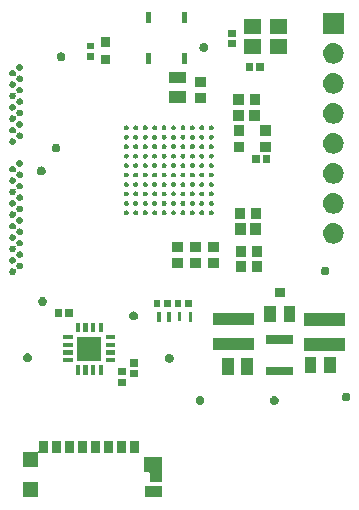
<source format=gbr>
G04 #@! TF.GenerationSoftware,KiCad,Pcbnew,(5.1.0)-1*
G04 #@! TF.CreationDate,2019-04-11T15:43:47-07:00*
G04 #@! TF.ProjectId,MiniScope_V4,4d696e69-5363-46f7-9065-5f56342e6b69,rev?*
G04 #@! TF.SameCoordinates,Original*
G04 #@! TF.FileFunction,Soldermask,Top*
G04 #@! TF.FilePolarity,Negative*
%FSLAX46Y46*%
G04 Gerber Fmt 4.6, Leading zero omitted, Abs format (unit mm)*
G04 Created by KiCad (PCBNEW (5.1.0)-1) date 2019-04-11 15:43:47*
%MOMM*%
%LPD*%
G04 APERTURE LIST*
%ADD10C,0.100000*%
G04 APERTURE END LIST*
D10*
G36*
X140566000Y-132103600D02*
G01*
X139115200Y-132103600D01*
X139115200Y-131152800D01*
X140566000Y-131152800D01*
X140566000Y-132103600D01*
X140566000Y-132103600D01*
G37*
G36*
X130016000Y-132103600D02*
G01*
X128815200Y-132103600D01*
X128815200Y-130852800D01*
X130016000Y-130852800D01*
X130016000Y-132103600D01*
X130016000Y-132103600D01*
G37*
G36*
X140566000Y-130853600D02*
G01*
X139515200Y-130853600D01*
X139515200Y-130078599D01*
X139512798Y-130054213D01*
X139505685Y-130030764D01*
X139494134Y-130009153D01*
X139478589Y-129990211D01*
X139459647Y-129974666D01*
X139438036Y-129963115D01*
X139414587Y-129956002D01*
X139390201Y-129953600D01*
X139065200Y-129953600D01*
X139065200Y-128702800D01*
X140566000Y-128702800D01*
X140566000Y-130853600D01*
X140566000Y-130853600D01*
G37*
G36*
X130866000Y-128363600D02*
G01*
X130140999Y-128363600D01*
X130116613Y-128366002D01*
X130093164Y-128373115D01*
X130071553Y-128384666D01*
X130052611Y-128400211D01*
X130037066Y-128419153D01*
X130025515Y-128440764D01*
X130018402Y-128464213D01*
X130016000Y-128488599D01*
X130016000Y-129513600D01*
X128815200Y-129513600D01*
X128815200Y-128262800D01*
X129990201Y-128262800D01*
X130014587Y-128260398D01*
X130038036Y-128253285D01*
X130059647Y-128241734D01*
X130078589Y-128226189D01*
X130094134Y-128207247D01*
X130105685Y-128185636D01*
X130112798Y-128162187D01*
X130115200Y-128137801D01*
X130115200Y-127312800D01*
X130866000Y-127312800D01*
X130866000Y-128363600D01*
X130866000Y-128363600D01*
G37*
G36*
X137466000Y-128363600D02*
G01*
X136715200Y-128363600D01*
X136715200Y-127312800D01*
X137466000Y-127312800D01*
X137466000Y-128363600D01*
X137466000Y-128363600D01*
G37*
G36*
X138566000Y-128363600D02*
G01*
X137815200Y-128363600D01*
X137815200Y-127312800D01*
X138566000Y-127312800D01*
X138566000Y-128363600D01*
X138566000Y-128363600D01*
G37*
G36*
X131966000Y-128363600D02*
G01*
X131215200Y-128363600D01*
X131215200Y-127312800D01*
X131966000Y-127312800D01*
X131966000Y-128363600D01*
X131966000Y-128363600D01*
G37*
G36*
X133066000Y-128363600D02*
G01*
X132315200Y-128363600D01*
X132315200Y-127312800D01*
X133066000Y-127312800D01*
X133066000Y-128363600D01*
X133066000Y-128363600D01*
G37*
G36*
X136366000Y-128363600D02*
G01*
X135615200Y-128363600D01*
X135615200Y-127312800D01*
X136366000Y-127312800D01*
X136366000Y-128363600D01*
X136366000Y-128363600D01*
G37*
G36*
X135266000Y-128363600D02*
G01*
X134515200Y-128363600D01*
X134515200Y-127312800D01*
X135266000Y-127312800D01*
X135266000Y-128363600D01*
X135266000Y-128363600D01*
G37*
G36*
X134166000Y-128363600D02*
G01*
X133415200Y-128363600D01*
X133415200Y-127312800D01*
X134166000Y-127312800D01*
X134166000Y-128363600D01*
X134166000Y-128363600D01*
G37*
G36*
X143873500Y-123540226D02*
G01*
X143941817Y-123568524D01*
X144003302Y-123609607D01*
X144055593Y-123661898D01*
X144096676Y-123723383D01*
X144124974Y-123791700D01*
X144139400Y-123864225D01*
X144139400Y-123938175D01*
X144124974Y-124010700D01*
X144096676Y-124079017D01*
X144055593Y-124140502D01*
X144003302Y-124192793D01*
X143941817Y-124233876D01*
X143873500Y-124262174D01*
X143800975Y-124276600D01*
X143727025Y-124276600D01*
X143654500Y-124262174D01*
X143586183Y-124233876D01*
X143524698Y-124192793D01*
X143472407Y-124140502D01*
X143431324Y-124079017D01*
X143403026Y-124010700D01*
X143388600Y-123938175D01*
X143388600Y-123864225D01*
X143403026Y-123791700D01*
X143431324Y-123723383D01*
X143472407Y-123661898D01*
X143524698Y-123609607D01*
X143586183Y-123568524D01*
X143654500Y-123540226D01*
X143727025Y-123525800D01*
X143800975Y-123525800D01*
X143873500Y-123540226D01*
X143873500Y-123540226D01*
G37*
G36*
X150172700Y-123540226D02*
G01*
X150241017Y-123568524D01*
X150302502Y-123609607D01*
X150354793Y-123661898D01*
X150395876Y-123723383D01*
X150424174Y-123791700D01*
X150438600Y-123864225D01*
X150438600Y-123938175D01*
X150424174Y-124010700D01*
X150395876Y-124079017D01*
X150354793Y-124140502D01*
X150302502Y-124192793D01*
X150241017Y-124233876D01*
X150172700Y-124262174D01*
X150100175Y-124276600D01*
X150026225Y-124276600D01*
X149953700Y-124262174D01*
X149885383Y-124233876D01*
X149823898Y-124192793D01*
X149771607Y-124140502D01*
X149730524Y-124079017D01*
X149702226Y-124010700D01*
X149687800Y-123938175D01*
X149687800Y-123864225D01*
X149702226Y-123791700D01*
X149730524Y-123723383D01*
X149771607Y-123661898D01*
X149823898Y-123609607D01*
X149885383Y-123568524D01*
X149953700Y-123540226D01*
X150026225Y-123525800D01*
X150100175Y-123525800D01*
X150172700Y-123540226D01*
X150172700Y-123540226D01*
G37*
G36*
X156243300Y-123235426D02*
G01*
X156311617Y-123263724D01*
X156373102Y-123304807D01*
X156425393Y-123357098D01*
X156466476Y-123418583D01*
X156494774Y-123486900D01*
X156509200Y-123559425D01*
X156509200Y-123633375D01*
X156494774Y-123705900D01*
X156466476Y-123774217D01*
X156425393Y-123835702D01*
X156373102Y-123887993D01*
X156311617Y-123929076D01*
X156243300Y-123957374D01*
X156170775Y-123971800D01*
X156096825Y-123971800D01*
X156024300Y-123957374D01*
X155955983Y-123929076D01*
X155894498Y-123887993D01*
X155842207Y-123835702D01*
X155801124Y-123774217D01*
X155772826Y-123705900D01*
X155758400Y-123633375D01*
X155758400Y-123559425D01*
X155772826Y-123486900D01*
X155801124Y-123418583D01*
X155842207Y-123357098D01*
X155894498Y-123304807D01*
X155955983Y-123263724D01*
X156024300Y-123235426D01*
X156096825Y-123221000D01*
X156170775Y-123221000D01*
X156243300Y-123235426D01*
X156243300Y-123235426D01*
G37*
G36*
X137525800Y-122680400D02*
G01*
X136845000Y-122680400D01*
X136845000Y-122049600D01*
X137525800Y-122049600D01*
X137525800Y-122680400D01*
X137525800Y-122680400D01*
G37*
G36*
X138516400Y-121943800D02*
G01*
X137835600Y-121943800D01*
X137835600Y-121313000D01*
X138516400Y-121313000D01*
X138516400Y-121943800D01*
X138516400Y-121943800D01*
G37*
G36*
X137525800Y-121790400D02*
G01*
X136845000Y-121790400D01*
X136845000Y-121159600D01*
X137525800Y-121159600D01*
X137525800Y-121790400D01*
X137525800Y-121790400D01*
G37*
G36*
X151625000Y-121756200D02*
G01*
X149314200Y-121756200D01*
X149314200Y-121045400D01*
X151625000Y-121045400D01*
X151625000Y-121756200D01*
X151625000Y-121756200D01*
G37*
G36*
X134251800Y-121717600D02*
G01*
X133881000Y-121717600D01*
X133881000Y-120926800D01*
X134251800Y-120926800D01*
X134251800Y-121717600D01*
X134251800Y-121717600D01*
G37*
G36*
X134901800Y-121717600D02*
G01*
X134531000Y-121717600D01*
X134531000Y-120926800D01*
X134901800Y-120926800D01*
X134901800Y-121717600D01*
X134901800Y-121717600D01*
G37*
G36*
X133601800Y-121717600D02*
G01*
X133231000Y-121717600D01*
X133231000Y-120926800D01*
X133601800Y-120926800D01*
X133601800Y-121717600D01*
X133601800Y-121717600D01*
G37*
G36*
X135551800Y-121717600D02*
G01*
X135181000Y-121717600D01*
X135181000Y-120926800D01*
X135551800Y-120926800D01*
X135551800Y-121717600D01*
X135551800Y-121717600D01*
G37*
G36*
X146619560Y-121711320D02*
G01*
X145638760Y-121711320D01*
X145638760Y-120340520D01*
X146619560Y-120340520D01*
X146619560Y-121711320D01*
X146619560Y-121711320D01*
G37*
G36*
X148259560Y-121711320D02*
G01*
X147278760Y-121711320D01*
X147278760Y-120340520D01*
X148259560Y-120340520D01*
X148259560Y-121711320D01*
X148259560Y-121711320D01*
G37*
G36*
X153622760Y-121614800D02*
G01*
X152641960Y-121614800D01*
X152641960Y-120244000D01*
X153622760Y-120244000D01*
X153622760Y-121614800D01*
X153622760Y-121614800D01*
G37*
G36*
X155262760Y-121614800D02*
G01*
X154281960Y-121614800D01*
X154281960Y-120244000D01*
X155262760Y-120244000D01*
X155262760Y-121614800D01*
X155262760Y-121614800D01*
G37*
G36*
X138516400Y-121053800D02*
G01*
X137835600Y-121053800D01*
X137835600Y-120423000D01*
X138516400Y-120423000D01*
X138516400Y-121053800D01*
X138516400Y-121053800D01*
G37*
G36*
X141282700Y-119958826D02*
G01*
X141351017Y-119987124D01*
X141412502Y-120028207D01*
X141464793Y-120080498D01*
X141505876Y-120141983D01*
X141534174Y-120210300D01*
X141548600Y-120282825D01*
X141548600Y-120356775D01*
X141534174Y-120429300D01*
X141505876Y-120497617D01*
X141464793Y-120559102D01*
X141412502Y-120611393D01*
X141351017Y-120652476D01*
X141282700Y-120680774D01*
X141210175Y-120695200D01*
X141136225Y-120695200D01*
X141063700Y-120680774D01*
X140995383Y-120652476D01*
X140933898Y-120611393D01*
X140881607Y-120559102D01*
X140840524Y-120497617D01*
X140812226Y-120429300D01*
X140797800Y-120356775D01*
X140797800Y-120282825D01*
X140812226Y-120210300D01*
X140840524Y-120141983D01*
X140881607Y-120080498D01*
X140933898Y-120028207D01*
X140995383Y-119987124D01*
X141063700Y-119958826D01*
X141136225Y-119944400D01*
X141210175Y-119944400D01*
X141282700Y-119958826D01*
X141282700Y-119958826D01*
G37*
G36*
X132991800Y-120687600D02*
G01*
X132201000Y-120687600D01*
X132201000Y-120316800D01*
X132991800Y-120316800D01*
X132991800Y-120687600D01*
X132991800Y-120687600D01*
G37*
G36*
X136581800Y-120687600D02*
G01*
X135791000Y-120687600D01*
X135791000Y-120316800D01*
X136581800Y-120316800D01*
X136581800Y-120687600D01*
X136581800Y-120687600D01*
G37*
G36*
X129268500Y-119908026D02*
G01*
X129336817Y-119936324D01*
X129398302Y-119977407D01*
X129450593Y-120029698D01*
X129491676Y-120091183D01*
X129519974Y-120159500D01*
X129534400Y-120232025D01*
X129534400Y-120305975D01*
X129519974Y-120378500D01*
X129491676Y-120446817D01*
X129450593Y-120508302D01*
X129398302Y-120560593D01*
X129336817Y-120601676D01*
X129268500Y-120629974D01*
X129195975Y-120644400D01*
X129122025Y-120644400D01*
X129049500Y-120629974D01*
X128981183Y-120601676D01*
X128919698Y-120560593D01*
X128867407Y-120508302D01*
X128826324Y-120446817D01*
X128798026Y-120378500D01*
X128783600Y-120305975D01*
X128783600Y-120232025D01*
X128798026Y-120159500D01*
X128826324Y-120091183D01*
X128867407Y-120029698D01*
X128919698Y-119977407D01*
X128981183Y-119936324D01*
X129049500Y-119908026D01*
X129122025Y-119893600D01*
X129195975Y-119893600D01*
X129268500Y-119908026D01*
X129268500Y-119908026D01*
G37*
G36*
X135416800Y-120552600D02*
G01*
X133366000Y-120552600D01*
X133366000Y-118501800D01*
X135416800Y-118501800D01*
X135416800Y-120552600D01*
X135416800Y-120552600D01*
G37*
G36*
X136581800Y-120037600D02*
G01*
X135791000Y-120037600D01*
X135791000Y-119666800D01*
X136581800Y-119666800D01*
X136581800Y-120037600D01*
X136581800Y-120037600D01*
G37*
G36*
X132991800Y-120037600D02*
G01*
X132201000Y-120037600D01*
X132201000Y-119666800D01*
X132991800Y-119666800D01*
X132991800Y-120037600D01*
X132991800Y-120037600D01*
G37*
G36*
X156005000Y-119678760D02*
G01*
X152554200Y-119678760D01*
X152554200Y-118627960D01*
X156005000Y-118627960D01*
X156005000Y-119678760D01*
X156005000Y-119678760D01*
G37*
G36*
X148339280Y-119648280D02*
G01*
X144888480Y-119648280D01*
X144888480Y-118597480D01*
X148339280Y-118597480D01*
X148339280Y-119648280D01*
X148339280Y-119648280D01*
G37*
G36*
X132991800Y-119387600D02*
G01*
X132201000Y-119387600D01*
X132201000Y-119016800D01*
X132991800Y-119016800D01*
X132991800Y-119387600D01*
X132991800Y-119387600D01*
G37*
G36*
X136581800Y-119387600D02*
G01*
X135791000Y-119387600D01*
X135791000Y-119016800D01*
X136581800Y-119016800D01*
X136581800Y-119387600D01*
X136581800Y-119387600D01*
G37*
G36*
X151625000Y-119086200D02*
G01*
X149314200Y-119086200D01*
X149314200Y-118375400D01*
X151625000Y-118375400D01*
X151625000Y-119086200D01*
X151625000Y-119086200D01*
G37*
G36*
X132991800Y-118737600D02*
G01*
X132201000Y-118737600D01*
X132201000Y-118366800D01*
X132991800Y-118366800D01*
X132991800Y-118737600D01*
X132991800Y-118737600D01*
G37*
G36*
X136581800Y-118737600D02*
G01*
X135791000Y-118737600D01*
X135791000Y-118366800D01*
X136581800Y-118366800D01*
X136581800Y-118737600D01*
X136581800Y-118737600D01*
G37*
G36*
X133601800Y-118127600D02*
G01*
X133231000Y-118127600D01*
X133231000Y-117336800D01*
X133601800Y-117336800D01*
X133601800Y-118127600D01*
X133601800Y-118127600D01*
G37*
G36*
X134251800Y-118127600D02*
G01*
X133881000Y-118127600D01*
X133881000Y-117336800D01*
X134251800Y-117336800D01*
X134251800Y-118127600D01*
X134251800Y-118127600D01*
G37*
G36*
X134901800Y-118127600D02*
G01*
X134531000Y-118127600D01*
X134531000Y-117336800D01*
X134901800Y-117336800D01*
X134901800Y-118127600D01*
X134901800Y-118127600D01*
G37*
G36*
X135551800Y-118127600D02*
G01*
X135181000Y-118127600D01*
X135181000Y-117336800D01*
X135551800Y-117336800D01*
X135551800Y-118127600D01*
X135551800Y-118127600D01*
G37*
G36*
X156005000Y-117578760D02*
G01*
X152554200Y-117578760D01*
X152554200Y-116527960D01*
X156005000Y-116527960D01*
X156005000Y-117578760D01*
X156005000Y-117578760D01*
G37*
G36*
X148339280Y-117548280D02*
G01*
X144888480Y-117548280D01*
X144888480Y-116497480D01*
X148339280Y-116497480D01*
X148339280Y-117548280D01*
X148339280Y-117548280D01*
G37*
G36*
X151823600Y-117240920D02*
G01*
X150842800Y-117240920D01*
X150842800Y-115870120D01*
X151823600Y-115870120D01*
X151823600Y-117240920D01*
X151823600Y-117240920D01*
G37*
G36*
X150183600Y-117240920D02*
G01*
X149202800Y-117240920D01*
X149202800Y-115870120D01*
X150183600Y-115870120D01*
X150183600Y-117240920D01*
X150183600Y-117240920D01*
G37*
G36*
X140449840Y-117235320D02*
G01*
X140149040Y-117235320D01*
X140149040Y-116434520D01*
X140449840Y-116434520D01*
X140449840Y-117235320D01*
X140449840Y-117235320D01*
G37*
G36*
X141272800Y-117225160D02*
G01*
X140972000Y-117225160D01*
X140972000Y-116424360D01*
X141272800Y-116424360D01*
X141272800Y-117225160D01*
X141272800Y-117225160D01*
G37*
G36*
X143111760Y-117225160D02*
G01*
X142810960Y-117225160D01*
X142810960Y-116424360D01*
X143111760Y-116424360D01*
X143111760Y-117225160D01*
X143111760Y-117225160D01*
G37*
G36*
X142197360Y-117220080D02*
G01*
X141896560Y-117220080D01*
X141896560Y-116419280D01*
X142197360Y-116419280D01*
X142197360Y-117220080D01*
X142197360Y-117220080D01*
G37*
G36*
X138260100Y-116377426D02*
G01*
X138328417Y-116405724D01*
X138389902Y-116446807D01*
X138442193Y-116499098D01*
X138483276Y-116560583D01*
X138511574Y-116628900D01*
X138526000Y-116701425D01*
X138526000Y-116775375D01*
X138511574Y-116847900D01*
X138483276Y-116916217D01*
X138442193Y-116977702D01*
X138389902Y-117029993D01*
X138328417Y-117071076D01*
X138260100Y-117099374D01*
X138187575Y-117113800D01*
X138113625Y-117113800D01*
X138041100Y-117099374D01*
X137972783Y-117071076D01*
X137911298Y-117029993D01*
X137859007Y-116977702D01*
X137817924Y-116916217D01*
X137789626Y-116847900D01*
X137775200Y-116775375D01*
X137775200Y-116701425D01*
X137789626Y-116628900D01*
X137817924Y-116560583D01*
X137859007Y-116499098D01*
X137911298Y-116446807D01*
X137972783Y-116405724D01*
X138041100Y-116377426D01*
X138113625Y-116363000D01*
X138187575Y-116363000D01*
X138260100Y-116377426D01*
X138260100Y-116377426D01*
G37*
G36*
X132112960Y-116840040D02*
G01*
X131482160Y-116840040D01*
X131482160Y-116159240D01*
X132112960Y-116159240D01*
X132112960Y-116840040D01*
X132112960Y-116840040D01*
G37*
G36*
X133002960Y-116840040D02*
G01*
X132372160Y-116840040D01*
X132372160Y-116159240D01*
X133002960Y-116159240D01*
X133002960Y-116840040D01*
X133002960Y-116840040D01*
G37*
G36*
X141291200Y-115977000D02*
G01*
X140750400Y-115977000D01*
X140750400Y-115366200D01*
X141291200Y-115366200D01*
X141291200Y-115977000D01*
X141291200Y-115977000D01*
G37*
G36*
X140381200Y-115977000D02*
G01*
X139840400Y-115977000D01*
X139840400Y-115366200D01*
X140381200Y-115366200D01*
X140381200Y-115977000D01*
X140381200Y-115977000D01*
G37*
G36*
X143074960Y-115977000D02*
G01*
X142534160Y-115977000D01*
X142534160Y-115366200D01*
X143074960Y-115366200D01*
X143074960Y-115977000D01*
X143074960Y-115977000D01*
G37*
G36*
X142164960Y-115977000D02*
G01*
X141624160Y-115977000D01*
X141624160Y-115366200D01*
X142164960Y-115366200D01*
X142164960Y-115977000D01*
X142164960Y-115977000D01*
G37*
G36*
X130538500Y-115158226D02*
G01*
X130606817Y-115186524D01*
X130668302Y-115227607D01*
X130720593Y-115279898D01*
X130761676Y-115341383D01*
X130789974Y-115409700D01*
X130804400Y-115482225D01*
X130804400Y-115556175D01*
X130789974Y-115628700D01*
X130761676Y-115697017D01*
X130720593Y-115758502D01*
X130668302Y-115810793D01*
X130606817Y-115851876D01*
X130538500Y-115880174D01*
X130465975Y-115894600D01*
X130392025Y-115894600D01*
X130319500Y-115880174D01*
X130251183Y-115851876D01*
X130189698Y-115810793D01*
X130137407Y-115758502D01*
X130096324Y-115697017D01*
X130068026Y-115628700D01*
X130053600Y-115556175D01*
X130053600Y-115482225D01*
X130068026Y-115409700D01*
X130096324Y-115341383D01*
X130137407Y-115279898D01*
X130189698Y-115227607D01*
X130251183Y-115186524D01*
X130319500Y-115158226D01*
X130392025Y-115143800D01*
X130465975Y-115143800D01*
X130538500Y-115158226D01*
X130538500Y-115158226D01*
G37*
G36*
X150940040Y-115152520D02*
G01*
X150121080Y-115152520D01*
X150121080Y-114351720D01*
X150940040Y-114351720D01*
X150940040Y-115152520D01*
X150940040Y-115152520D01*
G37*
G36*
X154465300Y-112567426D02*
G01*
X154533617Y-112595724D01*
X154595102Y-112636807D01*
X154647393Y-112689098D01*
X154688476Y-112750583D01*
X154716774Y-112818900D01*
X154731200Y-112891425D01*
X154731200Y-112965375D01*
X154716774Y-113037900D01*
X154688476Y-113106217D01*
X154647393Y-113167702D01*
X154595102Y-113219993D01*
X154533617Y-113261076D01*
X154465300Y-113289374D01*
X154392775Y-113303800D01*
X154318825Y-113303800D01*
X154246300Y-113289374D01*
X154177983Y-113261076D01*
X154116498Y-113219993D01*
X154064207Y-113167702D01*
X154023124Y-113106217D01*
X153994826Y-113037900D01*
X153980400Y-112965375D01*
X153980400Y-112891425D01*
X153994826Y-112818900D01*
X154023124Y-112750583D01*
X154064207Y-112689098D01*
X154116498Y-112636807D01*
X154177983Y-112595724D01*
X154246300Y-112567426D01*
X154318825Y-112553000D01*
X154392775Y-112553000D01*
X154465300Y-112567426D01*
X154465300Y-112567426D01*
G37*
G36*
X127970500Y-112735930D02*
G01*
X128021343Y-112756990D01*
X128055054Y-112779515D01*
X128076665Y-112791066D01*
X128100114Y-112798179D01*
X128124500Y-112800581D01*
X128148886Y-112798179D01*
X128150554Y-112797673D01*
X128147616Y-112803170D01*
X128140503Y-112826619D01*
X128138101Y-112851005D01*
X128140503Y-112875391D01*
X128147616Y-112898840D01*
X128157663Y-112923096D01*
X128168400Y-112977073D01*
X128168400Y-113032113D01*
X128157663Y-113086093D01*
X128136603Y-113136936D01*
X128106025Y-113182699D01*
X128067106Y-113221618D01*
X128021343Y-113252196D01*
X127970500Y-113273256D01*
X127916520Y-113283993D01*
X127861480Y-113283993D01*
X127807500Y-113273256D01*
X127756657Y-113252196D01*
X127710894Y-113221618D01*
X127671975Y-113182699D01*
X127641397Y-113136936D01*
X127620337Y-113086093D01*
X127609600Y-113032113D01*
X127609600Y-112977073D01*
X127620337Y-112923093D01*
X127641397Y-112872250D01*
X127671975Y-112826487D01*
X127710894Y-112787568D01*
X127756657Y-112756990D01*
X127807500Y-112735930D01*
X127861480Y-112725193D01*
X127916520Y-112725193D01*
X127970500Y-112735930D01*
X127970500Y-112735930D01*
G37*
G36*
X149025480Y-113063680D02*
G01*
X148164680Y-113063680D01*
X148164680Y-112142880D01*
X149025480Y-112142880D01*
X149025480Y-113063680D01*
X149025480Y-113063680D01*
G37*
G36*
X147665480Y-113063680D02*
G01*
X146804680Y-113063680D01*
X146804680Y-112142880D01*
X147665480Y-112142880D01*
X147665480Y-113063680D01*
X147665480Y-113063680D01*
G37*
G36*
X128580100Y-112253331D02*
G01*
X128630943Y-112274391D01*
X128676706Y-112304969D01*
X128715625Y-112343888D01*
X128746203Y-112389651D01*
X128767263Y-112440494D01*
X128778000Y-112494474D01*
X128778000Y-112549514D01*
X128767263Y-112603494D01*
X128746203Y-112654337D01*
X128715625Y-112700100D01*
X128676706Y-112739019D01*
X128630943Y-112769597D01*
X128580100Y-112790657D01*
X128526120Y-112801394D01*
X128471080Y-112801394D01*
X128417100Y-112790657D01*
X128366257Y-112769597D01*
X128332546Y-112747072D01*
X128310935Y-112735521D01*
X128287486Y-112728408D01*
X128263100Y-112726006D01*
X128238714Y-112728408D01*
X128237046Y-112728914D01*
X128239984Y-112723417D01*
X128247097Y-112699968D01*
X128249499Y-112675582D01*
X128247097Y-112651196D01*
X128239984Y-112627747D01*
X128229937Y-112603491D01*
X128219200Y-112549514D01*
X128219200Y-112494474D01*
X128229937Y-112440496D01*
X128239985Y-112416237D01*
X128247098Y-112392788D01*
X128249499Y-112368401D01*
X128247097Y-112344015D01*
X128239983Y-112320567D01*
X128237048Y-112315076D01*
X128238716Y-112315582D01*
X128263103Y-112317983D01*
X128287489Y-112315581D01*
X128310937Y-112308467D01*
X128332544Y-112296917D01*
X128347394Y-112286995D01*
X128366256Y-112274391D01*
X128417100Y-112253331D01*
X128471080Y-112242594D01*
X128526120Y-112242594D01*
X128580100Y-112253331D01*
X128580100Y-112253331D01*
G37*
G36*
X143848480Y-112718000D02*
G01*
X142927680Y-112718000D01*
X142927680Y-111857200D01*
X143848480Y-111857200D01*
X143848480Y-112718000D01*
X143848480Y-112718000D01*
G37*
G36*
X145372480Y-112692600D02*
G01*
X144451680Y-112692600D01*
X144451680Y-111831800D01*
X145372480Y-111831800D01*
X145372480Y-112692600D01*
X145372480Y-112692600D01*
G37*
G36*
X142299080Y-112687520D02*
G01*
X141378280Y-112687520D01*
X141378280Y-111826720D01*
X142299080Y-111826720D01*
X142299080Y-112687520D01*
X142299080Y-112687520D01*
G37*
G36*
X127970500Y-111770731D02*
G01*
X128021343Y-111791791D01*
X128055054Y-111814316D01*
X128076665Y-111825867D01*
X128100114Y-111832980D01*
X128124500Y-111835382D01*
X128148886Y-111832980D01*
X128150554Y-111832474D01*
X128147616Y-111837971D01*
X128140503Y-111861420D01*
X128138101Y-111885806D01*
X128140503Y-111910192D01*
X128147616Y-111933641D01*
X128157663Y-111957897D01*
X128168400Y-112011874D01*
X128168400Y-112066914D01*
X128157663Y-112120892D01*
X128147615Y-112145151D01*
X128140502Y-112168600D01*
X128138101Y-112192987D01*
X128140503Y-112217373D01*
X128147617Y-112240821D01*
X128150552Y-112246312D01*
X128148884Y-112245806D01*
X128124497Y-112243405D01*
X128100111Y-112245807D01*
X128076663Y-112252921D01*
X128055056Y-112264471D01*
X128043391Y-112272265D01*
X128021344Y-112286997D01*
X127970500Y-112308057D01*
X127916520Y-112318794D01*
X127861480Y-112318794D01*
X127807500Y-112308057D01*
X127756657Y-112286997D01*
X127710894Y-112256419D01*
X127671975Y-112217500D01*
X127641397Y-112171737D01*
X127620337Y-112120894D01*
X127609600Y-112066914D01*
X127609600Y-112011874D01*
X127620337Y-111957894D01*
X127641397Y-111907051D01*
X127671975Y-111861288D01*
X127710894Y-111822369D01*
X127756657Y-111791791D01*
X127807500Y-111770731D01*
X127861480Y-111759994D01*
X127916520Y-111759994D01*
X127970500Y-111770731D01*
X127970500Y-111770731D01*
G37*
G36*
X128580100Y-111288132D02*
G01*
X128630943Y-111309192D01*
X128676706Y-111339770D01*
X128715625Y-111378689D01*
X128746203Y-111424452D01*
X128767263Y-111475295D01*
X128778000Y-111529275D01*
X128778000Y-111584315D01*
X128767263Y-111638295D01*
X128746203Y-111689138D01*
X128715625Y-111734901D01*
X128676706Y-111773820D01*
X128630943Y-111804398D01*
X128580100Y-111825458D01*
X128526120Y-111836195D01*
X128471080Y-111836195D01*
X128417100Y-111825458D01*
X128366257Y-111804398D01*
X128332546Y-111781873D01*
X128310935Y-111770322D01*
X128287486Y-111763209D01*
X128263100Y-111760807D01*
X128238714Y-111763209D01*
X128237046Y-111763715D01*
X128239984Y-111758218D01*
X128247097Y-111734769D01*
X128249499Y-111710383D01*
X128247097Y-111685997D01*
X128239984Y-111662548D01*
X128229937Y-111638292D01*
X128219200Y-111584315D01*
X128219200Y-111529275D01*
X128229937Y-111475297D01*
X128239985Y-111451038D01*
X128247098Y-111427589D01*
X128249499Y-111403202D01*
X128247097Y-111378816D01*
X128239983Y-111355368D01*
X128237048Y-111349877D01*
X128238716Y-111350383D01*
X128263103Y-111352784D01*
X128287489Y-111350382D01*
X128310937Y-111343268D01*
X128332544Y-111331718D01*
X128347394Y-111321796D01*
X128366256Y-111309192D01*
X128417100Y-111288132D01*
X128471080Y-111277395D01*
X128526120Y-111277395D01*
X128580100Y-111288132D01*
X128580100Y-111288132D01*
G37*
G36*
X147665480Y-111742880D02*
G01*
X146804680Y-111742880D01*
X146804680Y-110822080D01*
X147665480Y-110822080D01*
X147665480Y-111742880D01*
X147665480Y-111742880D01*
G37*
G36*
X149025480Y-111742880D02*
G01*
X148164680Y-111742880D01*
X148164680Y-110822080D01*
X149025480Y-110822080D01*
X149025480Y-111742880D01*
X149025480Y-111742880D01*
G37*
G36*
X143848480Y-111358000D02*
G01*
X142927680Y-111358000D01*
X142927680Y-110497200D01*
X143848480Y-110497200D01*
X143848480Y-111358000D01*
X143848480Y-111358000D01*
G37*
G36*
X127970500Y-110805532D02*
G01*
X128021343Y-110826592D01*
X128055054Y-110849117D01*
X128076665Y-110860668D01*
X128100114Y-110867781D01*
X128124500Y-110870183D01*
X128148886Y-110867781D01*
X128150554Y-110867275D01*
X128147616Y-110872772D01*
X128140503Y-110896221D01*
X128138101Y-110920607D01*
X128140503Y-110944993D01*
X128147616Y-110968442D01*
X128157663Y-110992698D01*
X128168400Y-111046675D01*
X128168400Y-111101715D01*
X128157663Y-111155693D01*
X128147615Y-111179952D01*
X128140502Y-111203401D01*
X128138101Y-111227788D01*
X128140503Y-111252174D01*
X128147617Y-111275622D01*
X128150552Y-111281113D01*
X128148884Y-111280607D01*
X128124497Y-111278206D01*
X128100111Y-111280608D01*
X128076663Y-111287722D01*
X128055056Y-111299272D01*
X128043391Y-111307066D01*
X128021344Y-111321798D01*
X127970500Y-111342858D01*
X127916520Y-111353595D01*
X127861480Y-111353595D01*
X127807500Y-111342858D01*
X127756657Y-111321798D01*
X127710894Y-111291220D01*
X127671975Y-111252301D01*
X127641397Y-111206538D01*
X127620337Y-111155695D01*
X127609600Y-111101715D01*
X127609600Y-111046675D01*
X127620337Y-110992695D01*
X127641397Y-110941852D01*
X127671975Y-110896089D01*
X127710894Y-110857170D01*
X127756657Y-110826592D01*
X127807500Y-110805532D01*
X127861480Y-110794795D01*
X127916520Y-110794795D01*
X127970500Y-110805532D01*
X127970500Y-110805532D01*
G37*
G36*
X145372480Y-111332600D02*
G01*
X144451680Y-111332600D01*
X144451680Y-110471800D01*
X145372480Y-110471800D01*
X145372480Y-111332600D01*
X145372480Y-111332600D01*
G37*
G36*
X142299080Y-111327520D02*
G01*
X141378280Y-111327520D01*
X141378280Y-110466720D01*
X142299080Y-110466720D01*
X142299080Y-111327520D01*
X142299080Y-111327520D01*
G37*
G36*
X128580100Y-110322933D02*
G01*
X128630943Y-110343993D01*
X128676706Y-110374571D01*
X128715625Y-110413490D01*
X128746203Y-110459253D01*
X128767263Y-110510096D01*
X128778000Y-110564076D01*
X128778000Y-110619116D01*
X128767263Y-110673096D01*
X128746203Y-110723939D01*
X128715625Y-110769702D01*
X128676706Y-110808621D01*
X128630943Y-110839199D01*
X128580100Y-110860259D01*
X128526120Y-110870996D01*
X128471080Y-110870996D01*
X128417100Y-110860259D01*
X128366257Y-110839199D01*
X128332546Y-110816674D01*
X128310935Y-110805123D01*
X128287486Y-110798010D01*
X128263100Y-110795608D01*
X128238714Y-110798010D01*
X128237046Y-110798516D01*
X128239984Y-110793019D01*
X128247097Y-110769570D01*
X128249499Y-110745184D01*
X128247097Y-110720798D01*
X128239984Y-110697349D01*
X128229937Y-110673093D01*
X128219200Y-110619116D01*
X128219200Y-110564076D01*
X128229937Y-110510098D01*
X128239985Y-110485839D01*
X128247098Y-110462390D01*
X128249499Y-110438003D01*
X128247097Y-110413617D01*
X128239983Y-110390169D01*
X128237048Y-110384678D01*
X128238716Y-110385184D01*
X128263103Y-110387585D01*
X128287489Y-110385183D01*
X128310937Y-110378069D01*
X128332544Y-110366519D01*
X128347394Y-110356597D01*
X128366256Y-110343993D01*
X128417100Y-110322933D01*
X128471080Y-110312196D01*
X128526120Y-110312196D01*
X128580100Y-110322933D01*
X128580100Y-110322933D01*
G37*
G36*
X155213206Y-108890666D02*
G01*
X155284853Y-108912400D01*
X155378222Y-108940723D01*
X155378224Y-108940724D01*
X155530298Y-109022009D01*
X155663596Y-109131404D01*
X155772991Y-109264702D01*
X155824368Y-109360822D01*
X155854277Y-109416778D01*
X155855978Y-109422386D01*
X155904334Y-109581794D01*
X155921235Y-109753400D01*
X155904334Y-109925006D01*
X155854276Y-110090024D01*
X155772991Y-110242098D01*
X155663596Y-110375396D01*
X155530298Y-110484791D01*
X155381966Y-110564076D01*
X155378222Y-110566077D01*
X155295715Y-110591105D01*
X155213206Y-110616134D01*
X155084602Y-110628800D01*
X154998598Y-110628800D01*
X154869994Y-110616134D01*
X154787485Y-110591105D01*
X154704978Y-110566077D01*
X154701234Y-110564076D01*
X154552902Y-110484791D01*
X154419604Y-110375396D01*
X154310209Y-110242098D01*
X154228924Y-110090024D01*
X154178866Y-109925006D01*
X154161965Y-109753400D01*
X154178866Y-109581794D01*
X154227222Y-109422386D01*
X154228923Y-109416778D01*
X154258832Y-109360822D01*
X154310209Y-109264702D01*
X154419604Y-109131404D01*
X154552902Y-109022009D01*
X154704976Y-108940724D01*
X154704978Y-108940723D01*
X154798347Y-108912400D01*
X154869994Y-108890666D01*
X154998598Y-108878000D01*
X155084602Y-108878000D01*
X155213206Y-108890666D01*
X155213206Y-108890666D01*
G37*
G36*
X127970500Y-109840333D02*
G01*
X128021343Y-109861393D01*
X128055054Y-109883918D01*
X128076665Y-109895469D01*
X128100114Y-109902582D01*
X128124500Y-109904984D01*
X128148886Y-109902582D01*
X128150554Y-109902076D01*
X128147616Y-109907573D01*
X128140503Y-109931022D01*
X128138101Y-109955408D01*
X128140503Y-109979794D01*
X128147616Y-110003243D01*
X128157663Y-110027499D01*
X128168400Y-110081476D01*
X128168400Y-110136516D01*
X128157663Y-110190494D01*
X128147615Y-110214753D01*
X128140502Y-110238202D01*
X128138101Y-110262589D01*
X128140503Y-110286975D01*
X128147617Y-110310423D01*
X128150552Y-110315914D01*
X128148884Y-110315408D01*
X128124497Y-110313007D01*
X128100111Y-110315409D01*
X128076663Y-110322523D01*
X128055056Y-110334073D01*
X128043391Y-110341867D01*
X128021344Y-110356599D01*
X127970500Y-110377659D01*
X127916520Y-110388396D01*
X127861480Y-110388396D01*
X127807500Y-110377659D01*
X127756657Y-110356599D01*
X127710894Y-110326021D01*
X127671975Y-110287102D01*
X127641397Y-110241339D01*
X127620337Y-110190496D01*
X127609600Y-110136516D01*
X127609600Y-110081476D01*
X127620337Y-110027496D01*
X127641397Y-109976653D01*
X127671975Y-109930890D01*
X127710894Y-109891971D01*
X127756657Y-109861393D01*
X127807500Y-109840333D01*
X127861480Y-109829596D01*
X127916520Y-109829596D01*
X127970500Y-109840333D01*
X127970500Y-109840333D01*
G37*
G36*
X128580100Y-109357734D02*
G01*
X128630943Y-109378794D01*
X128676706Y-109409372D01*
X128715625Y-109448291D01*
X128746203Y-109494054D01*
X128767263Y-109544897D01*
X128778000Y-109598877D01*
X128778000Y-109653917D01*
X128767263Y-109707897D01*
X128746203Y-109758740D01*
X128715625Y-109804503D01*
X128676706Y-109843422D01*
X128630943Y-109874000D01*
X128580100Y-109895060D01*
X128526120Y-109905797D01*
X128471080Y-109905797D01*
X128417100Y-109895060D01*
X128366257Y-109874000D01*
X128332546Y-109851475D01*
X128310935Y-109839924D01*
X128287486Y-109832811D01*
X128263100Y-109830409D01*
X128238714Y-109832811D01*
X128237046Y-109833317D01*
X128239984Y-109827820D01*
X128247097Y-109804371D01*
X128249499Y-109779985D01*
X128247097Y-109755599D01*
X128239984Y-109732150D01*
X128229937Y-109707894D01*
X128219200Y-109653917D01*
X128219200Y-109598877D01*
X128229937Y-109544899D01*
X128239985Y-109520640D01*
X128247098Y-109497191D01*
X128249499Y-109472804D01*
X128247097Y-109448418D01*
X128239983Y-109424970D01*
X128237048Y-109419479D01*
X128238716Y-109419985D01*
X128263103Y-109422386D01*
X128287489Y-109419984D01*
X128310937Y-109412870D01*
X128332544Y-109401320D01*
X128347394Y-109391398D01*
X128366256Y-109378794D01*
X128417100Y-109357734D01*
X128471080Y-109346997D01*
X128526120Y-109346997D01*
X128580100Y-109357734D01*
X128580100Y-109357734D01*
G37*
G36*
X147638000Y-109883200D02*
G01*
X146697200Y-109883200D01*
X146697200Y-108912400D01*
X147638000Y-108912400D01*
X147638000Y-109883200D01*
X147638000Y-109883200D01*
G37*
G36*
X148968000Y-109883200D02*
G01*
X148027200Y-109883200D01*
X148027200Y-108912400D01*
X148968000Y-108912400D01*
X148968000Y-109883200D01*
X148968000Y-109883200D01*
G37*
G36*
X127970500Y-108875134D02*
G01*
X128021343Y-108896194D01*
X128055054Y-108918719D01*
X128076665Y-108930270D01*
X128100114Y-108937383D01*
X128124500Y-108939785D01*
X128148886Y-108937383D01*
X128150554Y-108936877D01*
X128147616Y-108942374D01*
X128140503Y-108965823D01*
X128138101Y-108990209D01*
X128140503Y-109014595D01*
X128147616Y-109038044D01*
X128157663Y-109062300D01*
X128168400Y-109116277D01*
X128168400Y-109171317D01*
X128157663Y-109225295D01*
X128147615Y-109249554D01*
X128140502Y-109273003D01*
X128138101Y-109297390D01*
X128140503Y-109321776D01*
X128147617Y-109345224D01*
X128150552Y-109350715D01*
X128148884Y-109350209D01*
X128124497Y-109347808D01*
X128100111Y-109350210D01*
X128076663Y-109357324D01*
X128055056Y-109368874D01*
X128043391Y-109376668D01*
X128021344Y-109391400D01*
X127970500Y-109412460D01*
X127916520Y-109423197D01*
X127861480Y-109423197D01*
X127807500Y-109412460D01*
X127756657Y-109391400D01*
X127710894Y-109360822D01*
X127671975Y-109321903D01*
X127641397Y-109276140D01*
X127620337Y-109225297D01*
X127609600Y-109171317D01*
X127609600Y-109116277D01*
X127620337Y-109062297D01*
X127641397Y-109011454D01*
X127671975Y-108965691D01*
X127710894Y-108926772D01*
X127756657Y-108896194D01*
X127807500Y-108875134D01*
X127861480Y-108864397D01*
X127916520Y-108864397D01*
X127970500Y-108875134D01*
X127970500Y-108875134D01*
G37*
G36*
X128580100Y-108392535D02*
G01*
X128630943Y-108413595D01*
X128676706Y-108444173D01*
X128715625Y-108483092D01*
X128746203Y-108528855D01*
X128767263Y-108579698D01*
X128778000Y-108633678D01*
X128778000Y-108688718D01*
X128767263Y-108742698D01*
X128746203Y-108793541D01*
X128715625Y-108839304D01*
X128676706Y-108878223D01*
X128630943Y-108908801D01*
X128580100Y-108929861D01*
X128526120Y-108940598D01*
X128471080Y-108940598D01*
X128417100Y-108929861D01*
X128366257Y-108908801D01*
X128332546Y-108886276D01*
X128310935Y-108874725D01*
X128287486Y-108867612D01*
X128263100Y-108865210D01*
X128238714Y-108867612D01*
X128237046Y-108868118D01*
X128239984Y-108862621D01*
X128247097Y-108839172D01*
X128249499Y-108814786D01*
X128247097Y-108790400D01*
X128239984Y-108766951D01*
X128229937Y-108742695D01*
X128219200Y-108688718D01*
X128219200Y-108633678D01*
X128229937Y-108579700D01*
X128239985Y-108555441D01*
X128247098Y-108531992D01*
X128249499Y-108507605D01*
X128247097Y-108483219D01*
X128239983Y-108459771D01*
X128237048Y-108454280D01*
X128238716Y-108454786D01*
X128263103Y-108457187D01*
X128287489Y-108454785D01*
X128310937Y-108447671D01*
X128332544Y-108436121D01*
X128347394Y-108426199D01*
X128366256Y-108413595D01*
X128417100Y-108392535D01*
X128471080Y-108381798D01*
X128526120Y-108381798D01*
X128580100Y-108392535D01*
X128580100Y-108392535D01*
G37*
G36*
X148932600Y-108537400D02*
G01*
X148071800Y-108537400D01*
X148071800Y-107616600D01*
X148932600Y-107616600D01*
X148932600Y-108537400D01*
X148932600Y-108537400D01*
G37*
G36*
X147572600Y-108537400D02*
G01*
X146711800Y-108537400D01*
X146711800Y-107616600D01*
X147572600Y-107616600D01*
X147572600Y-108537400D01*
X147572600Y-108537400D01*
G37*
G36*
X127970500Y-107909935D02*
G01*
X128021343Y-107930995D01*
X128055054Y-107953520D01*
X128076665Y-107965071D01*
X128100114Y-107972184D01*
X128124500Y-107974586D01*
X128148886Y-107972184D01*
X128150554Y-107971678D01*
X128147616Y-107977175D01*
X128140503Y-108000624D01*
X128138101Y-108025010D01*
X128140503Y-108049396D01*
X128147615Y-108072843D01*
X128148979Y-108076134D01*
X128157663Y-108097101D01*
X128168400Y-108151078D01*
X128168400Y-108206118D01*
X128157663Y-108260096D01*
X128147615Y-108284355D01*
X128140502Y-108307804D01*
X128138101Y-108332191D01*
X128140503Y-108356577D01*
X128147617Y-108380025D01*
X128150552Y-108385516D01*
X128148884Y-108385010D01*
X128124497Y-108382609D01*
X128100111Y-108385011D01*
X128076663Y-108392125D01*
X128055056Y-108403675D01*
X128043391Y-108411469D01*
X128021344Y-108426201D01*
X127970500Y-108447261D01*
X127916520Y-108457998D01*
X127861480Y-108457998D01*
X127807500Y-108447261D01*
X127756657Y-108426201D01*
X127710894Y-108395623D01*
X127671975Y-108356704D01*
X127641397Y-108310941D01*
X127620337Y-108260098D01*
X127609600Y-108206118D01*
X127609600Y-108151078D01*
X127620337Y-108097098D01*
X127641397Y-108046255D01*
X127671975Y-108000492D01*
X127710894Y-107961573D01*
X127756657Y-107930995D01*
X127807500Y-107909935D01*
X127861480Y-107899198D01*
X127916520Y-107899198D01*
X127970500Y-107909935D01*
X127970500Y-107909935D01*
G37*
G36*
X139983771Y-107817085D02*
G01*
X140022061Y-107832945D01*
X140056521Y-107855971D01*
X140085829Y-107885279D01*
X140108855Y-107919739D01*
X140124715Y-107958029D01*
X140132800Y-107998676D01*
X140132800Y-108040124D01*
X140124715Y-108080771D01*
X140108855Y-108119061D01*
X140085829Y-108153521D01*
X140056521Y-108182829D01*
X140022061Y-108205855D01*
X139983771Y-108221715D01*
X139943124Y-108229800D01*
X139901676Y-108229800D01*
X139861029Y-108221715D01*
X139822739Y-108205855D01*
X139788279Y-108182829D01*
X139758971Y-108153521D01*
X139735945Y-108119061D01*
X139720085Y-108080771D01*
X139712000Y-108040124D01*
X139712000Y-107998676D01*
X139720085Y-107958029D01*
X139735945Y-107919739D01*
X139758971Y-107885279D01*
X139788279Y-107855971D01*
X139822739Y-107832945D01*
X139861029Y-107817085D01*
X139901676Y-107809000D01*
X139943124Y-107809000D01*
X139983771Y-107817085D01*
X139983771Y-107817085D01*
G37*
G36*
X141583771Y-107817085D02*
G01*
X141622061Y-107832945D01*
X141656521Y-107855971D01*
X141685829Y-107885279D01*
X141708855Y-107919739D01*
X141724715Y-107958029D01*
X141732800Y-107998676D01*
X141732800Y-108040124D01*
X141724715Y-108080771D01*
X141708855Y-108119061D01*
X141685829Y-108153521D01*
X141656521Y-108182829D01*
X141622061Y-108205855D01*
X141583771Y-108221715D01*
X141543124Y-108229800D01*
X141501676Y-108229800D01*
X141461029Y-108221715D01*
X141422739Y-108205855D01*
X141388279Y-108182829D01*
X141358971Y-108153521D01*
X141335945Y-108119061D01*
X141320085Y-108080771D01*
X141312000Y-108040124D01*
X141312000Y-107998676D01*
X141320085Y-107958029D01*
X141335945Y-107919739D01*
X141358971Y-107885279D01*
X141388279Y-107855971D01*
X141422739Y-107832945D01*
X141461029Y-107817085D01*
X141501676Y-107809000D01*
X141543124Y-107809000D01*
X141583771Y-107817085D01*
X141583771Y-107817085D01*
G37*
G36*
X139183771Y-107817085D02*
G01*
X139222061Y-107832945D01*
X139256521Y-107855971D01*
X139285829Y-107885279D01*
X139308855Y-107919739D01*
X139324715Y-107958029D01*
X139332800Y-107998676D01*
X139332800Y-108040124D01*
X139324715Y-108080771D01*
X139308855Y-108119061D01*
X139285829Y-108153521D01*
X139256521Y-108182829D01*
X139222061Y-108205855D01*
X139183771Y-108221715D01*
X139143124Y-108229800D01*
X139101676Y-108229800D01*
X139061029Y-108221715D01*
X139022739Y-108205855D01*
X138988279Y-108182829D01*
X138958971Y-108153521D01*
X138935945Y-108119061D01*
X138920085Y-108080771D01*
X138912000Y-108040124D01*
X138912000Y-107998676D01*
X138920085Y-107958029D01*
X138935945Y-107919739D01*
X138958971Y-107885279D01*
X138988279Y-107855971D01*
X139022739Y-107832945D01*
X139061029Y-107817085D01*
X139101676Y-107809000D01*
X139143124Y-107809000D01*
X139183771Y-107817085D01*
X139183771Y-107817085D01*
G37*
G36*
X138383771Y-107817085D02*
G01*
X138422061Y-107832945D01*
X138456521Y-107855971D01*
X138485829Y-107885279D01*
X138508855Y-107919739D01*
X138524715Y-107958029D01*
X138532800Y-107998676D01*
X138532800Y-108040124D01*
X138524715Y-108080771D01*
X138508855Y-108119061D01*
X138485829Y-108153521D01*
X138456521Y-108182829D01*
X138422061Y-108205855D01*
X138383771Y-108221715D01*
X138343124Y-108229800D01*
X138301676Y-108229800D01*
X138261029Y-108221715D01*
X138222739Y-108205855D01*
X138188279Y-108182829D01*
X138158971Y-108153521D01*
X138135945Y-108119061D01*
X138120085Y-108080771D01*
X138112000Y-108040124D01*
X138112000Y-107998676D01*
X138120085Y-107958029D01*
X138135945Y-107919739D01*
X138158971Y-107885279D01*
X138188279Y-107855971D01*
X138222739Y-107832945D01*
X138261029Y-107817085D01*
X138301676Y-107809000D01*
X138343124Y-107809000D01*
X138383771Y-107817085D01*
X138383771Y-107817085D01*
G37*
G36*
X142383771Y-107817085D02*
G01*
X142422061Y-107832945D01*
X142456521Y-107855971D01*
X142485829Y-107885279D01*
X142508855Y-107919739D01*
X142524715Y-107958029D01*
X142532800Y-107998676D01*
X142532800Y-108040124D01*
X142524715Y-108080771D01*
X142508855Y-108119061D01*
X142485829Y-108153521D01*
X142456521Y-108182829D01*
X142422061Y-108205855D01*
X142383771Y-108221715D01*
X142343124Y-108229800D01*
X142301676Y-108229800D01*
X142261029Y-108221715D01*
X142222739Y-108205855D01*
X142188279Y-108182829D01*
X142158971Y-108153521D01*
X142135945Y-108119061D01*
X142120085Y-108080771D01*
X142112000Y-108040124D01*
X142112000Y-107998676D01*
X142120085Y-107958029D01*
X142135945Y-107919739D01*
X142158971Y-107885279D01*
X142188279Y-107855971D01*
X142222739Y-107832945D01*
X142261029Y-107817085D01*
X142301676Y-107809000D01*
X142343124Y-107809000D01*
X142383771Y-107817085D01*
X142383771Y-107817085D01*
G37*
G36*
X137583771Y-107817085D02*
G01*
X137622061Y-107832945D01*
X137656521Y-107855971D01*
X137685829Y-107885279D01*
X137708855Y-107919739D01*
X137724715Y-107958029D01*
X137732800Y-107998676D01*
X137732800Y-108040124D01*
X137724715Y-108080771D01*
X137708855Y-108119061D01*
X137685829Y-108153521D01*
X137656521Y-108182829D01*
X137622061Y-108205855D01*
X137583771Y-108221715D01*
X137543124Y-108229800D01*
X137501676Y-108229800D01*
X137461029Y-108221715D01*
X137422739Y-108205855D01*
X137388279Y-108182829D01*
X137358971Y-108153521D01*
X137335945Y-108119061D01*
X137320085Y-108080771D01*
X137312000Y-108040124D01*
X137312000Y-107998676D01*
X137320085Y-107958029D01*
X137335945Y-107919739D01*
X137358971Y-107885279D01*
X137388279Y-107855971D01*
X137422739Y-107832945D01*
X137461029Y-107817085D01*
X137501676Y-107809000D01*
X137543124Y-107809000D01*
X137583771Y-107817085D01*
X137583771Y-107817085D01*
G37*
G36*
X143183771Y-107817085D02*
G01*
X143222061Y-107832945D01*
X143256521Y-107855971D01*
X143285829Y-107885279D01*
X143308855Y-107919739D01*
X143324715Y-107958029D01*
X143332800Y-107998676D01*
X143332800Y-108040124D01*
X143324715Y-108080771D01*
X143308855Y-108119061D01*
X143285829Y-108153521D01*
X143256521Y-108182829D01*
X143222061Y-108205855D01*
X143183771Y-108221715D01*
X143143124Y-108229800D01*
X143101676Y-108229800D01*
X143061029Y-108221715D01*
X143022739Y-108205855D01*
X142988279Y-108182829D01*
X142958971Y-108153521D01*
X142935945Y-108119061D01*
X142920085Y-108080771D01*
X142912000Y-108040124D01*
X142912000Y-107998676D01*
X142920085Y-107958029D01*
X142935945Y-107919739D01*
X142958971Y-107885279D01*
X142988279Y-107855971D01*
X143022739Y-107832945D01*
X143061029Y-107817085D01*
X143101676Y-107809000D01*
X143143124Y-107809000D01*
X143183771Y-107817085D01*
X143183771Y-107817085D01*
G37*
G36*
X143983771Y-107817085D02*
G01*
X144022061Y-107832945D01*
X144056521Y-107855971D01*
X144085829Y-107885279D01*
X144108855Y-107919739D01*
X144124715Y-107958029D01*
X144132800Y-107998676D01*
X144132800Y-108040124D01*
X144124715Y-108080771D01*
X144108855Y-108119061D01*
X144085829Y-108153521D01*
X144056521Y-108182829D01*
X144022061Y-108205855D01*
X143983771Y-108221715D01*
X143943124Y-108229800D01*
X143901676Y-108229800D01*
X143861029Y-108221715D01*
X143822739Y-108205855D01*
X143788279Y-108182829D01*
X143758971Y-108153521D01*
X143735945Y-108119061D01*
X143720085Y-108080771D01*
X143712000Y-108040124D01*
X143712000Y-107998676D01*
X143720085Y-107958029D01*
X143735945Y-107919739D01*
X143758971Y-107885279D01*
X143788279Y-107855971D01*
X143822739Y-107832945D01*
X143861029Y-107817085D01*
X143901676Y-107809000D01*
X143943124Y-107809000D01*
X143983771Y-107817085D01*
X143983771Y-107817085D01*
G37*
G36*
X144783771Y-107817085D02*
G01*
X144822061Y-107832945D01*
X144856521Y-107855971D01*
X144885829Y-107885279D01*
X144908855Y-107919739D01*
X144924715Y-107958029D01*
X144932800Y-107998676D01*
X144932800Y-108040124D01*
X144924715Y-108080771D01*
X144908855Y-108119061D01*
X144885829Y-108153521D01*
X144856521Y-108182829D01*
X144822061Y-108205855D01*
X144783771Y-108221715D01*
X144743124Y-108229800D01*
X144701676Y-108229800D01*
X144661029Y-108221715D01*
X144622739Y-108205855D01*
X144588279Y-108182829D01*
X144558971Y-108153521D01*
X144535945Y-108119061D01*
X144520085Y-108080771D01*
X144512000Y-108040124D01*
X144512000Y-107998676D01*
X144520085Y-107958029D01*
X144535945Y-107919739D01*
X144558971Y-107885279D01*
X144588279Y-107855971D01*
X144622739Y-107832945D01*
X144661029Y-107817085D01*
X144701676Y-107809000D01*
X144743124Y-107809000D01*
X144783771Y-107817085D01*
X144783771Y-107817085D01*
G37*
G36*
X140783771Y-107817085D02*
G01*
X140822061Y-107832945D01*
X140856521Y-107855971D01*
X140885829Y-107885279D01*
X140908855Y-107919739D01*
X140924715Y-107958029D01*
X140932800Y-107998676D01*
X140932800Y-108040124D01*
X140924715Y-108080771D01*
X140908855Y-108119061D01*
X140885829Y-108153521D01*
X140856521Y-108182829D01*
X140822061Y-108205855D01*
X140783771Y-108221715D01*
X140743124Y-108229800D01*
X140701676Y-108229800D01*
X140661029Y-108221715D01*
X140622739Y-108205855D01*
X140588279Y-108182829D01*
X140558971Y-108153521D01*
X140535945Y-108119061D01*
X140520085Y-108080771D01*
X140512000Y-108040124D01*
X140512000Y-107998676D01*
X140520085Y-107958029D01*
X140535945Y-107919739D01*
X140558971Y-107885279D01*
X140588279Y-107855971D01*
X140622739Y-107832945D01*
X140661029Y-107817085D01*
X140701676Y-107809000D01*
X140743124Y-107809000D01*
X140783771Y-107817085D01*
X140783771Y-107817085D01*
G37*
G36*
X155213206Y-106350666D02*
G01*
X155295715Y-106375695D01*
X155378222Y-106400723D01*
X155378224Y-106400724D01*
X155530298Y-106482009D01*
X155663596Y-106591404D01*
X155772991Y-106724702D01*
X155790960Y-106758320D01*
X155854277Y-106876778D01*
X155879305Y-106959285D01*
X155904334Y-107041794D01*
X155921235Y-107213400D01*
X155904334Y-107385006D01*
X155888114Y-107438477D01*
X155863985Y-107518020D01*
X155854276Y-107550024D01*
X155772991Y-107702098D01*
X155663596Y-107835396D01*
X155530298Y-107944791D01*
X155429486Y-107998676D01*
X155378222Y-108026077D01*
X155311713Y-108046252D01*
X155213206Y-108076134D01*
X155084602Y-108088800D01*
X154998598Y-108088800D01*
X154869994Y-108076134D01*
X154771487Y-108046252D01*
X154704978Y-108026077D01*
X154653714Y-107998676D01*
X154552902Y-107944791D01*
X154419604Y-107835396D01*
X154310209Y-107702098D01*
X154228924Y-107550024D01*
X154219216Y-107518020D01*
X154195086Y-107438477D01*
X154178866Y-107385006D01*
X154161965Y-107213400D01*
X154178866Y-107041794D01*
X154203895Y-106959285D01*
X154228923Y-106876778D01*
X154292240Y-106758320D01*
X154310209Y-106724702D01*
X154419604Y-106591404D01*
X154552902Y-106482009D01*
X154704976Y-106400724D01*
X154704978Y-106400723D01*
X154787485Y-106375695D01*
X154869994Y-106350666D01*
X154998598Y-106338000D01*
X155084602Y-106338000D01*
X155213206Y-106350666D01*
X155213206Y-106350666D01*
G37*
G36*
X128580100Y-107427336D02*
G01*
X128630943Y-107448396D01*
X128676706Y-107478974D01*
X128715625Y-107517893D01*
X128746203Y-107563656D01*
X128767263Y-107614499D01*
X128778000Y-107668479D01*
X128778000Y-107723519D01*
X128767263Y-107777499D01*
X128746203Y-107828342D01*
X128715625Y-107874105D01*
X128676706Y-107913024D01*
X128630943Y-107943602D01*
X128580100Y-107964662D01*
X128526120Y-107975399D01*
X128471080Y-107975399D01*
X128417100Y-107964662D01*
X128366257Y-107943602D01*
X128332546Y-107921077D01*
X128310935Y-107909526D01*
X128287486Y-107902413D01*
X128263100Y-107900011D01*
X128238714Y-107902413D01*
X128237046Y-107902919D01*
X128239984Y-107897422D01*
X128247097Y-107873973D01*
X128249499Y-107849587D01*
X128247097Y-107825201D01*
X128239984Y-107801752D01*
X128229937Y-107777496D01*
X128219200Y-107723519D01*
X128219200Y-107668479D01*
X128229937Y-107614501D01*
X128239985Y-107590242D01*
X128247098Y-107566793D01*
X128249499Y-107542406D01*
X128247097Y-107518020D01*
X128239983Y-107494572D01*
X128237048Y-107489081D01*
X128238716Y-107489587D01*
X128263103Y-107491988D01*
X128287489Y-107489586D01*
X128310937Y-107482472D01*
X128332544Y-107470922D01*
X128347394Y-107461000D01*
X128366256Y-107448396D01*
X128417100Y-107427336D01*
X128471080Y-107416599D01*
X128526120Y-107416599D01*
X128580100Y-107427336D01*
X128580100Y-107427336D01*
G37*
G36*
X127970500Y-106944736D02*
G01*
X128021343Y-106965796D01*
X128055054Y-106988321D01*
X128076665Y-106999872D01*
X128100114Y-107006985D01*
X128124500Y-107009387D01*
X128148886Y-107006985D01*
X128150554Y-107006479D01*
X128147616Y-107011976D01*
X128140503Y-107035425D01*
X128138101Y-107059811D01*
X128140503Y-107084197D01*
X128147616Y-107107646D01*
X128157663Y-107131902D01*
X128168400Y-107185879D01*
X128168400Y-107240919D01*
X128157663Y-107294897D01*
X128147615Y-107319156D01*
X128140502Y-107342605D01*
X128138101Y-107366992D01*
X128140503Y-107391378D01*
X128147617Y-107414826D01*
X128150552Y-107420317D01*
X128148884Y-107419811D01*
X128124497Y-107417410D01*
X128100111Y-107419812D01*
X128076663Y-107426926D01*
X128055056Y-107438476D01*
X128043391Y-107446270D01*
X128021344Y-107461002D01*
X127970500Y-107482062D01*
X127916520Y-107492799D01*
X127861480Y-107492799D01*
X127807500Y-107482062D01*
X127756657Y-107461002D01*
X127710894Y-107430424D01*
X127671975Y-107391505D01*
X127641397Y-107345742D01*
X127620337Y-107294899D01*
X127609600Y-107240919D01*
X127609600Y-107185879D01*
X127620337Y-107131899D01*
X127641397Y-107081056D01*
X127671975Y-107035293D01*
X127710894Y-106996374D01*
X127756657Y-106965796D01*
X127807500Y-106944736D01*
X127861480Y-106933999D01*
X127916520Y-106933999D01*
X127970500Y-106944736D01*
X127970500Y-106944736D01*
G37*
G36*
X143983771Y-107017085D02*
G01*
X144022061Y-107032945D01*
X144056521Y-107055971D01*
X144085829Y-107085279D01*
X144108855Y-107119739D01*
X144124715Y-107158029D01*
X144132800Y-107198676D01*
X144132800Y-107240124D01*
X144124715Y-107280771D01*
X144108855Y-107319061D01*
X144085829Y-107353521D01*
X144056521Y-107382829D01*
X144022061Y-107405855D01*
X143983771Y-107421715D01*
X143943124Y-107429800D01*
X143901676Y-107429800D01*
X143861029Y-107421715D01*
X143822739Y-107405855D01*
X143788279Y-107382829D01*
X143758971Y-107353521D01*
X143735945Y-107319061D01*
X143720085Y-107280771D01*
X143712000Y-107240124D01*
X143712000Y-107198676D01*
X143720085Y-107158029D01*
X143735945Y-107119739D01*
X143758971Y-107085279D01*
X143788279Y-107055971D01*
X143822739Y-107032945D01*
X143861029Y-107017085D01*
X143901676Y-107009000D01*
X143943124Y-107009000D01*
X143983771Y-107017085D01*
X143983771Y-107017085D01*
G37*
G36*
X144783771Y-107017085D02*
G01*
X144822061Y-107032945D01*
X144856521Y-107055971D01*
X144885829Y-107085279D01*
X144908855Y-107119739D01*
X144924715Y-107158029D01*
X144932800Y-107198676D01*
X144932800Y-107240124D01*
X144924715Y-107280771D01*
X144908855Y-107319061D01*
X144885829Y-107353521D01*
X144856521Y-107382829D01*
X144822061Y-107405855D01*
X144783771Y-107421715D01*
X144743124Y-107429800D01*
X144701676Y-107429800D01*
X144661029Y-107421715D01*
X144622739Y-107405855D01*
X144588279Y-107382829D01*
X144558971Y-107353521D01*
X144535945Y-107319061D01*
X144520085Y-107280771D01*
X144512000Y-107240124D01*
X144512000Y-107198676D01*
X144520085Y-107158029D01*
X144535945Y-107119739D01*
X144558971Y-107085279D01*
X144588279Y-107055971D01*
X144622739Y-107032945D01*
X144661029Y-107017085D01*
X144701676Y-107009000D01*
X144743124Y-107009000D01*
X144783771Y-107017085D01*
X144783771Y-107017085D01*
G37*
G36*
X143183771Y-107017085D02*
G01*
X143222061Y-107032945D01*
X143256521Y-107055971D01*
X143285829Y-107085279D01*
X143308855Y-107119739D01*
X143324715Y-107158029D01*
X143332800Y-107198676D01*
X143332800Y-107240124D01*
X143324715Y-107280771D01*
X143308855Y-107319061D01*
X143285829Y-107353521D01*
X143256521Y-107382829D01*
X143222061Y-107405855D01*
X143183771Y-107421715D01*
X143143124Y-107429800D01*
X143101676Y-107429800D01*
X143061029Y-107421715D01*
X143022739Y-107405855D01*
X142988279Y-107382829D01*
X142958971Y-107353521D01*
X142935945Y-107319061D01*
X142920085Y-107280771D01*
X142912000Y-107240124D01*
X142912000Y-107198676D01*
X142920085Y-107158029D01*
X142935945Y-107119739D01*
X142958971Y-107085279D01*
X142988279Y-107055971D01*
X143022739Y-107032945D01*
X143061029Y-107017085D01*
X143101676Y-107009000D01*
X143143124Y-107009000D01*
X143183771Y-107017085D01*
X143183771Y-107017085D01*
G37*
G36*
X142383771Y-107017085D02*
G01*
X142422061Y-107032945D01*
X142456521Y-107055971D01*
X142485829Y-107085279D01*
X142508855Y-107119739D01*
X142524715Y-107158029D01*
X142532800Y-107198676D01*
X142532800Y-107240124D01*
X142524715Y-107280771D01*
X142508855Y-107319061D01*
X142485829Y-107353521D01*
X142456521Y-107382829D01*
X142422061Y-107405855D01*
X142383771Y-107421715D01*
X142343124Y-107429800D01*
X142301676Y-107429800D01*
X142261029Y-107421715D01*
X142222739Y-107405855D01*
X142188279Y-107382829D01*
X142158971Y-107353521D01*
X142135945Y-107319061D01*
X142120085Y-107280771D01*
X142112000Y-107240124D01*
X142112000Y-107198676D01*
X142120085Y-107158029D01*
X142135945Y-107119739D01*
X142158971Y-107085279D01*
X142188279Y-107055971D01*
X142222739Y-107032945D01*
X142261029Y-107017085D01*
X142301676Y-107009000D01*
X142343124Y-107009000D01*
X142383771Y-107017085D01*
X142383771Y-107017085D01*
G37*
G36*
X141583771Y-107017085D02*
G01*
X141622061Y-107032945D01*
X141656521Y-107055971D01*
X141685829Y-107085279D01*
X141708855Y-107119739D01*
X141724715Y-107158029D01*
X141732800Y-107198676D01*
X141732800Y-107240124D01*
X141724715Y-107280771D01*
X141708855Y-107319061D01*
X141685829Y-107353521D01*
X141656521Y-107382829D01*
X141622061Y-107405855D01*
X141583771Y-107421715D01*
X141543124Y-107429800D01*
X141501676Y-107429800D01*
X141461029Y-107421715D01*
X141422739Y-107405855D01*
X141388279Y-107382829D01*
X141358971Y-107353521D01*
X141335945Y-107319061D01*
X141320085Y-107280771D01*
X141312000Y-107240124D01*
X141312000Y-107198676D01*
X141320085Y-107158029D01*
X141335945Y-107119739D01*
X141358971Y-107085279D01*
X141388279Y-107055971D01*
X141422739Y-107032945D01*
X141461029Y-107017085D01*
X141501676Y-107009000D01*
X141543124Y-107009000D01*
X141583771Y-107017085D01*
X141583771Y-107017085D01*
G37*
G36*
X140783771Y-107017085D02*
G01*
X140822061Y-107032945D01*
X140856521Y-107055971D01*
X140885829Y-107085279D01*
X140908855Y-107119739D01*
X140924715Y-107158029D01*
X140932800Y-107198676D01*
X140932800Y-107240124D01*
X140924715Y-107280771D01*
X140908855Y-107319061D01*
X140885829Y-107353521D01*
X140856521Y-107382829D01*
X140822061Y-107405855D01*
X140783771Y-107421715D01*
X140743124Y-107429800D01*
X140701676Y-107429800D01*
X140661029Y-107421715D01*
X140622739Y-107405855D01*
X140588279Y-107382829D01*
X140558971Y-107353521D01*
X140535945Y-107319061D01*
X140520085Y-107280771D01*
X140512000Y-107240124D01*
X140512000Y-107198676D01*
X140520085Y-107158029D01*
X140535945Y-107119739D01*
X140558971Y-107085279D01*
X140588279Y-107055971D01*
X140622739Y-107032945D01*
X140661029Y-107017085D01*
X140701676Y-107009000D01*
X140743124Y-107009000D01*
X140783771Y-107017085D01*
X140783771Y-107017085D01*
G37*
G36*
X138383771Y-107017085D02*
G01*
X138422061Y-107032945D01*
X138456521Y-107055971D01*
X138485829Y-107085279D01*
X138508855Y-107119739D01*
X138524715Y-107158029D01*
X138532800Y-107198676D01*
X138532800Y-107240124D01*
X138524715Y-107280771D01*
X138508855Y-107319061D01*
X138485829Y-107353521D01*
X138456521Y-107382829D01*
X138422061Y-107405855D01*
X138383771Y-107421715D01*
X138343124Y-107429800D01*
X138301676Y-107429800D01*
X138261029Y-107421715D01*
X138222739Y-107405855D01*
X138188279Y-107382829D01*
X138158971Y-107353521D01*
X138135945Y-107319061D01*
X138120085Y-107280771D01*
X138112000Y-107240124D01*
X138112000Y-107198676D01*
X138120085Y-107158029D01*
X138135945Y-107119739D01*
X138158971Y-107085279D01*
X138188279Y-107055971D01*
X138222739Y-107032945D01*
X138261029Y-107017085D01*
X138301676Y-107009000D01*
X138343124Y-107009000D01*
X138383771Y-107017085D01*
X138383771Y-107017085D01*
G37*
G36*
X137583771Y-107017085D02*
G01*
X137622061Y-107032945D01*
X137656521Y-107055971D01*
X137685829Y-107085279D01*
X137708855Y-107119739D01*
X137724715Y-107158029D01*
X137732800Y-107198676D01*
X137732800Y-107240124D01*
X137724715Y-107280771D01*
X137708855Y-107319061D01*
X137685829Y-107353521D01*
X137656521Y-107382829D01*
X137622061Y-107405855D01*
X137583771Y-107421715D01*
X137543124Y-107429800D01*
X137501676Y-107429800D01*
X137461029Y-107421715D01*
X137422739Y-107405855D01*
X137388279Y-107382829D01*
X137358971Y-107353521D01*
X137335945Y-107319061D01*
X137320085Y-107280771D01*
X137312000Y-107240124D01*
X137312000Y-107198676D01*
X137320085Y-107158029D01*
X137335945Y-107119739D01*
X137358971Y-107085279D01*
X137388279Y-107055971D01*
X137422739Y-107032945D01*
X137461029Y-107017085D01*
X137501676Y-107009000D01*
X137543124Y-107009000D01*
X137583771Y-107017085D01*
X137583771Y-107017085D01*
G37*
G36*
X139983771Y-107017085D02*
G01*
X140022061Y-107032945D01*
X140056521Y-107055971D01*
X140085829Y-107085279D01*
X140108855Y-107119739D01*
X140124715Y-107158029D01*
X140132800Y-107198676D01*
X140132800Y-107240124D01*
X140124715Y-107280771D01*
X140108855Y-107319061D01*
X140085829Y-107353521D01*
X140056521Y-107382829D01*
X140022061Y-107405855D01*
X139983771Y-107421715D01*
X139943124Y-107429800D01*
X139901676Y-107429800D01*
X139861029Y-107421715D01*
X139822739Y-107405855D01*
X139788279Y-107382829D01*
X139758971Y-107353521D01*
X139735945Y-107319061D01*
X139720085Y-107280771D01*
X139712000Y-107240124D01*
X139712000Y-107198676D01*
X139720085Y-107158029D01*
X139735945Y-107119739D01*
X139758971Y-107085279D01*
X139788279Y-107055971D01*
X139822739Y-107032945D01*
X139861029Y-107017085D01*
X139901676Y-107009000D01*
X139943124Y-107009000D01*
X139983771Y-107017085D01*
X139983771Y-107017085D01*
G37*
G36*
X139183771Y-107017085D02*
G01*
X139222061Y-107032945D01*
X139256521Y-107055971D01*
X139285829Y-107085279D01*
X139308855Y-107119739D01*
X139324715Y-107158029D01*
X139332800Y-107198676D01*
X139332800Y-107240124D01*
X139324715Y-107280771D01*
X139308855Y-107319061D01*
X139285829Y-107353521D01*
X139256521Y-107382829D01*
X139222061Y-107405855D01*
X139183771Y-107421715D01*
X139143124Y-107429800D01*
X139101676Y-107429800D01*
X139061029Y-107421715D01*
X139022739Y-107405855D01*
X138988279Y-107382829D01*
X138958971Y-107353521D01*
X138935945Y-107319061D01*
X138920085Y-107280771D01*
X138912000Y-107240124D01*
X138912000Y-107198676D01*
X138920085Y-107158029D01*
X138935945Y-107119739D01*
X138958971Y-107085279D01*
X138988279Y-107055971D01*
X139022739Y-107032945D01*
X139061029Y-107017085D01*
X139101676Y-107009000D01*
X139143124Y-107009000D01*
X139183771Y-107017085D01*
X139183771Y-107017085D01*
G37*
G36*
X128580100Y-106462137D02*
G01*
X128630943Y-106483197D01*
X128676706Y-106513775D01*
X128715625Y-106552694D01*
X128746203Y-106598457D01*
X128767263Y-106649300D01*
X128778000Y-106703280D01*
X128778000Y-106758320D01*
X128767263Y-106812300D01*
X128746203Y-106863143D01*
X128715625Y-106908906D01*
X128676706Y-106947825D01*
X128630943Y-106978403D01*
X128580100Y-106999463D01*
X128526120Y-107010200D01*
X128471080Y-107010200D01*
X128417100Y-106999463D01*
X128366257Y-106978403D01*
X128332546Y-106955878D01*
X128310935Y-106944327D01*
X128287486Y-106937214D01*
X128263100Y-106934812D01*
X128238714Y-106937214D01*
X128237046Y-106937720D01*
X128239984Y-106932223D01*
X128247097Y-106908774D01*
X128249499Y-106884388D01*
X128247097Y-106860002D01*
X128239984Y-106836553D01*
X128229937Y-106812297D01*
X128219200Y-106758320D01*
X128219200Y-106703280D01*
X128229937Y-106649302D01*
X128239985Y-106625043D01*
X128247098Y-106601594D01*
X128249499Y-106577207D01*
X128247097Y-106552821D01*
X128239983Y-106529373D01*
X128237048Y-106523882D01*
X128238716Y-106524388D01*
X128263103Y-106526789D01*
X128287489Y-106524387D01*
X128310937Y-106517273D01*
X128332544Y-106505723D01*
X128347394Y-106495801D01*
X128366256Y-106483197D01*
X128417100Y-106462137D01*
X128471080Y-106451400D01*
X128526120Y-106451400D01*
X128580100Y-106462137D01*
X128580100Y-106462137D01*
G37*
G36*
X139983771Y-106217085D02*
G01*
X140022061Y-106232945D01*
X140056521Y-106255971D01*
X140085829Y-106285279D01*
X140108855Y-106319739D01*
X140124715Y-106358029D01*
X140132800Y-106398676D01*
X140132800Y-106440124D01*
X140124715Y-106480771D01*
X140108855Y-106519061D01*
X140085829Y-106553521D01*
X140056521Y-106582829D01*
X140022061Y-106605855D01*
X139983771Y-106621715D01*
X139943124Y-106629800D01*
X139901676Y-106629800D01*
X139861029Y-106621715D01*
X139822739Y-106605855D01*
X139788279Y-106582829D01*
X139758971Y-106553521D01*
X139735945Y-106519061D01*
X139720085Y-106480771D01*
X139712000Y-106440124D01*
X139712000Y-106398676D01*
X139720085Y-106358029D01*
X139735945Y-106319739D01*
X139758971Y-106285279D01*
X139788279Y-106255971D01*
X139822739Y-106232945D01*
X139861029Y-106217085D01*
X139901676Y-106209000D01*
X139943124Y-106209000D01*
X139983771Y-106217085D01*
X139983771Y-106217085D01*
G37*
G36*
X138383771Y-106217085D02*
G01*
X138422061Y-106232945D01*
X138456521Y-106255971D01*
X138485829Y-106285279D01*
X138508855Y-106319739D01*
X138524715Y-106358029D01*
X138532800Y-106398676D01*
X138532800Y-106440124D01*
X138524715Y-106480771D01*
X138508855Y-106519061D01*
X138485829Y-106553521D01*
X138456521Y-106582829D01*
X138422061Y-106605855D01*
X138383771Y-106621715D01*
X138343124Y-106629800D01*
X138301676Y-106629800D01*
X138261029Y-106621715D01*
X138222739Y-106605855D01*
X138188279Y-106582829D01*
X138158971Y-106553521D01*
X138135945Y-106519061D01*
X138120085Y-106480771D01*
X138112000Y-106440124D01*
X138112000Y-106398676D01*
X138120085Y-106358029D01*
X138135945Y-106319739D01*
X138158971Y-106285279D01*
X138188279Y-106255971D01*
X138222739Y-106232945D01*
X138261029Y-106217085D01*
X138301676Y-106209000D01*
X138343124Y-106209000D01*
X138383771Y-106217085D01*
X138383771Y-106217085D01*
G37*
G36*
X137583771Y-106217085D02*
G01*
X137622061Y-106232945D01*
X137656521Y-106255971D01*
X137685829Y-106285279D01*
X137708855Y-106319739D01*
X137724715Y-106358029D01*
X137732800Y-106398676D01*
X137732800Y-106440124D01*
X137724715Y-106480771D01*
X137708855Y-106519061D01*
X137685829Y-106553521D01*
X137656521Y-106582829D01*
X137622061Y-106605855D01*
X137583771Y-106621715D01*
X137543124Y-106629800D01*
X137501676Y-106629800D01*
X137461029Y-106621715D01*
X137422739Y-106605855D01*
X137388279Y-106582829D01*
X137358971Y-106553521D01*
X137335945Y-106519061D01*
X137320085Y-106480771D01*
X137312000Y-106440124D01*
X137312000Y-106398676D01*
X137320085Y-106358029D01*
X137335945Y-106319739D01*
X137358971Y-106285279D01*
X137388279Y-106255971D01*
X137422739Y-106232945D01*
X137461029Y-106217085D01*
X137501676Y-106209000D01*
X137543124Y-106209000D01*
X137583771Y-106217085D01*
X137583771Y-106217085D01*
G37*
G36*
X139183771Y-106217085D02*
G01*
X139222061Y-106232945D01*
X139256521Y-106255971D01*
X139285829Y-106285279D01*
X139308855Y-106319739D01*
X139324715Y-106358029D01*
X139332800Y-106398676D01*
X139332800Y-106440124D01*
X139324715Y-106480771D01*
X139308855Y-106519061D01*
X139285829Y-106553521D01*
X139256521Y-106582829D01*
X139222061Y-106605855D01*
X139183771Y-106621715D01*
X139143124Y-106629800D01*
X139101676Y-106629800D01*
X139061029Y-106621715D01*
X139022739Y-106605855D01*
X138988279Y-106582829D01*
X138958971Y-106553521D01*
X138935945Y-106519061D01*
X138920085Y-106480771D01*
X138912000Y-106440124D01*
X138912000Y-106398676D01*
X138920085Y-106358029D01*
X138935945Y-106319739D01*
X138958971Y-106285279D01*
X138988279Y-106255971D01*
X139022739Y-106232945D01*
X139061029Y-106217085D01*
X139101676Y-106209000D01*
X139143124Y-106209000D01*
X139183771Y-106217085D01*
X139183771Y-106217085D01*
G37*
G36*
X143983771Y-106217085D02*
G01*
X144022061Y-106232945D01*
X144056521Y-106255971D01*
X144085829Y-106285279D01*
X144108855Y-106319739D01*
X144124715Y-106358029D01*
X144132800Y-106398676D01*
X144132800Y-106440124D01*
X144124715Y-106480771D01*
X144108855Y-106519061D01*
X144085829Y-106553521D01*
X144056521Y-106582829D01*
X144022061Y-106605855D01*
X143983771Y-106621715D01*
X143943124Y-106629800D01*
X143901676Y-106629800D01*
X143861029Y-106621715D01*
X143822739Y-106605855D01*
X143788279Y-106582829D01*
X143758971Y-106553521D01*
X143735945Y-106519061D01*
X143720085Y-106480771D01*
X143712000Y-106440124D01*
X143712000Y-106398676D01*
X143720085Y-106358029D01*
X143735945Y-106319739D01*
X143758971Y-106285279D01*
X143788279Y-106255971D01*
X143822739Y-106232945D01*
X143861029Y-106217085D01*
X143901676Y-106209000D01*
X143943124Y-106209000D01*
X143983771Y-106217085D01*
X143983771Y-106217085D01*
G37*
G36*
X143183771Y-106217085D02*
G01*
X143222061Y-106232945D01*
X143256521Y-106255971D01*
X143285829Y-106285279D01*
X143308855Y-106319739D01*
X143324715Y-106358029D01*
X143332800Y-106398676D01*
X143332800Y-106440124D01*
X143324715Y-106480771D01*
X143308855Y-106519061D01*
X143285829Y-106553521D01*
X143256521Y-106582829D01*
X143222061Y-106605855D01*
X143183771Y-106621715D01*
X143143124Y-106629800D01*
X143101676Y-106629800D01*
X143061029Y-106621715D01*
X143022739Y-106605855D01*
X142988279Y-106582829D01*
X142958971Y-106553521D01*
X142935945Y-106519061D01*
X142920085Y-106480771D01*
X142912000Y-106440124D01*
X142912000Y-106398676D01*
X142920085Y-106358029D01*
X142935945Y-106319739D01*
X142958971Y-106285279D01*
X142988279Y-106255971D01*
X143022739Y-106232945D01*
X143061029Y-106217085D01*
X143101676Y-106209000D01*
X143143124Y-106209000D01*
X143183771Y-106217085D01*
X143183771Y-106217085D01*
G37*
G36*
X142383771Y-106217085D02*
G01*
X142422061Y-106232945D01*
X142456521Y-106255971D01*
X142485829Y-106285279D01*
X142508855Y-106319739D01*
X142524715Y-106358029D01*
X142532800Y-106398676D01*
X142532800Y-106440124D01*
X142524715Y-106480771D01*
X142508855Y-106519061D01*
X142485829Y-106553521D01*
X142456521Y-106582829D01*
X142422061Y-106605855D01*
X142383771Y-106621715D01*
X142343124Y-106629800D01*
X142301676Y-106629800D01*
X142261029Y-106621715D01*
X142222739Y-106605855D01*
X142188279Y-106582829D01*
X142158971Y-106553521D01*
X142135945Y-106519061D01*
X142120085Y-106480771D01*
X142112000Y-106440124D01*
X142112000Y-106398676D01*
X142120085Y-106358029D01*
X142135945Y-106319739D01*
X142158971Y-106285279D01*
X142188279Y-106255971D01*
X142222739Y-106232945D01*
X142261029Y-106217085D01*
X142301676Y-106209000D01*
X142343124Y-106209000D01*
X142383771Y-106217085D01*
X142383771Y-106217085D01*
G37*
G36*
X141583771Y-106217085D02*
G01*
X141622061Y-106232945D01*
X141656521Y-106255971D01*
X141685829Y-106285279D01*
X141708855Y-106319739D01*
X141724715Y-106358029D01*
X141732800Y-106398676D01*
X141732800Y-106440124D01*
X141724715Y-106480771D01*
X141708855Y-106519061D01*
X141685829Y-106553521D01*
X141656521Y-106582829D01*
X141622061Y-106605855D01*
X141583771Y-106621715D01*
X141543124Y-106629800D01*
X141501676Y-106629800D01*
X141461029Y-106621715D01*
X141422739Y-106605855D01*
X141388279Y-106582829D01*
X141358971Y-106553521D01*
X141335945Y-106519061D01*
X141320085Y-106480771D01*
X141312000Y-106440124D01*
X141312000Y-106398676D01*
X141320085Y-106358029D01*
X141335945Y-106319739D01*
X141358971Y-106285279D01*
X141388279Y-106255971D01*
X141422739Y-106232945D01*
X141461029Y-106217085D01*
X141501676Y-106209000D01*
X141543124Y-106209000D01*
X141583771Y-106217085D01*
X141583771Y-106217085D01*
G37*
G36*
X140783771Y-106217085D02*
G01*
X140822061Y-106232945D01*
X140856521Y-106255971D01*
X140885829Y-106285279D01*
X140908855Y-106319739D01*
X140924715Y-106358029D01*
X140932800Y-106398676D01*
X140932800Y-106440124D01*
X140924715Y-106480771D01*
X140908855Y-106519061D01*
X140885829Y-106553521D01*
X140856521Y-106582829D01*
X140822061Y-106605855D01*
X140783771Y-106621715D01*
X140743124Y-106629800D01*
X140701676Y-106629800D01*
X140661029Y-106621715D01*
X140622739Y-106605855D01*
X140588279Y-106582829D01*
X140558971Y-106553521D01*
X140535945Y-106519061D01*
X140520085Y-106480771D01*
X140512000Y-106440124D01*
X140512000Y-106398676D01*
X140520085Y-106358029D01*
X140535945Y-106319739D01*
X140558971Y-106285279D01*
X140588279Y-106255971D01*
X140622739Y-106232945D01*
X140661029Y-106217085D01*
X140701676Y-106209000D01*
X140743124Y-106209000D01*
X140783771Y-106217085D01*
X140783771Y-106217085D01*
G37*
G36*
X144783771Y-106217085D02*
G01*
X144822061Y-106232945D01*
X144856521Y-106255971D01*
X144885829Y-106285279D01*
X144908855Y-106319739D01*
X144924715Y-106358029D01*
X144932800Y-106398676D01*
X144932800Y-106440124D01*
X144924715Y-106480771D01*
X144908855Y-106519061D01*
X144885829Y-106553521D01*
X144856521Y-106582829D01*
X144822061Y-106605855D01*
X144783771Y-106621715D01*
X144743124Y-106629800D01*
X144701676Y-106629800D01*
X144661029Y-106621715D01*
X144622739Y-106605855D01*
X144588279Y-106582829D01*
X144558971Y-106553521D01*
X144535945Y-106519061D01*
X144520085Y-106480771D01*
X144512000Y-106440124D01*
X144512000Y-106398676D01*
X144520085Y-106358029D01*
X144535945Y-106319739D01*
X144558971Y-106285279D01*
X144588279Y-106255971D01*
X144622739Y-106232945D01*
X144661029Y-106217085D01*
X144701676Y-106209000D01*
X144743124Y-106209000D01*
X144783771Y-106217085D01*
X144783771Y-106217085D01*
G37*
G36*
X127970500Y-105979537D02*
G01*
X128021343Y-106000597D01*
X128055054Y-106023122D01*
X128076665Y-106034673D01*
X128100114Y-106041786D01*
X128124500Y-106044188D01*
X128148886Y-106041786D01*
X128150554Y-106041280D01*
X128147616Y-106046777D01*
X128140503Y-106070226D01*
X128138101Y-106094612D01*
X128140503Y-106118998D01*
X128147616Y-106142447D01*
X128157663Y-106166703D01*
X128168400Y-106220680D01*
X128168400Y-106275720D01*
X128157663Y-106329698D01*
X128147615Y-106353957D01*
X128140502Y-106377406D01*
X128138101Y-106401793D01*
X128140503Y-106426179D01*
X128147617Y-106449627D01*
X128150552Y-106455118D01*
X128148884Y-106454612D01*
X128124497Y-106452211D01*
X128100111Y-106454613D01*
X128076663Y-106461727D01*
X128055056Y-106473277D01*
X128043840Y-106480771D01*
X128021344Y-106495803D01*
X127970500Y-106516863D01*
X127916520Y-106527600D01*
X127861480Y-106527600D01*
X127807500Y-106516863D01*
X127756657Y-106495803D01*
X127710894Y-106465225D01*
X127671975Y-106426306D01*
X127641397Y-106380543D01*
X127620337Y-106329700D01*
X127609600Y-106275720D01*
X127609600Y-106220680D01*
X127620337Y-106166700D01*
X127641397Y-106115857D01*
X127671975Y-106070094D01*
X127710894Y-106031175D01*
X127756657Y-106000597D01*
X127807500Y-105979537D01*
X127861480Y-105968800D01*
X127916520Y-105968800D01*
X127970500Y-105979537D01*
X127970500Y-105979537D01*
G37*
G36*
X128580100Y-105496938D02*
G01*
X128630943Y-105517998D01*
X128676706Y-105548576D01*
X128715625Y-105587495D01*
X128746203Y-105633258D01*
X128767263Y-105684101D01*
X128778000Y-105738081D01*
X128778000Y-105793121D01*
X128767263Y-105847101D01*
X128746203Y-105897944D01*
X128715625Y-105943707D01*
X128676706Y-105982626D01*
X128630943Y-106013204D01*
X128580100Y-106034264D01*
X128526120Y-106045001D01*
X128471080Y-106045001D01*
X128417100Y-106034264D01*
X128366257Y-106013204D01*
X128332546Y-105990679D01*
X128310935Y-105979128D01*
X128287486Y-105972015D01*
X128263100Y-105969613D01*
X128238714Y-105972015D01*
X128237046Y-105972521D01*
X128239984Y-105967024D01*
X128247097Y-105943575D01*
X128249499Y-105919189D01*
X128247097Y-105894803D01*
X128239984Y-105871354D01*
X128229937Y-105847098D01*
X128219200Y-105793121D01*
X128219200Y-105738081D01*
X128229937Y-105684103D01*
X128239985Y-105659844D01*
X128247098Y-105636395D01*
X128249499Y-105612008D01*
X128247097Y-105587622D01*
X128239983Y-105564174D01*
X128237048Y-105558683D01*
X128238716Y-105559189D01*
X128263103Y-105561590D01*
X128287489Y-105559188D01*
X128310937Y-105552074D01*
X128332544Y-105540524D01*
X128363651Y-105519739D01*
X128366256Y-105517998D01*
X128417100Y-105496938D01*
X128471080Y-105486201D01*
X128526120Y-105486201D01*
X128580100Y-105496938D01*
X128580100Y-105496938D01*
G37*
G36*
X137583771Y-105417085D02*
G01*
X137622061Y-105432945D01*
X137656521Y-105455971D01*
X137685829Y-105485279D01*
X137708855Y-105519739D01*
X137724715Y-105558029D01*
X137732800Y-105598676D01*
X137732800Y-105640124D01*
X137724715Y-105680771D01*
X137708855Y-105719061D01*
X137685829Y-105753521D01*
X137656521Y-105782829D01*
X137622061Y-105805855D01*
X137583771Y-105821715D01*
X137543124Y-105829800D01*
X137501676Y-105829800D01*
X137461029Y-105821715D01*
X137422739Y-105805855D01*
X137388279Y-105782829D01*
X137358971Y-105753521D01*
X137335945Y-105719061D01*
X137320085Y-105680771D01*
X137312000Y-105640124D01*
X137312000Y-105598676D01*
X137320085Y-105558029D01*
X137335945Y-105519739D01*
X137358971Y-105485279D01*
X137388279Y-105455971D01*
X137422739Y-105432945D01*
X137461029Y-105417085D01*
X137501676Y-105409000D01*
X137543124Y-105409000D01*
X137583771Y-105417085D01*
X137583771Y-105417085D01*
G37*
G36*
X139983771Y-105417085D02*
G01*
X140022061Y-105432945D01*
X140056521Y-105455971D01*
X140085829Y-105485279D01*
X140108855Y-105519739D01*
X140124715Y-105558029D01*
X140132800Y-105598676D01*
X140132800Y-105640124D01*
X140124715Y-105680771D01*
X140108855Y-105719061D01*
X140085829Y-105753521D01*
X140056521Y-105782829D01*
X140022061Y-105805855D01*
X139983771Y-105821715D01*
X139943124Y-105829800D01*
X139901676Y-105829800D01*
X139861029Y-105821715D01*
X139822739Y-105805855D01*
X139788279Y-105782829D01*
X139758971Y-105753521D01*
X139735945Y-105719061D01*
X139720085Y-105680771D01*
X139712000Y-105640124D01*
X139712000Y-105598676D01*
X139720085Y-105558029D01*
X139735945Y-105519739D01*
X139758971Y-105485279D01*
X139788279Y-105455971D01*
X139822739Y-105432945D01*
X139861029Y-105417085D01*
X139901676Y-105409000D01*
X139943124Y-105409000D01*
X139983771Y-105417085D01*
X139983771Y-105417085D01*
G37*
G36*
X138383771Y-105417085D02*
G01*
X138422061Y-105432945D01*
X138456521Y-105455971D01*
X138485829Y-105485279D01*
X138508855Y-105519739D01*
X138524715Y-105558029D01*
X138532800Y-105598676D01*
X138532800Y-105640124D01*
X138524715Y-105680771D01*
X138508855Y-105719061D01*
X138485829Y-105753521D01*
X138456521Y-105782829D01*
X138422061Y-105805855D01*
X138383771Y-105821715D01*
X138343124Y-105829800D01*
X138301676Y-105829800D01*
X138261029Y-105821715D01*
X138222739Y-105805855D01*
X138188279Y-105782829D01*
X138158971Y-105753521D01*
X138135945Y-105719061D01*
X138120085Y-105680771D01*
X138112000Y-105640124D01*
X138112000Y-105598676D01*
X138120085Y-105558029D01*
X138135945Y-105519739D01*
X138158971Y-105485279D01*
X138188279Y-105455971D01*
X138222739Y-105432945D01*
X138261029Y-105417085D01*
X138301676Y-105409000D01*
X138343124Y-105409000D01*
X138383771Y-105417085D01*
X138383771Y-105417085D01*
G37*
G36*
X139183771Y-105417085D02*
G01*
X139222061Y-105432945D01*
X139256521Y-105455971D01*
X139285829Y-105485279D01*
X139308855Y-105519739D01*
X139324715Y-105558029D01*
X139332800Y-105598676D01*
X139332800Y-105640124D01*
X139324715Y-105680771D01*
X139308855Y-105719061D01*
X139285829Y-105753521D01*
X139256521Y-105782829D01*
X139222061Y-105805855D01*
X139183771Y-105821715D01*
X139143124Y-105829800D01*
X139101676Y-105829800D01*
X139061029Y-105821715D01*
X139022739Y-105805855D01*
X138988279Y-105782829D01*
X138958971Y-105753521D01*
X138935945Y-105719061D01*
X138920085Y-105680771D01*
X138912000Y-105640124D01*
X138912000Y-105598676D01*
X138920085Y-105558029D01*
X138935945Y-105519739D01*
X138958971Y-105485279D01*
X138988279Y-105455971D01*
X139022739Y-105432945D01*
X139061029Y-105417085D01*
X139101676Y-105409000D01*
X139143124Y-105409000D01*
X139183771Y-105417085D01*
X139183771Y-105417085D01*
G37*
G36*
X144783771Y-105417085D02*
G01*
X144822061Y-105432945D01*
X144856521Y-105455971D01*
X144885829Y-105485279D01*
X144908855Y-105519739D01*
X144924715Y-105558029D01*
X144932800Y-105598676D01*
X144932800Y-105640124D01*
X144924715Y-105680771D01*
X144908855Y-105719061D01*
X144885829Y-105753521D01*
X144856521Y-105782829D01*
X144822061Y-105805855D01*
X144783771Y-105821715D01*
X144743124Y-105829800D01*
X144701676Y-105829800D01*
X144661029Y-105821715D01*
X144622739Y-105805855D01*
X144588279Y-105782829D01*
X144558971Y-105753521D01*
X144535945Y-105719061D01*
X144520085Y-105680771D01*
X144512000Y-105640124D01*
X144512000Y-105598676D01*
X144520085Y-105558029D01*
X144535945Y-105519739D01*
X144558971Y-105485279D01*
X144588279Y-105455971D01*
X144622739Y-105432945D01*
X144661029Y-105417085D01*
X144701676Y-105409000D01*
X144743124Y-105409000D01*
X144783771Y-105417085D01*
X144783771Y-105417085D01*
G37*
G36*
X141583771Y-105417085D02*
G01*
X141622061Y-105432945D01*
X141656521Y-105455971D01*
X141685829Y-105485279D01*
X141708855Y-105519739D01*
X141724715Y-105558029D01*
X141732800Y-105598676D01*
X141732800Y-105640124D01*
X141724715Y-105680771D01*
X141708855Y-105719061D01*
X141685829Y-105753521D01*
X141656521Y-105782829D01*
X141622061Y-105805855D01*
X141583771Y-105821715D01*
X141543124Y-105829800D01*
X141501676Y-105829800D01*
X141461029Y-105821715D01*
X141422739Y-105805855D01*
X141388279Y-105782829D01*
X141358971Y-105753521D01*
X141335945Y-105719061D01*
X141320085Y-105680771D01*
X141312000Y-105640124D01*
X141312000Y-105598676D01*
X141320085Y-105558029D01*
X141335945Y-105519739D01*
X141358971Y-105485279D01*
X141388279Y-105455971D01*
X141422739Y-105432945D01*
X141461029Y-105417085D01*
X141501676Y-105409000D01*
X141543124Y-105409000D01*
X141583771Y-105417085D01*
X141583771Y-105417085D01*
G37*
G36*
X142383771Y-105417085D02*
G01*
X142422061Y-105432945D01*
X142456521Y-105455971D01*
X142485829Y-105485279D01*
X142508855Y-105519739D01*
X142524715Y-105558029D01*
X142532800Y-105598676D01*
X142532800Y-105640124D01*
X142524715Y-105680771D01*
X142508855Y-105719061D01*
X142485829Y-105753521D01*
X142456521Y-105782829D01*
X142422061Y-105805855D01*
X142383771Y-105821715D01*
X142343124Y-105829800D01*
X142301676Y-105829800D01*
X142261029Y-105821715D01*
X142222739Y-105805855D01*
X142188279Y-105782829D01*
X142158971Y-105753521D01*
X142135945Y-105719061D01*
X142120085Y-105680771D01*
X142112000Y-105640124D01*
X142112000Y-105598676D01*
X142120085Y-105558029D01*
X142135945Y-105519739D01*
X142158971Y-105485279D01*
X142188279Y-105455971D01*
X142222739Y-105432945D01*
X142261029Y-105417085D01*
X142301676Y-105409000D01*
X142343124Y-105409000D01*
X142383771Y-105417085D01*
X142383771Y-105417085D01*
G37*
G36*
X143983771Y-105417085D02*
G01*
X144022061Y-105432945D01*
X144056521Y-105455971D01*
X144085829Y-105485279D01*
X144108855Y-105519739D01*
X144124715Y-105558029D01*
X144132800Y-105598676D01*
X144132800Y-105640124D01*
X144124715Y-105680771D01*
X144108855Y-105719061D01*
X144085829Y-105753521D01*
X144056521Y-105782829D01*
X144022061Y-105805855D01*
X143983771Y-105821715D01*
X143943124Y-105829800D01*
X143901676Y-105829800D01*
X143861029Y-105821715D01*
X143822739Y-105805855D01*
X143788279Y-105782829D01*
X143758971Y-105753521D01*
X143735945Y-105719061D01*
X143720085Y-105680771D01*
X143712000Y-105640124D01*
X143712000Y-105598676D01*
X143720085Y-105558029D01*
X143735945Y-105519739D01*
X143758971Y-105485279D01*
X143788279Y-105455971D01*
X143822739Y-105432945D01*
X143861029Y-105417085D01*
X143901676Y-105409000D01*
X143943124Y-105409000D01*
X143983771Y-105417085D01*
X143983771Y-105417085D01*
G37*
G36*
X140783771Y-105417085D02*
G01*
X140822061Y-105432945D01*
X140856521Y-105455971D01*
X140885829Y-105485279D01*
X140908855Y-105519739D01*
X140924715Y-105558029D01*
X140932800Y-105598676D01*
X140932800Y-105640124D01*
X140924715Y-105680771D01*
X140908855Y-105719061D01*
X140885829Y-105753521D01*
X140856521Y-105782829D01*
X140822061Y-105805855D01*
X140783771Y-105821715D01*
X140743124Y-105829800D01*
X140701676Y-105829800D01*
X140661029Y-105821715D01*
X140622739Y-105805855D01*
X140588279Y-105782829D01*
X140558971Y-105753521D01*
X140535945Y-105719061D01*
X140520085Y-105680771D01*
X140512000Y-105640124D01*
X140512000Y-105598676D01*
X140520085Y-105558029D01*
X140535945Y-105519739D01*
X140558971Y-105485279D01*
X140588279Y-105455971D01*
X140622739Y-105432945D01*
X140661029Y-105417085D01*
X140701676Y-105409000D01*
X140743124Y-105409000D01*
X140783771Y-105417085D01*
X140783771Y-105417085D01*
G37*
G36*
X143183771Y-105417085D02*
G01*
X143222061Y-105432945D01*
X143256521Y-105455971D01*
X143285829Y-105485279D01*
X143308855Y-105519739D01*
X143324715Y-105558029D01*
X143332800Y-105598676D01*
X143332800Y-105640124D01*
X143324715Y-105680771D01*
X143308855Y-105719061D01*
X143285829Y-105753521D01*
X143256521Y-105782829D01*
X143222061Y-105805855D01*
X143183771Y-105821715D01*
X143143124Y-105829800D01*
X143101676Y-105829800D01*
X143061029Y-105821715D01*
X143022739Y-105805855D01*
X142988279Y-105782829D01*
X142958971Y-105753521D01*
X142935945Y-105719061D01*
X142920085Y-105680771D01*
X142912000Y-105640124D01*
X142912000Y-105598676D01*
X142920085Y-105558029D01*
X142935945Y-105519739D01*
X142958971Y-105485279D01*
X142988279Y-105455971D01*
X143022739Y-105432945D01*
X143061029Y-105417085D01*
X143101676Y-105409000D01*
X143143124Y-105409000D01*
X143183771Y-105417085D01*
X143183771Y-105417085D01*
G37*
G36*
X127970500Y-105014338D02*
G01*
X128021343Y-105035398D01*
X128055054Y-105057923D01*
X128076665Y-105069474D01*
X128100114Y-105076587D01*
X128124500Y-105078989D01*
X128148886Y-105076587D01*
X128150554Y-105076081D01*
X128147616Y-105081578D01*
X128140503Y-105105027D01*
X128138101Y-105129413D01*
X128140503Y-105153799D01*
X128147616Y-105177248D01*
X128157663Y-105201504D01*
X128168400Y-105255481D01*
X128168400Y-105310521D01*
X128157663Y-105364499D01*
X128147615Y-105388758D01*
X128140502Y-105412207D01*
X128138101Y-105436594D01*
X128140503Y-105460980D01*
X128147617Y-105484428D01*
X128150552Y-105489919D01*
X128148884Y-105489413D01*
X128124497Y-105487012D01*
X128100111Y-105489414D01*
X128076663Y-105496528D01*
X128055056Y-105508078D01*
X128043391Y-105515872D01*
X128021344Y-105530604D01*
X127970500Y-105551664D01*
X127916520Y-105562401D01*
X127861480Y-105562401D01*
X127807500Y-105551664D01*
X127756657Y-105530604D01*
X127710894Y-105500026D01*
X127671975Y-105461107D01*
X127641397Y-105415344D01*
X127620337Y-105364501D01*
X127609600Y-105310521D01*
X127609600Y-105255481D01*
X127620337Y-105201501D01*
X127641397Y-105150658D01*
X127671975Y-105104895D01*
X127710894Y-105065976D01*
X127756657Y-105035398D01*
X127807500Y-105014338D01*
X127861480Y-105003601D01*
X127916520Y-105003601D01*
X127970500Y-105014338D01*
X127970500Y-105014338D01*
G37*
G36*
X155213206Y-103810666D02*
G01*
X155286653Y-103832946D01*
X155378222Y-103860723D01*
X155378224Y-103860724D01*
X155530298Y-103942009D01*
X155663596Y-104051404D01*
X155772991Y-104184702D01*
X155854276Y-104336776D01*
X155854277Y-104336778D01*
X155873243Y-104399300D01*
X155904334Y-104501794D01*
X155921235Y-104673400D01*
X155904334Y-104845006D01*
X155881869Y-104919062D01*
X155855250Y-105006816D01*
X155854276Y-105010024D01*
X155772991Y-105162098D01*
X155663596Y-105295396D01*
X155530298Y-105404791D01*
X155424936Y-105461108D01*
X155378222Y-105486077D01*
X155305690Y-105508079D01*
X155213206Y-105536134D01*
X155084602Y-105548800D01*
X154998598Y-105548800D01*
X154869994Y-105536134D01*
X154777510Y-105508079D01*
X154704978Y-105486077D01*
X154658264Y-105461108D01*
X154552902Y-105404791D01*
X154419604Y-105295396D01*
X154310209Y-105162098D01*
X154228924Y-105010024D01*
X154227951Y-105006816D01*
X154201331Y-104919062D01*
X154178866Y-104845006D01*
X154161965Y-104673400D01*
X154178866Y-104501794D01*
X154209957Y-104399300D01*
X154228923Y-104336778D01*
X154228924Y-104336776D01*
X154310209Y-104184702D01*
X154419604Y-104051404D01*
X154552902Y-103942009D01*
X154704976Y-103860724D01*
X154704978Y-103860723D01*
X154796547Y-103832946D01*
X154869994Y-103810666D01*
X154998598Y-103798000D01*
X155084602Y-103798000D01*
X155213206Y-103810666D01*
X155213206Y-103810666D01*
G37*
G36*
X128580100Y-104531739D02*
G01*
X128630943Y-104552799D01*
X128676706Y-104583377D01*
X128715625Y-104622296D01*
X128746203Y-104668059D01*
X128767263Y-104718902D01*
X128778000Y-104772882D01*
X128778000Y-104827922D01*
X128767263Y-104881902D01*
X128746203Y-104932745D01*
X128715625Y-104978508D01*
X128676706Y-105017427D01*
X128630943Y-105048005D01*
X128580100Y-105069065D01*
X128526120Y-105079802D01*
X128471080Y-105079802D01*
X128417100Y-105069065D01*
X128366257Y-105048005D01*
X128332546Y-105025480D01*
X128310935Y-105013929D01*
X128287486Y-105006816D01*
X128263100Y-105004414D01*
X128238714Y-105006816D01*
X128237046Y-105007322D01*
X128239984Y-105001825D01*
X128247097Y-104978376D01*
X128249499Y-104953990D01*
X128247097Y-104929604D01*
X128239984Y-104906155D01*
X128229937Y-104881899D01*
X128229713Y-104880771D01*
X128224569Y-104854911D01*
X128219200Y-104827922D01*
X128219200Y-104772882D01*
X128229937Y-104718904D01*
X128239985Y-104694645D01*
X128247098Y-104671196D01*
X128249499Y-104646809D01*
X128247097Y-104622423D01*
X128239983Y-104598975D01*
X128237048Y-104593484D01*
X128238716Y-104593990D01*
X128263103Y-104596391D01*
X128287489Y-104593989D01*
X128310937Y-104586875D01*
X128332544Y-104575325D01*
X128347394Y-104565403D01*
X128366256Y-104552799D01*
X128417100Y-104531739D01*
X128471080Y-104521002D01*
X128526120Y-104521002D01*
X128580100Y-104531739D01*
X128580100Y-104531739D01*
G37*
G36*
X143983771Y-104617085D02*
G01*
X144022061Y-104632945D01*
X144056521Y-104655971D01*
X144085829Y-104685279D01*
X144108855Y-104719739D01*
X144124715Y-104758029D01*
X144132800Y-104798676D01*
X144132800Y-104840124D01*
X144124715Y-104880771D01*
X144108855Y-104919061D01*
X144085829Y-104953521D01*
X144056521Y-104982829D01*
X144022061Y-105005855D01*
X143983771Y-105021715D01*
X143943124Y-105029800D01*
X143901676Y-105029800D01*
X143861029Y-105021715D01*
X143822739Y-105005855D01*
X143788279Y-104982829D01*
X143758971Y-104953521D01*
X143735945Y-104919061D01*
X143720085Y-104880771D01*
X143712000Y-104840124D01*
X143712000Y-104798676D01*
X143720085Y-104758029D01*
X143735945Y-104719739D01*
X143758971Y-104685279D01*
X143788279Y-104655971D01*
X143822739Y-104632945D01*
X143861029Y-104617085D01*
X143901676Y-104609000D01*
X143943124Y-104609000D01*
X143983771Y-104617085D01*
X143983771Y-104617085D01*
G37*
G36*
X143183771Y-104617085D02*
G01*
X143222061Y-104632945D01*
X143256521Y-104655971D01*
X143285829Y-104685279D01*
X143308855Y-104719739D01*
X143324715Y-104758029D01*
X143332800Y-104798676D01*
X143332800Y-104840124D01*
X143324715Y-104880771D01*
X143308855Y-104919061D01*
X143285829Y-104953521D01*
X143256521Y-104982829D01*
X143222061Y-105005855D01*
X143183771Y-105021715D01*
X143143124Y-105029800D01*
X143101676Y-105029800D01*
X143061029Y-105021715D01*
X143022739Y-105005855D01*
X142988279Y-104982829D01*
X142958971Y-104953521D01*
X142935945Y-104919061D01*
X142920085Y-104880771D01*
X142912000Y-104840124D01*
X142912000Y-104798676D01*
X142920085Y-104758029D01*
X142935945Y-104719739D01*
X142958971Y-104685279D01*
X142988279Y-104655971D01*
X143022739Y-104632945D01*
X143061029Y-104617085D01*
X143101676Y-104609000D01*
X143143124Y-104609000D01*
X143183771Y-104617085D01*
X143183771Y-104617085D01*
G37*
G36*
X144783771Y-104617085D02*
G01*
X144822061Y-104632945D01*
X144856521Y-104655971D01*
X144885829Y-104685279D01*
X144908855Y-104719739D01*
X144924715Y-104758029D01*
X144932800Y-104798676D01*
X144932800Y-104840124D01*
X144924715Y-104880771D01*
X144908855Y-104919061D01*
X144885829Y-104953521D01*
X144856521Y-104982829D01*
X144822061Y-105005855D01*
X144783771Y-105021715D01*
X144743124Y-105029800D01*
X144701676Y-105029800D01*
X144661029Y-105021715D01*
X144622739Y-105005855D01*
X144588279Y-104982829D01*
X144558971Y-104953521D01*
X144535945Y-104919061D01*
X144520085Y-104880771D01*
X144512000Y-104840124D01*
X144512000Y-104798676D01*
X144520085Y-104758029D01*
X144535945Y-104719739D01*
X144558971Y-104685279D01*
X144588279Y-104655971D01*
X144622739Y-104632945D01*
X144661029Y-104617085D01*
X144701676Y-104609000D01*
X144743124Y-104609000D01*
X144783771Y-104617085D01*
X144783771Y-104617085D01*
G37*
G36*
X142383771Y-104617085D02*
G01*
X142422061Y-104632945D01*
X142456521Y-104655971D01*
X142485829Y-104685279D01*
X142508855Y-104719739D01*
X142524715Y-104758029D01*
X142532800Y-104798676D01*
X142532800Y-104840124D01*
X142524715Y-104880771D01*
X142508855Y-104919061D01*
X142485829Y-104953521D01*
X142456521Y-104982829D01*
X142422061Y-105005855D01*
X142383771Y-105021715D01*
X142343124Y-105029800D01*
X142301676Y-105029800D01*
X142261029Y-105021715D01*
X142222739Y-105005855D01*
X142188279Y-104982829D01*
X142158971Y-104953521D01*
X142135945Y-104919061D01*
X142120085Y-104880771D01*
X142112000Y-104840124D01*
X142112000Y-104798676D01*
X142120085Y-104758029D01*
X142135945Y-104719739D01*
X142158971Y-104685279D01*
X142188279Y-104655971D01*
X142222739Y-104632945D01*
X142261029Y-104617085D01*
X142301676Y-104609000D01*
X142343124Y-104609000D01*
X142383771Y-104617085D01*
X142383771Y-104617085D01*
G37*
G36*
X139983771Y-104617085D02*
G01*
X140022061Y-104632945D01*
X140056521Y-104655971D01*
X140085829Y-104685279D01*
X140108855Y-104719739D01*
X140124715Y-104758029D01*
X140132800Y-104798676D01*
X140132800Y-104840124D01*
X140124715Y-104880771D01*
X140108855Y-104919061D01*
X140085829Y-104953521D01*
X140056521Y-104982829D01*
X140022061Y-105005855D01*
X139983771Y-105021715D01*
X139943124Y-105029800D01*
X139901676Y-105029800D01*
X139861029Y-105021715D01*
X139822739Y-105005855D01*
X139788279Y-104982829D01*
X139758971Y-104953521D01*
X139735945Y-104919061D01*
X139720085Y-104880771D01*
X139712000Y-104840124D01*
X139712000Y-104798676D01*
X139720085Y-104758029D01*
X139735945Y-104719739D01*
X139758971Y-104685279D01*
X139788279Y-104655971D01*
X139822739Y-104632945D01*
X139861029Y-104617085D01*
X139901676Y-104609000D01*
X139943124Y-104609000D01*
X139983771Y-104617085D01*
X139983771Y-104617085D01*
G37*
G36*
X140783771Y-104617085D02*
G01*
X140822061Y-104632945D01*
X140856521Y-104655971D01*
X140885829Y-104685279D01*
X140908855Y-104719739D01*
X140924715Y-104758029D01*
X140932800Y-104798676D01*
X140932800Y-104840124D01*
X140924715Y-104880771D01*
X140908855Y-104919061D01*
X140885829Y-104953521D01*
X140856521Y-104982829D01*
X140822061Y-105005855D01*
X140783771Y-105021715D01*
X140743124Y-105029800D01*
X140701676Y-105029800D01*
X140661029Y-105021715D01*
X140622739Y-105005855D01*
X140588279Y-104982829D01*
X140558971Y-104953521D01*
X140535945Y-104919061D01*
X140520085Y-104880771D01*
X140512000Y-104840124D01*
X140512000Y-104798676D01*
X140520085Y-104758029D01*
X140535945Y-104719739D01*
X140558971Y-104685279D01*
X140588279Y-104655971D01*
X140622739Y-104632945D01*
X140661029Y-104617085D01*
X140701676Y-104609000D01*
X140743124Y-104609000D01*
X140783771Y-104617085D01*
X140783771Y-104617085D01*
G37*
G36*
X137583771Y-104617085D02*
G01*
X137622061Y-104632945D01*
X137656521Y-104655971D01*
X137685829Y-104685279D01*
X137708855Y-104719739D01*
X137724715Y-104758029D01*
X137732800Y-104798676D01*
X137732800Y-104840124D01*
X137724715Y-104880771D01*
X137708855Y-104919061D01*
X137685829Y-104953521D01*
X137656521Y-104982829D01*
X137622061Y-105005855D01*
X137583771Y-105021715D01*
X137543124Y-105029800D01*
X137501676Y-105029800D01*
X137461029Y-105021715D01*
X137422739Y-105005855D01*
X137388279Y-104982829D01*
X137358971Y-104953521D01*
X137335945Y-104919061D01*
X137320085Y-104880771D01*
X137312000Y-104840124D01*
X137312000Y-104798676D01*
X137320085Y-104758029D01*
X137335945Y-104719739D01*
X137358971Y-104685279D01*
X137388279Y-104655971D01*
X137422739Y-104632945D01*
X137461029Y-104617085D01*
X137501676Y-104609000D01*
X137543124Y-104609000D01*
X137583771Y-104617085D01*
X137583771Y-104617085D01*
G37*
G36*
X141583771Y-104617085D02*
G01*
X141622061Y-104632945D01*
X141656521Y-104655971D01*
X141685829Y-104685279D01*
X141708855Y-104719739D01*
X141724715Y-104758029D01*
X141732800Y-104798676D01*
X141732800Y-104840124D01*
X141724715Y-104880771D01*
X141708855Y-104919061D01*
X141685829Y-104953521D01*
X141656521Y-104982829D01*
X141622061Y-105005855D01*
X141583771Y-105021715D01*
X141543124Y-105029800D01*
X141501676Y-105029800D01*
X141461029Y-105021715D01*
X141422739Y-105005855D01*
X141388279Y-104982829D01*
X141358971Y-104953521D01*
X141335945Y-104919061D01*
X141320085Y-104880771D01*
X141312000Y-104840124D01*
X141312000Y-104798676D01*
X141320085Y-104758029D01*
X141335945Y-104719739D01*
X141358971Y-104685279D01*
X141388279Y-104655971D01*
X141422739Y-104632945D01*
X141461029Y-104617085D01*
X141501676Y-104609000D01*
X141543124Y-104609000D01*
X141583771Y-104617085D01*
X141583771Y-104617085D01*
G37*
G36*
X138383771Y-104617085D02*
G01*
X138422061Y-104632945D01*
X138456521Y-104655971D01*
X138485829Y-104685279D01*
X138508855Y-104719739D01*
X138524715Y-104758029D01*
X138532800Y-104798676D01*
X138532800Y-104840124D01*
X138524715Y-104880771D01*
X138508855Y-104919061D01*
X138485829Y-104953521D01*
X138456521Y-104982829D01*
X138422061Y-105005855D01*
X138383771Y-105021715D01*
X138343124Y-105029800D01*
X138301676Y-105029800D01*
X138261029Y-105021715D01*
X138222739Y-105005855D01*
X138188279Y-104982829D01*
X138158971Y-104953521D01*
X138135945Y-104919061D01*
X138120085Y-104880771D01*
X138112000Y-104840124D01*
X138112000Y-104798676D01*
X138120085Y-104758029D01*
X138135945Y-104719739D01*
X138158971Y-104685279D01*
X138188279Y-104655971D01*
X138222739Y-104632945D01*
X138261029Y-104617085D01*
X138301676Y-104609000D01*
X138343124Y-104609000D01*
X138383771Y-104617085D01*
X138383771Y-104617085D01*
G37*
G36*
X139183771Y-104617085D02*
G01*
X139222061Y-104632945D01*
X139256521Y-104655971D01*
X139285829Y-104685279D01*
X139308855Y-104719739D01*
X139324715Y-104758029D01*
X139332800Y-104798676D01*
X139332800Y-104840124D01*
X139324715Y-104880771D01*
X139308855Y-104919061D01*
X139285829Y-104953521D01*
X139256521Y-104982829D01*
X139222061Y-105005855D01*
X139183771Y-105021715D01*
X139143124Y-105029800D01*
X139101676Y-105029800D01*
X139061029Y-105021715D01*
X139022739Y-105005855D01*
X138988279Y-104982829D01*
X138958971Y-104953521D01*
X138935945Y-104919061D01*
X138920085Y-104880771D01*
X138912000Y-104840124D01*
X138912000Y-104798676D01*
X138920085Y-104758029D01*
X138935945Y-104719739D01*
X138958971Y-104685279D01*
X138988279Y-104655971D01*
X139022739Y-104632945D01*
X139061029Y-104617085D01*
X139101676Y-104609000D01*
X139143124Y-104609000D01*
X139183771Y-104617085D01*
X139183771Y-104617085D01*
G37*
G36*
X130436900Y-104109226D02*
G01*
X130505217Y-104137524D01*
X130566702Y-104178607D01*
X130618993Y-104230898D01*
X130660076Y-104292383D01*
X130688374Y-104360700D01*
X130702800Y-104433225D01*
X130702800Y-104507175D01*
X130688374Y-104579700D01*
X130660076Y-104648017D01*
X130618993Y-104709502D01*
X130566702Y-104761793D01*
X130505217Y-104802876D01*
X130436900Y-104831174D01*
X130364375Y-104845600D01*
X130290425Y-104845600D01*
X130217900Y-104831174D01*
X130149583Y-104802876D01*
X130088098Y-104761793D01*
X130035807Y-104709502D01*
X129994724Y-104648017D01*
X129966426Y-104579700D01*
X129952000Y-104507175D01*
X129952000Y-104433225D01*
X129966426Y-104360700D01*
X129994724Y-104292383D01*
X130035807Y-104230898D01*
X130088098Y-104178607D01*
X130149583Y-104137524D01*
X130217900Y-104109226D01*
X130290425Y-104094800D01*
X130364375Y-104094800D01*
X130436900Y-104109226D01*
X130436900Y-104109226D01*
G37*
G36*
X127970500Y-104049139D02*
G01*
X128021343Y-104070199D01*
X128055054Y-104092724D01*
X128076665Y-104104275D01*
X128100114Y-104111388D01*
X128124500Y-104113790D01*
X128148886Y-104111388D01*
X128150554Y-104110882D01*
X128147616Y-104116379D01*
X128140503Y-104139828D01*
X128138101Y-104164214D01*
X128140503Y-104188600D01*
X128147615Y-104212047D01*
X128155424Y-104230898D01*
X128157663Y-104236305D01*
X128168400Y-104290282D01*
X128168400Y-104345322D01*
X128157663Y-104399300D01*
X128147615Y-104423559D01*
X128140502Y-104447008D01*
X128138101Y-104471395D01*
X128140503Y-104495781D01*
X128147617Y-104519229D01*
X128150552Y-104524720D01*
X128148884Y-104524214D01*
X128124497Y-104521813D01*
X128100111Y-104524215D01*
X128076663Y-104531329D01*
X128055056Y-104542879D01*
X128043391Y-104550673D01*
X128021344Y-104565405D01*
X127970500Y-104586465D01*
X127916520Y-104597202D01*
X127861480Y-104597202D01*
X127807500Y-104586465D01*
X127756657Y-104565405D01*
X127710894Y-104534827D01*
X127671975Y-104495908D01*
X127641397Y-104450145D01*
X127620337Y-104399302D01*
X127609600Y-104345322D01*
X127609600Y-104290282D01*
X127620337Y-104236302D01*
X127641397Y-104185459D01*
X127671975Y-104139696D01*
X127710894Y-104100777D01*
X127756657Y-104070199D01*
X127807500Y-104049139D01*
X127861480Y-104038402D01*
X127916520Y-104038402D01*
X127970500Y-104049139D01*
X127970500Y-104049139D01*
G37*
G36*
X139983771Y-103817085D02*
G01*
X140022061Y-103832945D01*
X140056521Y-103855971D01*
X140085829Y-103885279D01*
X140108855Y-103919739D01*
X140124715Y-103958029D01*
X140132800Y-103998676D01*
X140132800Y-104040124D01*
X140124715Y-104080771D01*
X140108855Y-104119061D01*
X140085829Y-104153521D01*
X140056521Y-104182829D01*
X140022061Y-104205855D01*
X139983771Y-104221715D01*
X139943124Y-104229800D01*
X139901676Y-104229800D01*
X139861029Y-104221715D01*
X139822739Y-104205855D01*
X139788279Y-104182829D01*
X139758971Y-104153521D01*
X139735945Y-104119061D01*
X139720085Y-104080771D01*
X139712000Y-104040124D01*
X139712000Y-103998676D01*
X139720085Y-103958029D01*
X139735945Y-103919739D01*
X139758971Y-103885279D01*
X139788279Y-103855971D01*
X139822739Y-103832945D01*
X139861029Y-103817085D01*
X139901676Y-103809000D01*
X139943124Y-103809000D01*
X139983771Y-103817085D01*
X139983771Y-103817085D01*
G37*
G36*
X142383771Y-103817085D02*
G01*
X142422061Y-103832945D01*
X142456521Y-103855971D01*
X142485829Y-103885279D01*
X142508855Y-103919739D01*
X142524715Y-103958029D01*
X142532800Y-103998676D01*
X142532800Y-104040124D01*
X142524715Y-104080771D01*
X142508855Y-104119061D01*
X142485829Y-104153521D01*
X142456521Y-104182829D01*
X142422061Y-104205855D01*
X142383771Y-104221715D01*
X142343124Y-104229800D01*
X142301676Y-104229800D01*
X142261029Y-104221715D01*
X142222739Y-104205855D01*
X142188279Y-104182829D01*
X142158971Y-104153521D01*
X142135945Y-104119061D01*
X142120085Y-104080771D01*
X142112000Y-104040124D01*
X142112000Y-103998676D01*
X142120085Y-103958029D01*
X142135945Y-103919739D01*
X142158971Y-103885279D01*
X142188279Y-103855971D01*
X142222739Y-103832945D01*
X142261029Y-103817085D01*
X142301676Y-103809000D01*
X142343124Y-103809000D01*
X142383771Y-103817085D01*
X142383771Y-103817085D01*
G37*
G36*
X138383771Y-103817085D02*
G01*
X138422061Y-103832945D01*
X138456521Y-103855971D01*
X138485829Y-103885279D01*
X138508855Y-103919739D01*
X138524715Y-103958029D01*
X138532800Y-103998676D01*
X138532800Y-104040124D01*
X138524715Y-104080771D01*
X138508855Y-104119061D01*
X138485829Y-104153521D01*
X138456521Y-104182829D01*
X138422061Y-104205855D01*
X138383771Y-104221715D01*
X138343124Y-104229800D01*
X138301676Y-104229800D01*
X138261029Y-104221715D01*
X138222739Y-104205855D01*
X138188279Y-104182829D01*
X138158971Y-104153521D01*
X138135945Y-104119061D01*
X138120085Y-104080771D01*
X138112000Y-104040124D01*
X138112000Y-103998676D01*
X138120085Y-103958029D01*
X138135945Y-103919739D01*
X138158971Y-103885279D01*
X138188279Y-103855971D01*
X138222739Y-103832945D01*
X138261029Y-103817085D01*
X138301676Y-103809000D01*
X138343124Y-103809000D01*
X138383771Y-103817085D01*
X138383771Y-103817085D01*
G37*
G36*
X143183771Y-103817085D02*
G01*
X143222061Y-103832945D01*
X143256521Y-103855971D01*
X143285829Y-103885279D01*
X143308855Y-103919739D01*
X143324715Y-103958029D01*
X143332800Y-103998676D01*
X143332800Y-104040124D01*
X143324715Y-104080771D01*
X143308855Y-104119061D01*
X143285829Y-104153521D01*
X143256521Y-104182829D01*
X143222061Y-104205855D01*
X143183771Y-104221715D01*
X143143124Y-104229800D01*
X143101676Y-104229800D01*
X143061029Y-104221715D01*
X143022739Y-104205855D01*
X142988279Y-104182829D01*
X142958971Y-104153521D01*
X142935945Y-104119061D01*
X142920085Y-104080771D01*
X142912000Y-104040124D01*
X142912000Y-103998676D01*
X142920085Y-103958029D01*
X142935945Y-103919739D01*
X142958971Y-103885279D01*
X142988279Y-103855971D01*
X143022739Y-103832945D01*
X143061029Y-103817085D01*
X143101676Y-103809000D01*
X143143124Y-103809000D01*
X143183771Y-103817085D01*
X143183771Y-103817085D01*
G37*
G36*
X139183771Y-103817085D02*
G01*
X139222061Y-103832945D01*
X139256521Y-103855971D01*
X139285829Y-103885279D01*
X139308855Y-103919739D01*
X139324715Y-103958029D01*
X139332800Y-103998676D01*
X139332800Y-104040124D01*
X139324715Y-104080771D01*
X139308855Y-104119061D01*
X139285829Y-104153521D01*
X139256521Y-104182829D01*
X139222061Y-104205855D01*
X139183771Y-104221715D01*
X139143124Y-104229800D01*
X139101676Y-104229800D01*
X139061029Y-104221715D01*
X139022739Y-104205855D01*
X138988279Y-104182829D01*
X138958971Y-104153521D01*
X138935945Y-104119061D01*
X138920085Y-104080771D01*
X138912000Y-104040124D01*
X138912000Y-103998676D01*
X138920085Y-103958029D01*
X138935945Y-103919739D01*
X138958971Y-103885279D01*
X138988279Y-103855971D01*
X139022739Y-103832945D01*
X139061029Y-103817085D01*
X139101676Y-103809000D01*
X139143124Y-103809000D01*
X139183771Y-103817085D01*
X139183771Y-103817085D01*
G37*
G36*
X137583771Y-103817085D02*
G01*
X137622061Y-103832945D01*
X137656521Y-103855971D01*
X137685829Y-103885279D01*
X137708855Y-103919739D01*
X137724715Y-103958029D01*
X137732800Y-103998676D01*
X137732800Y-104040124D01*
X137724715Y-104080771D01*
X137708855Y-104119061D01*
X137685829Y-104153521D01*
X137656521Y-104182829D01*
X137622061Y-104205855D01*
X137583771Y-104221715D01*
X137543124Y-104229800D01*
X137501676Y-104229800D01*
X137461029Y-104221715D01*
X137422739Y-104205855D01*
X137388279Y-104182829D01*
X137358971Y-104153521D01*
X137335945Y-104119061D01*
X137320085Y-104080771D01*
X137312000Y-104040124D01*
X137312000Y-103998676D01*
X137320085Y-103958029D01*
X137335945Y-103919739D01*
X137358971Y-103885279D01*
X137388279Y-103855971D01*
X137422739Y-103832945D01*
X137461029Y-103817085D01*
X137501676Y-103809000D01*
X137543124Y-103809000D01*
X137583771Y-103817085D01*
X137583771Y-103817085D01*
G37*
G36*
X140783771Y-103817085D02*
G01*
X140822061Y-103832945D01*
X140856521Y-103855971D01*
X140885829Y-103885279D01*
X140908855Y-103919739D01*
X140924715Y-103958029D01*
X140932800Y-103998676D01*
X140932800Y-104040124D01*
X140924715Y-104080771D01*
X140908855Y-104119061D01*
X140885829Y-104153521D01*
X140856521Y-104182829D01*
X140822061Y-104205855D01*
X140783771Y-104221715D01*
X140743124Y-104229800D01*
X140701676Y-104229800D01*
X140661029Y-104221715D01*
X140622739Y-104205855D01*
X140588279Y-104182829D01*
X140558971Y-104153521D01*
X140535945Y-104119061D01*
X140520085Y-104080771D01*
X140512000Y-104040124D01*
X140512000Y-103998676D01*
X140520085Y-103958029D01*
X140535945Y-103919739D01*
X140558971Y-103885279D01*
X140588279Y-103855971D01*
X140622739Y-103832945D01*
X140661029Y-103817085D01*
X140701676Y-103809000D01*
X140743124Y-103809000D01*
X140783771Y-103817085D01*
X140783771Y-103817085D01*
G37*
G36*
X143983771Y-103817085D02*
G01*
X144022061Y-103832945D01*
X144056521Y-103855971D01*
X144085829Y-103885279D01*
X144108855Y-103919739D01*
X144124715Y-103958029D01*
X144132800Y-103998676D01*
X144132800Y-104040124D01*
X144124715Y-104080771D01*
X144108855Y-104119061D01*
X144085829Y-104153521D01*
X144056521Y-104182829D01*
X144022061Y-104205855D01*
X143983771Y-104221715D01*
X143943124Y-104229800D01*
X143901676Y-104229800D01*
X143861029Y-104221715D01*
X143822739Y-104205855D01*
X143788279Y-104182829D01*
X143758971Y-104153521D01*
X143735945Y-104119061D01*
X143720085Y-104080771D01*
X143712000Y-104040124D01*
X143712000Y-103998676D01*
X143720085Y-103958029D01*
X143735945Y-103919739D01*
X143758971Y-103885279D01*
X143788279Y-103855971D01*
X143822739Y-103832945D01*
X143861029Y-103817085D01*
X143901676Y-103809000D01*
X143943124Y-103809000D01*
X143983771Y-103817085D01*
X143983771Y-103817085D01*
G37*
G36*
X144783771Y-103817085D02*
G01*
X144822061Y-103832945D01*
X144856521Y-103855971D01*
X144885829Y-103885279D01*
X144908855Y-103919739D01*
X144924715Y-103958029D01*
X144932800Y-103998676D01*
X144932800Y-104040124D01*
X144924715Y-104080771D01*
X144908855Y-104119061D01*
X144885829Y-104153521D01*
X144856521Y-104182829D01*
X144822061Y-104205855D01*
X144783771Y-104221715D01*
X144743124Y-104229800D01*
X144701676Y-104229800D01*
X144661029Y-104221715D01*
X144622739Y-104205855D01*
X144588279Y-104182829D01*
X144558971Y-104153521D01*
X144535945Y-104119061D01*
X144520085Y-104080771D01*
X144512000Y-104040124D01*
X144512000Y-103998676D01*
X144520085Y-103958029D01*
X144535945Y-103919739D01*
X144558971Y-103885279D01*
X144588279Y-103855971D01*
X144622739Y-103832945D01*
X144661029Y-103817085D01*
X144701676Y-103809000D01*
X144743124Y-103809000D01*
X144783771Y-103817085D01*
X144783771Y-103817085D01*
G37*
G36*
X141583771Y-103817085D02*
G01*
X141622061Y-103832945D01*
X141656521Y-103855971D01*
X141685829Y-103885279D01*
X141708855Y-103919739D01*
X141724715Y-103958029D01*
X141732800Y-103998676D01*
X141732800Y-104040124D01*
X141724715Y-104080771D01*
X141708855Y-104119061D01*
X141685829Y-104153521D01*
X141656521Y-104182829D01*
X141622061Y-104205855D01*
X141583771Y-104221715D01*
X141543124Y-104229800D01*
X141501676Y-104229800D01*
X141461029Y-104221715D01*
X141422739Y-104205855D01*
X141388279Y-104182829D01*
X141358971Y-104153521D01*
X141335945Y-104119061D01*
X141320085Y-104080771D01*
X141312000Y-104040124D01*
X141312000Y-103998676D01*
X141320085Y-103958029D01*
X141335945Y-103919739D01*
X141358971Y-103885279D01*
X141388279Y-103855971D01*
X141422739Y-103832945D01*
X141461029Y-103817085D01*
X141501676Y-103809000D01*
X141543124Y-103809000D01*
X141583771Y-103817085D01*
X141583771Y-103817085D01*
G37*
G36*
X128580100Y-103566540D02*
G01*
X128630943Y-103587600D01*
X128676706Y-103618178D01*
X128715625Y-103657097D01*
X128746203Y-103702860D01*
X128767263Y-103753703D01*
X128778000Y-103807683D01*
X128778000Y-103862723D01*
X128767263Y-103916703D01*
X128746203Y-103967546D01*
X128715625Y-104013309D01*
X128676706Y-104052228D01*
X128630943Y-104082806D01*
X128580100Y-104103866D01*
X128526120Y-104114603D01*
X128471080Y-104114603D01*
X128417100Y-104103866D01*
X128366257Y-104082806D01*
X128332546Y-104060281D01*
X128310935Y-104048730D01*
X128287486Y-104041617D01*
X128263100Y-104039215D01*
X128238714Y-104041617D01*
X128237046Y-104042123D01*
X128239984Y-104036626D01*
X128247097Y-104013177D01*
X128249499Y-103988791D01*
X128247097Y-103964405D01*
X128239984Y-103940956D01*
X128229937Y-103916701D01*
X128219200Y-103862722D01*
X128219200Y-103807684D01*
X128229937Y-103753705D01*
X128229937Y-103753703D01*
X128250997Y-103702860D01*
X128281575Y-103657097D01*
X128320494Y-103618178D01*
X128366257Y-103587600D01*
X128417100Y-103566540D01*
X128471080Y-103555803D01*
X128526120Y-103555803D01*
X128580100Y-103566540D01*
X128580100Y-103566540D01*
G37*
G36*
X148815500Y-103820000D02*
G01*
X148184700Y-103820000D01*
X148184700Y-103139200D01*
X148815500Y-103139200D01*
X148815500Y-103820000D01*
X148815500Y-103820000D01*
G37*
G36*
X149705500Y-103820000D02*
G01*
X149074700Y-103820000D01*
X149074700Y-103139200D01*
X149705500Y-103139200D01*
X149705500Y-103820000D01*
X149705500Y-103820000D01*
G37*
G36*
X137583771Y-103017085D02*
G01*
X137622061Y-103032945D01*
X137656521Y-103055971D01*
X137685829Y-103085279D01*
X137708855Y-103119739D01*
X137724715Y-103158029D01*
X137732800Y-103198676D01*
X137732800Y-103240124D01*
X137724715Y-103280771D01*
X137708855Y-103319061D01*
X137685829Y-103353521D01*
X137656521Y-103382829D01*
X137622061Y-103405855D01*
X137583771Y-103421715D01*
X137543124Y-103429800D01*
X137501676Y-103429800D01*
X137461029Y-103421715D01*
X137422739Y-103405855D01*
X137388279Y-103382829D01*
X137358971Y-103353521D01*
X137335945Y-103319061D01*
X137320085Y-103280771D01*
X137312000Y-103240124D01*
X137312000Y-103198676D01*
X137320085Y-103158029D01*
X137335945Y-103119739D01*
X137358971Y-103085279D01*
X137388279Y-103055971D01*
X137422739Y-103032945D01*
X137461029Y-103017085D01*
X137501676Y-103009000D01*
X137543124Y-103009000D01*
X137583771Y-103017085D01*
X137583771Y-103017085D01*
G37*
G36*
X144783771Y-103017085D02*
G01*
X144822061Y-103032945D01*
X144856521Y-103055971D01*
X144885829Y-103085279D01*
X144908855Y-103119739D01*
X144924715Y-103158029D01*
X144932800Y-103198676D01*
X144932800Y-103240124D01*
X144924715Y-103280771D01*
X144908855Y-103319061D01*
X144885829Y-103353521D01*
X144856521Y-103382829D01*
X144822061Y-103405855D01*
X144783771Y-103421715D01*
X144743124Y-103429800D01*
X144701676Y-103429800D01*
X144661029Y-103421715D01*
X144622739Y-103405855D01*
X144588279Y-103382829D01*
X144558971Y-103353521D01*
X144535945Y-103319061D01*
X144520085Y-103280771D01*
X144512000Y-103240124D01*
X144512000Y-103198676D01*
X144520085Y-103158029D01*
X144535945Y-103119739D01*
X144558971Y-103085279D01*
X144588279Y-103055971D01*
X144622739Y-103032945D01*
X144661029Y-103017085D01*
X144701676Y-103009000D01*
X144743124Y-103009000D01*
X144783771Y-103017085D01*
X144783771Y-103017085D01*
G37*
G36*
X143983771Y-103017085D02*
G01*
X144022061Y-103032945D01*
X144056521Y-103055971D01*
X144085829Y-103085279D01*
X144108855Y-103119739D01*
X144124715Y-103158029D01*
X144132800Y-103198676D01*
X144132800Y-103240124D01*
X144124715Y-103280771D01*
X144108855Y-103319061D01*
X144085829Y-103353521D01*
X144056521Y-103382829D01*
X144022061Y-103405855D01*
X143983771Y-103421715D01*
X143943124Y-103429800D01*
X143901676Y-103429800D01*
X143861029Y-103421715D01*
X143822739Y-103405855D01*
X143788279Y-103382829D01*
X143758971Y-103353521D01*
X143735945Y-103319061D01*
X143720085Y-103280771D01*
X143712000Y-103240124D01*
X143712000Y-103198676D01*
X143720085Y-103158029D01*
X143735945Y-103119739D01*
X143758971Y-103085279D01*
X143788279Y-103055971D01*
X143822739Y-103032945D01*
X143861029Y-103017085D01*
X143901676Y-103009000D01*
X143943124Y-103009000D01*
X143983771Y-103017085D01*
X143983771Y-103017085D01*
G37*
G36*
X143183771Y-103017085D02*
G01*
X143222061Y-103032945D01*
X143256521Y-103055971D01*
X143285829Y-103085279D01*
X143308855Y-103119739D01*
X143324715Y-103158029D01*
X143332800Y-103198676D01*
X143332800Y-103240124D01*
X143324715Y-103280771D01*
X143308855Y-103319061D01*
X143285829Y-103353521D01*
X143256521Y-103382829D01*
X143222061Y-103405855D01*
X143183771Y-103421715D01*
X143143124Y-103429800D01*
X143101676Y-103429800D01*
X143061029Y-103421715D01*
X143022739Y-103405855D01*
X142988279Y-103382829D01*
X142958971Y-103353521D01*
X142935945Y-103319061D01*
X142920085Y-103280771D01*
X142912000Y-103240124D01*
X142912000Y-103198676D01*
X142920085Y-103158029D01*
X142935945Y-103119739D01*
X142958971Y-103085279D01*
X142988279Y-103055971D01*
X143022739Y-103032945D01*
X143061029Y-103017085D01*
X143101676Y-103009000D01*
X143143124Y-103009000D01*
X143183771Y-103017085D01*
X143183771Y-103017085D01*
G37*
G36*
X140783771Y-103017085D02*
G01*
X140822061Y-103032945D01*
X140856521Y-103055971D01*
X140885829Y-103085279D01*
X140908855Y-103119739D01*
X140924715Y-103158029D01*
X140932800Y-103198676D01*
X140932800Y-103240124D01*
X140924715Y-103280771D01*
X140908855Y-103319061D01*
X140885829Y-103353521D01*
X140856521Y-103382829D01*
X140822061Y-103405855D01*
X140783771Y-103421715D01*
X140743124Y-103429800D01*
X140701676Y-103429800D01*
X140661029Y-103421715D01*
X140622739Y-103405855D01*
X140588279Y-103382829D01*
X140558971Y-103353521D01*
X140535945Y-103319061D01*
X140520085Y-103280771D01*
X140512000Y-103240124D01*
X140512000Y-103198676D01*
X140520085Y-103158029D01*
X140535945Y-103119739D01*
X140558971Y-103085279D01*
X140588279Y-103055971D01*
X140622739Y-103032945D01*
X140661029Y-103017085D01*
X140701676Y-103009000D01*
X140743124Y-103009000D01*
X140783771Y-103017085D01*
X140783771Y-103017085D01*
G37*
G36*
X141583771Y-103017085D02*
G01*
X141622061Y-103032945D01*
X141656521Y-103055971D01*
X141685829Y-103085279D01*
X141708855Y-103119739D01*
X141724715Y-103158029D01*
X141732800Y-103198676D01*
X141732800Y-103240124D01*
X141724715Y-103280771D01*
X141708855Y-103319061D01*
X141685829Y-103353521D01*
X141656521Y-103382829D01*
X141622061Y-103405855D01*
X141583771Y-103421715D01*
X141543124Y-103429800D01*
X141501676Y-103429800D01*
X141461029Y-103421715D01*
X141422739Y-103405855D01*
X141388279Y-103382829D01*
X141358971Y-103353521D01*
X141335945Y-103319061D01*
X141320085Y-103280771D01*
X141312000Y-103240124D01*
X141312000Y-103198676D01*
X141320085Y-103158029D01*
X141335945Y-103119739D01*
X141358971Y-103085279D01*
X141388279Y-103055971D01*
X141422739Y-103032945D01*
X141461029Y-103017085D01*
X141501676Y-103009000D01*
X141543124Y-103009000D01*
X141583771Y-103017085D01*
X141583771Y-103017085D01*
G37*
G36*
X142383771Y-103017085D02*
G01*
X142422061Y-103032945D01*
X142456521Y-103055971D01*
X142485829Y-103085279D01*
X142508855Y-103119739D01*
X142524715Y-103158029D01*
X142532800Y-103198676D01*
X142532800Y-103240124D01*
X142524715Y-103280771D01*
X142508855Y-103319061D01*
X142485829Y-103353521D01*
X142456521Y-103382829D01*
X142422061Y-103405855D01*
X142383771Y-103421715D01*
X142343124Y-103429800D01*
X142301676Y-103429800D01*
X142261029Y-103421715D01*
X142222739Y-103405855D01*
X142188279Y-103382829D01*
X142158971Y-103353521D01*
X142135945Y-103319061D01*
X142120085Y-103280771D01*
X142112000Y-103240124D01*
X142112000Y-103198676D01*
X142120085Y-103158029D01*
X142135945Y-103119739D01*
X142158971Y-103085279D01*
X142188279Y-103055971D01*
X142222739Y-103032945D01*
X142261029Y-103017085D01*
X142301676Y-103009000D01*
X142343124Y-103009000D01*
X142383771Y-103017085D01*
X142383771Y-103017085D01*
G37*
G36*
X139983771Y-103017085D02*
G01*
X140022061Y-103032945D01*
X140056521Y-103055971D01*
X140085829Y-103085279D01*
X140108855Y-103119739D01*
X140124715Y-103158029D01*
X140132800Y-103198676D01*
X140132800Y-103240124D01*
X140124715Y-103280771D01*
X140108855Y-103319061D01*
X140085829Y-103353521D01*
X140056521Y-103382829D01*
X140022061Y-103405855D01*
X139983771Y-103421715D01*
X139943124Y-103429800D01*
X139901676Y-103429800D01*
X139861029Y-103421715D01*
X139822739Y-103405855D01*
X139788279Y-103382829D01*
X139758971Y-103353521D01*
X139735945Y-103319061D01*
X139720085Y-103280771D01*
X139712000Y-103240124D01*
X139712000Y-103198676D01*
X139720085Y-103158029D01*
X139735945Y-103119739D01*
X139758971Y-103085279D01*
X139788279Y-103055971D01*
X139822739Y-103032945D01*
X139861029Y-103017085D01*
X139901676Y-103009000D01*
X139943124Y-103009000D01*
X139983771Y-103017085D01*
X139983771Y-103017085D01*
G37*
G36*
X139183771Y-103017085D02*
G01*
X139222061Y-103032945D01*
X139256521Y-103055971D01*
X139285829Y-103085279D01*
X139308855Y-103119739D01*
X139324715Y-103158029D01*
X139332800Y-103198676D01*
X139332800Y-103240124D01*
X139324715Y-103280771D01*
X139308855Y-103319061D01*
X139285829Y-103353521D01*
X139256521Y-103382829D01*
X139222061Y-103405855D01*
X139183771Y-103421715D01*
X139143124Y-103429800D01*
X139101676Y-103429800D01*
X139061029Y-103421715D01*
X139022739Y-103405855D01*
X138988279Y-103382829D01*
X138958971Y-103353521D01*
X138935945Y-103319061D01*
X138920085Y-103280771D01*
X138912000Y-103240124D01*
X138912000Y-103198676D01*
X138920085Y-103158029D01*
X138935945Y-103119739D01*
X138958971Y-103085279D01*
X138988279Y-103055971D01*
X139022739Y-103032945D01*
X139061029Y-103017085D01*
X139101676Y-103009000D01*
X139143124Y-103009000D01*
X139183771Y-103017085D01*
X139183771Y-103017085D01*
G37*
G36*
X138383771Y-103017085D02*
G01*
X138422061Y-103032945D01*
X138456521Y-103055971D01*
X138485829Y-103085279D01*
X138508855Y-103119739D01*
X138524715Y-103158029D01*
X138532800Y-103198676D01*
X138532800Y-103240124D01*
X138524715Y-103280771D01*
X138508855Y-103319061D01*
X138485829Y-103353521D01*
X138456521Y-103382829D01*
X138422061Y-103405855D01*
X138383771Y-103421715D01*
X138343124Y-103429800D01*
X138301676Y-103429800D01*
X138261029Y-103421715D01*
X138222739Y-103405855D01*
X138188279Y-103382829D01*
X138158971Y-103353521D01*
X138135945Y-103319061D01*
X138120085Y-103280771D01*
X138112000Y-103240124D01*
X138112000Y-103198676D01*
X138120085Y-103158029D01*
X138135945Y-103119739D01*
X138158971Y-103085279D01*
X138188279Y-103055971D01*
X138222739Y-103032945D01*
X138261029Y-103017085D01*
X138301676Y-103009000D01*
X138343124Y-103009000D01*
X138383771Y-103017085D01*
X138383771Y-103017085D01*
G37*
G36*
X155213206Y-101270666D02*
G01*
X155283485Y-101291985D01*
X155378222Y-101320723D01*
X155378224Y-101320724D01*
X155530298Y-101402009D01*
X155663596Y-101511404D01*
X155772991Y-101644702D01*
X155845081Y-101779573D01*
X155854277Y-101796778D01*
X155856131Y-101802890D01*
X155904334Y-101961794D01*
X155921235Y-102133400D01*
X155904334Y-102305006D01*
X155879305Y-102387515D01*
X155863347Y-102440123D01*
X155854276Y-102470024D01*
X155772991Y-102622098D01*
X155663596Y-102755396D01*
X155530298Y-102864791D01*
X155483509Y-102889800D01*
X155378222Y-102946077D01*
X155295715Y-102971105D01*
X155213206Y-102996134D01*
X155084602Y-103008800D01*
X154998598Y-103008800D01*
X154869994Y-102996134D01*
X154787485Y-102971105D01*
X154704978Y-102946077D01*
X154599691Y-102889800D01*
X154552902Y-102864791D01*
X154419604Y-102755396D01*
X154310209Y-102622098D01*
X154228924Y-102470024D01*
X154219854Y-102440123D01*
X154203895Y-102387515D01*
X154178866Y-102305006D01*
X154161965Y-102133400D01*
X154178866Y-101961794D01*
X154227069Y-101802890D01*
X154228923Y-101796778D01*
X154238119Y-101779573D01*
X154310209Y-101644702D01*
X154419604Y-101511404D01*
X154552902Y-101402009D01*
X154704976Y-101320724D01*
X154704978Y-101320723D01*
X154799715Y-101291985D01*
X154869994Y-101270666D01*
X154998598Y-101258000D01*
X155084602Y-101258000D01*
X155213206Y-101270666D01*
X155213206Y-101270666D01*
G37*
G36*
X131681500Y-102153426D02*
G01*
X131749817Y-102181724D01*
X131811302Y-102222807D01*
X131863593Y-102275098D01*
X131904676Y-102336583D01*
X131932974Y-102404900D01*
X131947400Y-102477425D01*
X131947400Y-102551375D01*
X131932974Y-102623900D01*
X131904676Y-102692217D01*
X131863593Y-102753702D01*
X131811302Y-102805993D01*
X131749817Y-102847076D01*
X131681500Y-102875374D01*
X131608975Y-102889800D01*
X131535025Y-102889800D01*
X131462500Y-102875374D01*
X131394183Y-102847076D01*
X131332698Y-102805993D01*
X131280407Y-102753702D01*
X131239324Y-102692217D01*
X131211026Y-102623900D01*
X131196600Y-102551375D01*
X131196600Y-102477425D01*
X131211026Y-102404900D01*
X131239324Y-102336583D01*
X131280407Y-102275098D01*
X131332698Y-102222807D01*
X131394183Y-102181724D01*
X131462500Y-102153426D01*
X131535025Y-102139000D01*
X131608975Y-102139000D01*
X131681500Y-102153426D01*
X131681500Y-102153426D01*
G37*
G36*
X149740799Y-102848441D02*
G01*
X148819999Y-102848441D01*
X148819999Y-101987641D01*
X149740799Y-101987641D01*
X149740799Y-102848441D01*
X149740799Y-102848441D01*
G37*
G36*
X147530799Y-102848441D02*
G01*
X146609999Y-102848441D01*
X146609999Y-101987641D01*
X147530799Y-101987641D01*
X147530799Y-102848441D01*
X147530799Y-102848441D01*
G37*
G36*
X141583771Y-102217085D02*
G01*
X141622061Y-102232945D01*
X141656521Y-102255971D01*
X141685829Y-102285279D01*
X141708855Y-102319739D01*
X141724715Y-102358029D01*
X141732800Y-102398676D01*
X141732800Y-102440124D01*
X141724715Y-102480771D01*
X141708855Y-102519061D01*
X141685829Y-102553521D01*
X141656521Y-102582829D01*
X141622061Y-102605855D01*
X141583771Y-102621715D01*
X141543124Y-102629800D01*
X141501676Y-102629800D01*
X141461029Y-102621715D01*
X141422739Y-102605855D01*
X141388279Y-102582829D01*
X141358971Y-102553521D01*
X141335945Y-102519061D01*
X141320085Y-102480771D01*
X141312000Y-102440124D01*
X141312000Y-102398676D01*
X141320085Y-102358029D01*
X141335945Y-102319739D01*
X141358971Y-102285279D01*
X141388279Y-102255971D01*
X141422739Y-102232945D01*
X141461029Y-102217085D01*
X141501676Y-102209000D01*
X141543124Y-102209000D01*
X141583771Y-102217085D01*
X141583771Y-102217085D01*
G37*
G36*
X142383771Y-102217085D02*
G01*
X142422061Y-102232945D01*
X142456521Y-102255971D01*
X142485829Y-102285279D01*
X142508855Y-102319739D01*
X142524715Y-102358029D01*
X142532800Y-102398676D01*
X142532800Y-102440124D01*
X142524715Y-102480771D01*
X142508855Y-102519061D01*
X142485829Y-102553521D01*
X142456521Y-102582829D01*
X142422061Y-102605855D01*
X142383771Y-102621715D01*
X142343124Y-102629800D01*
X142301676Y-102629800D01*
X142261029Y-102621715D01*
X142222739Y-102605855D01*
X142188279Y-102582829D01*
X142158971Y-102553521D01*
X142135945Y-102519061D01*
X142120085Y-102480771D01*
X142112000Y-102440124D01*
X142112000Y-102398676D01*
X142120085Y-102358029D01*
X142135945Y-102319739D01*
X142158971Y-102285279D01*
X142188279Y-102255971D01*
X142222739Y-102232945D01*
X142261029Y-102217085D01*
X142301676Y-102209000D01*
X142343124Y-102209000D01*
X142383771Y-102217085D01*
X142383771Y-102217085D01*
G37*
G36*
X143183771Y-102217085D02*
G01*
X143222061Y-102232945D01*
X143256521Y-102255971D01*
X143285829Y-102285279D01*
X143308855Y-102319739D01*
X143324715Y-102358029D01*
X143332800Y-102398676D01*
X143332800Y-102440124D01*
X143324715Y-102480771D01*
X143308855Y-102519061D01*
X143285829Y-102553521D01*
X143256521Y-102582829D01*
X143222061Y-102605855D01*
X143183771Y-102621715D01*
X143143124Y-102629800D01*
X143101676Y-102629800D01*
X143061029Y-102621715D01*
X143022739Y-102605855D01*
X142988279Y-102582829D01*
X142958971Y-102553521D01*
X142935945Y-102519061D01*
X142920085Y-102480771D01*
X142912000Y-102440124D01*
X142912000Y-102398676D01*
X142920085Y-102358029D01*
X142935945Y-102319739D01*
X142958971Y-102285279D01*
X142988279Y-102255971D01*
X143022739Y-102232945D01*
X143061029Y-102217085D01*
X143101676Y-102209000D01*
X143143124Y-102209000D01*
X143183771Y-102217085D01*
X143183771Y-102217085D01*
G37*
G36*
X143983771Y-102217085D02*
G01*
X144022061Y-102232945D01*
X144056521Y-102255971D01*
X144085829Y-102285279D01*
X144108855Y-102319739D01*
X144124715Y-102358029D01*
X144132800Y-102398676D01*
X144132800Y-102440124D01*
X144124715Y-102480771D01*
X144108855Y-102519061D01*
X144085829Y-102553521D01*
X144056521Y-102582829D01*
X144022061Y-102605855D01*
X143983771Y-102621715D01*
X143943124Y-102629800D01*
X143901676Y-102629800D01*
X143861029Y-102621715D01*
X143822739Y-102605855D01*
X143788279Y-102582829D01*
X143758971Y-102553521D01*
X143735945Y-102519061D01*
X143720085Y-102480771D01*
X143712000Y-102440124D01*
X143712000Y-102398676D01*
X143720085Y-102358029D01*
X143735945Y-102319739D01*
X143758971Y-102285279D01*
X143788279Y-102255971D01*
X143822739Y-102232945D01*
X143861029Y-102217085D01*
X143901676Y-102209000D01*
X143943124Y-102209000D01*
X143983771Y-102217085D01*
X143983771Y-102217085D01*
G37*
G36*
X140783771Y-102217085D02*
G01*
X140822061Y-102232945D01*
X140856521Y-102255971D01*
X140885829Y-102285279D01*
X140908855Y-102319739D01*
X140924715Y-102358029D01*
X140932800Y-102398676D01*
X140932800Y-102440124D01*
X140924715Y-102480771D01*
X140908855Y-102519061D01*
X140885829Y-102553521D01*
X140856521Y-102582829D01*
X140822061Y-102605855D01*
X140783771Y-102621715D01*
X140743124Y-102629800D01*
X140701676Y-102629800D01*
X140661029Y-102621715D01*
X140622739Y-102605855D01*
X140588279Y-102582829D01*
X140558971Y-102553521D01*
X140535945Y-102519061D01*
X140520085Y-102480771D01*
X140512000Y-102440124D01*
X140512000Y-102398676D01*
X140520085Y-102358029D01*
X140535945Y-102319739D01*
X140558971Y-102285279D01*
X140588279Y-102255971D01*
X140622739Y-102232945D01*
X140661029Y-102217085D01*
X140701676Y-102209000D01*
X140743124Y-102209000D01*
X140783771Y-102217085D01*
X140783771Y-102217085D01*
G37*
G36*
X137583771Y-102217085D02*
G01*
X137622061Y-102232945D01*
X137656521Y-102255971D01*
X137685829Y-102285279D01*
X137708855Y-102319739D01*
X137724715Y-102358029D01*
X137732800Y-102398676D01*
X137732800Y-102440124D01*
X137724715Y-102480771D01*
X137708855Y-102519061D01*
X137685829Y-102553521D01*
X137656521Y-102582829D01*
X137622061Y-102605855D01*
X137583771Y-102621715D01*
X137543124Y-102629800D01*
X137501676Y-102629800D01*
X137461029Y-102621715D01*
X137422739Y-102605855D01*
X137388279Y-102582829D01*
X137358971Y-102553521D01*
X137335945Y-102519061D01*
X137320085Y-102480771D01*
X137312000Y-102440124D01*
X137312000Y-102398676D01*
X137320085Y-102358029D01*
X137335945Y-102319739D01*
X137358971Y-102285279D01*
X137388279Y-102255971D01*
X137422739Y-102232945D01*
X137461029Y-102217085D01*
X137501676Y-102209000D01*
X137543124Y-102209000D01*
X137583771Y-102217085D01*
X137583771Y-102217085D01*
G37*
G36*
X139983771Y-102217085D02*
G01*
X140022061Y-102232945D01*
X140056521Y-102255971D01*
X140085829Y-102285279D01*
X140108855Y-102319739D01*
X140124715Y-102358029D01*
X140132800Y-102398676D01*
X140132800Y-102440124D01*
X140124715Y-102480771D01*
X140108855Y-102519061D01*
X140085829Y-102553521D01*
X140056521Y-102582829D01*
X140022061Y-102605855D01*
X139983771Y-102621715D01*
X139943124Y-102629800D01*
X139901676Y-102629800D01*
X139861029Y-102621715D01*
X139822739Y-102605855D01*
X139788279Y-102582829D01*
X139758971Y-102553521D01*
X139735945Y-102519061D01*
X139720085Y-102480771D01*
X139712000Y-102440124D01*
X139712000Y-102398676D01*
X139720085Y-102358029D01*
X139735945Y-102319739D01*
X139758971Y-102285279D01*
X139788279Y-102255971D01*
X139822739Y-102232945D01*
X139861029Y-102217085D01*
X139901676Y-102209000D01*
X139943124Y-102209000D01*
X139983771Y-102217085D01*
X139983771Y-102217085D01*
G37*
G36*
X144783771Y-102217085D02*
G01*
X144822061Y-102232945D01*
X144856521Y-102255971D01*
X144885829Y-102285279D01*
X144908855Y-102319739D01*
X144924715Y-102358029D01*
X144932800Y-102398676D01*
X144932800Y-102440124D01*
X144924715Y-102480771D01*
X144908855Y-102519061D01*
X144885829Y-102553521D01*
X144856521Y-102582829D01*
X144822061Y-102605855D01*
X144783771Y-102621715D01*
X144743124Y-102629800D01*
X144701676Y-102629800D01*
X144661029Y-102621715D01*
X144622739Y-102605855D01*
X144588279Y-102582829D01*
X144558971Y-102553521D01*
X144535945Y-102519061D01*
X144520085Y-102480771D01*
X144512000Y-102440124D01*
X144512000Y-102398676D01*
X144520085Y-102358029D01*
X144535945Y-102319739D01*
X144558971Y-102285279D01*
X144588279Y-102255971D01*
X144622739Y-102232945D01*
X144661029Y-102217085D01*
X144701676Y-102209000D01*
X144743124Y-102209000D01*
X144783771Y-102217085D01*
X144783771Y-102217085D01*
G37*
G36*
X139183771Y-102217085D02*
G01*
X139222061Y-102232945D01*
X139256521Y-102255971D01*
X139285829Y-102285279D01*
X139308855Y-102319739D01*
X139324715Y-102358029D01*
X139332800Y-102398676D01*
X139332800Y-102440124D01*
X139324715Y-102480771D01*
X139308855Y-102519061D01*
X139285829Y-102553521D01*
X139256521Y-102582829D01*
X139222061Y-102605855D01*
X139183771Y-102621715D01*
X139143124Y-102629800D01*
X139101676Y-102629800D01*
X139061029Y-102621715D01*
X139022739Y-102605855D01*
X138988279Y-102582829D01*
X138958971Y-102553521D01*
X138935945Y-102519061D01*
X138920085Y-102480771D01*
X138912000Y-102440124D01*
X138912000Y-102398676D01*
X138920085Y-102358029D01*
X138935945Y-102319739D01*
X138958971Y-102285279D01*
X138988279Y-102255971D01*
X139022739Y-102232945D01*
X139061029Y-102217085D01*
X139101676Y-102209000D01*
X139143124Y-102209000D01*
X139183771Y-102217085D01*
X139183771Y-102217085D01*
G37*
G36*
X138383771Y-102217085D02*
G01*
X138422061Y-102232945D01*
X138456521Y-102255971D01*
X138485829Y-102285279D01*
X138508855Y-102319739D01*
X138524715Y-102358029D01*
X138532800Y-102398676D01*
X138532800Y-102440124D01*
X138524715Y-102480771D01*
X138508855Y-102519061D01*
X138485829Y-102553521D01*
X138456521Y-102582829D01*
X138422061Y-102605855D01*
X138383771Y-102621715D01*
X138343124Y-102629800D01*
X138301676Y-102629800D01*
X138261029Y-102621715D01*
X138222739Y-102605855D01*
X138188279Y-102582829D01*
X138158971Y-102553521D01*
X138135945Y-102519061D01*
X138120085Y-102480771D01*
X138112000Y-102440124D01*
X138112000Y-102398676D01*
X138120085Y-102358029D01*
X138135945Y-102319739D01*
X138158971Y-102285279D01*
X138188279Y-102255971D01*
X138222739Y-102232945D01*
X138261029Y-102217085D01*
X138301676Y-102209000D01*
X138343124Y-102209000D01*
X138383771Y-102217085D01*
X138383771Y-102217085D01*
G37*
G36*
X127970500Y-101712333D02*
G01*
X128021343Y-101733393D01*
X128055054Y-101755918D01*
X128076665Y-101767469D01*
X128100114Y-101774582D01*
X128124500Y-101776984D01*
X128148886Y-101774582D01*
X128150554Y-101774076D01*
X128147616Y-101779573D01*
X128140503Y-101803022D01*
X128138101Y-101827408D01*
X128140503Y-101851794D01*
X128147616Y-101875243D01*
X128157663Y-101899499D01*
X128168400Y-101953476D01*
X128168400Y-102008516D01*
X128157663Y-102062496D01*
X128136603Y-102113339D01*
X128106025Y-102159102D01*
X128067106Y-102198021D01*
X128021343Y-102228599D01*
X127970500Y-102249659D01*
X127916520Y-102260396D01*
X127861480Y-102260396D01*
X127807500Y-102249659D01*
X127756657Y-102228599D01*
X127710894Y-102198021D01*
X127671975Y-102159102D01*
X127641397Y-102113339D01*
X127620337Y-102062496D01*
X127609600Y-102008516D01*
X127609600Y-101953476D01*
X127620337Y-101899496D01*
X127641397Y-101848653D01*
X127671975Y-101802890D01*
X127710894Y-101763971D01*
X127756657Y-101733393D01*
X127807500Y-101712333D01*
X127861480Y-101701596D01*
X127916520Y-101701596D01*
X127970500Y-101712333D01*
X127970500Y-101712333D01*
G37*
G36*
X144783771Y-101417085D02*
G01*
X144822061Y-101432945D01*
X144856521Y-101455971D01*
X144885829Y-101485279D01*
X144908855Y-101519739D01*
X144924715Y-101558029D01*
X144932800Y-101598676D01*
X144932800Y-101640124D01*
X144924715Y-101680771D01*
X144908855Y-101719061D01*
X144885829Y-101753521D01*
X144856521Y-101782829D01*
X144822061Y-101805855D01*
X144783771Y-101821715D01*
X144743124Y-101829800D01*
X144701676Y-101829800D01*
X144661029Y-101821715D01*
X144622739Y-101805855D01*
X144588279Y-101782829D01*
X144558971Y-101753521D01*
X144535945Y-101719061D01*
X144520085Y-101680771D01*
X144512000Y-101640124D01*
X144512000Y-101598676D01*
X144520085Y-101558029D01*
X144535945Y-101519739D01*
X144558971Y-101485279D01*
X144588279Y-101455971D01*
X144622739Y-101432945D01*
X144661029Y-101417085D01*
X144701676Y-101409000D01*
X144743124Y-101409000D01*
X144783771Y-101417085D01*
X144783771Y-101417085D01*
G37*
G36*
X143983771Y-101417085D02*
G01*
X144022061Y-101432945D01*
X144056521Y-101455971D01*
X144085829Y-101485279D01*
X144108855Y-101519739D01*
X144124715Y-101558029D01*
X144132800Y-101598676D01*
X144132800Y-101640124D01*
X144124715Y-101680771D01*
X144108855Y-101719061D01*
X144085829Y-101753521D01*
X144056521Y-101782829D01*
X144022061Y-101805855D01*
X143983771Y-101821715D01*
X143943124Y-101829800D01*
X143901676Y-101829800D01*
X143861029Y-101821715D01*
X143822739Y-101805855D01*
X143788279Y-101782829D01*
X143758971Y-101753521D01*
X143735945Y-101719061D01*
X143720085Y-101680771D01*
X143712000Y-101640124D01*
X143712000Y-101598676D01*
X143720085Y-101558029D01*
X143735945Y-101519739D01*
X143758971Y-101485279D01*
X143788279Y-101455971D01*
X143822739Y-101432945D01*
X143861029Y-101417085D01*
X143901676Y-101409000D01*
X143943124Y-101409000D01*
X143983771Y-101417085D01*
X143983771Y-101417085D01*
G37*
G36*
X143183771Y-101417085D02*
G01*
X143222061Y-101432945D01*
X143256521Y-101455971D01*
X143285829Y-101485279D01*
X143308855Y-101519739D01*
X143324715Y-101558029D01*
X143332800Y-101598676D01*
X143332800Y-101640124D01*
X143324715Y-101680771D01*
X143308855Y-101719061D01*
X143285829Y-101753521D01*
X143256521Y-101782829D01*
X143222061Y-101805855D01*
X143183771Y-101821715D01*
X143143124Y-101829800D01*
X143101676Y-101829800D01*
X143061029Y-101821715D01*
X143022739Y-101805855D01*
X142988279Y-101782829D01*
X142958971Y-101753521D01*
X142935945Y-101719061D01*
X142920085Y-101680771D01*
X142912000Y-101640124D01*
X142912000Y-101598676D01*
X142920085Y-101558029D01*
X142935945Y-101519739D01*
X142958971Y-101485279D01*
X142988279Y-101455971D01*
X143022739Y-101432945D01*
X143061029Y-101417085D01*
X143101676Y-101409000D01*
X143143124Y-101409000D01*
X143183771Y-101417085D01*
X143183771Y-101417085D01*
G37*
G36*
X142383771Y-101417085D02*
G01*
X142422061Y-101432945D01*
X142456521Y-101455971D01*
X142485829Y-101485279D01*
X142508855Y-101519739D01*
X142524715Y-101558029D01*
X142532800Y-101598676D01*
X142532800Y-101640124D01*
X142524715Y-101680771D01*
X142508855Y-101719061D01*
X142485829Y-101753521D01*
X142456521Y-101782829D01*
X142422061Y-101805855D01*
X142383771Y-101821715D01*
X142343124Y-101829800D01*
X142301676Y-101829800D01*
X142261029Y-101821715D01*
X142222739Y-101805855D01*
X142188279Y-101782829D01*
X142158971Y-101753521D01*
X142135945Y-101719061D01*
X142120085Y-101680771D01*
X142112000Y-101640124D01*
X142112000Y-101598676D01*
X142120085Y-101558029D01*
X142135945Y-101519739D01*
X142158971Y-101485279D01*
X142188279Y-101455971D01*
X142222739Y-101432945D01*
X142261029Y-101417085D01*
X142301676Y-101409000D01*
X142343124Y-101409000D01*
X142383771Y-101417085D01*
X142383771Y-101417085D01*
G37*
G36*
X141583771Y-101417085D02*
G01*
X141622061Y-101432945D01*
X141656521Y-101455971D01*
X141685829Y-101485279D01*
X141708855Y-101519739D01*
X141724715Y-101558029D01*
X141732800Y-101598676D01*
X141732800Y-101640124D01*
X141724715Y-101680771D01*
X141708855Y-101719061D01*
X141685829Y-101753521D01*
X141656521Y-101782829D01*
X141622061Y-101805855D01*
X141583771Y-101821715D01*
X141543124Y-101829800D01*
X141501676Y-101829800D01*
X141461029Y-101821715D01*
X141422739Y-101805855D01*
X141388279Y-101782829D01*
X141358971Y-101753521D01*
X141335945Y-101719061D01*
X141320085Y-101680771D01*
X141312000Y-101640124D01*
X141312000Y-101598676D01*
X141320085Y-101558029D01*
X141335945Y-101519739D01*
X141358971Y-101485279D01*
X141388279Y-101455971D01*
X141422739Y-101432945D01*
X141461029Y-101417085D01*
X141501676Y-101409000D01*
X141543124Y-101409000D01*
X141583771Y-101417085D01*
X141583771Y-101417085D01*
G37*
G36*
X140783771Y-101417085D02*
G01*
X140822061Y-101432945D01*
X140856521Y-101455971D01*
X140885829Y-101485279D01*
X140908855Y-101519739D01*
X140924715Y-101558029D01*
X140932800Y-101598676D01*
X140932800Y-101640124D01*
X140924715Y-101680771D01*
X140908855Y-101719061D01*
X140885829Y-101753521D01*
X140856521Y-101782829D01*
X140822061Y-101805855D01*
X140783771Y-101821715D01*
X140743124Y-101829800D01*
X140701676Y-101829800D01*
X140661029Y-101821715D01*
X140622739Y-101805855D01*
X140588279Y-101782829D01*
X140558971Y-101753521D01*
X140535945Y-101719061D01*
X140520085Y-101680771D01*
X140512000Y-101640124D01*
X140512000Y-101598676D01*
X140520085Y-101558029D01*
X140535945Y-101519739D01*
X140558971Y-101485279D01*
X140588279Y-101455971D01*
X140622739Y-101432945D01*
X140661029Y-101417085D01*
X140701676Y-101409000D01*
X140743124Y-101409000D01*
X140783771Y-101417085D01*
X140783771Y-101417085D01*
G37*
G36*
X139183771Y-101417085D02*
G01*
X139222061Y-101432945D01*
X139256521Y-101455971D01*
X139285829Y-101485279D01*
X139308855Y-101519739D01*
X139324715Y-101558029D01*
X139332800Y-101598676D01*
X139332800Y-101640124D01*
X139324715Y-101680771D01*
X139308855Y-101719061D01*
X139285829Y-101753521D01*
X139256521Y-101782829D01*
X139222061Y-101805855D01*
X139183771Y-101821715D01*
X139143124Y-101829800D01*
X139101676Y-101829800D01*
X139061029Y-101821715D01*
X139022739Y-101805855D01*
X138988279Y-101782829D01*
X138958971Y-101753521D01*
X138935945Y-101719061D01*
X138920085Y-101680771D01*
X138912000Y-101640124D01*
X138912000Y-101598676D01*
X138920085Y-101558029D01*
X138935945Y-101519739D01*
X138958971Y-101485279D01*
X138988279Y-101455971D01*
X139022739Y-101432945D01*
X139061029Y-101417085D01*
X139101676Y-101409000D01*
X139143124Y-101409000D01*
X139183771Y-101417085D01*
X139183771Y-101417085D01*
G37*
G36*
X138383771Y-101417085D02*
G01*
X138422061Y-101432945D01*
X138456521Y-101455971D01*
X138485829Y-101485279D01*
X138508855Y-101519739D01*
X138524715Y-101558029D01*
X138532800Y-101598676D01*
X138532800Y-101640124D01*
X138524715Y-101680771D01*
X138508855Y-101719061D01*
X138485829Y-101753521D01*
X138456521Y-101782829D01*
X138422061Y-101805855D01*
X138383771Y-101821715D01*
X138343124Y-101829800D01*
X138301676Y-101829800D01*
X138261029Y-101821715D01*
X138222739Y-101805855D01*
X138188279Y-101782829D01*
X138158971Y-101753521D01*
X138135945Y-101719061D01*
X138120085Y-101680771D01*
X138112000Y-101640124D01*
X138112000Y-101598676D01*
X138120085Y-101558029D01*
X138135945Y-101519739D01*
X138158971Y-101485279D01*
X138188279Y-101455971D01*
X138222739Y-101432945D01*
X138261029Y-101417085D01*
X138301676Y-101409000D01*
X138343124Y-101409000D01*
X138383771Y-101417085D01*
X138383771Y-101417085D01*
G37*
G36*
X137583771Y-101417085D02*
G01*
X137622061Y-101432945D01*
X137656521Y-101455971D01*
X137685829Y-101485279D01*
X137708855Y-101519739D01*
X137724715Y-101558029D01*
X137732800Y-101598676D01*
X137732800Y-101640124D01*
X137724715Y-101680771D01*
X137708855Y-101719061D01*
X137685829Y-101753521D01*
X137656521Y-101782829D01*
X137622061Y-101805855D01*
X137583771Y-101821715D01*
X137543124Y-101829800D01*
X137501676Y-101829800D01*
X137461029Y-101821715D01*
X137422739Y-101805855D01*
X137388279Y-101782829D01*
X137358971Y-101753521D01*
X137335945Y-101719061D01*
X137320085Y-101680771D01*
X137312000Y-101640124D01*
X137312000Y-101598676D01*
X137320085Y-101558029D01*
X137335945Y-101519739D01*
X137358971Y-101485279D01*
X137388279Y-101455971D01*
X137422739Y-101432945D01*
X137461029Y-101417085D01*
X137501676Y-101409000D01*
X137543124Y-101409000D01*
X137583771Y-101417085D01*
X137583771Y-101417085D01*
G37*
G36*
X139983771Y-101417085D02*
G01*
X140022061Y-101432945D01*
X140056521Y-101455971D01*
X140085829Y-101485279D01*
X140108855Y-101519739D01*
X140124715Y-101558029D01*
X140132800Y-101598676D01*
X140132800Y-101640124D01*
X140124715Y-101680771D01*
X140108855Y-101719061D01*
X140085829Y-101753521D01*
X140056521Y-101782829D01*
X140022061Y-101805855D01*
X139983771Y-101821715D01*
X139943124Y-101829800D01*
X139901676Y-101829800D01*
X139861029Y-101821715D01*
X139822739Y-101805855D01*
X139788279Y-101782829D01*
X139758971Y-101753521D01*
X139735945Y-101719061D01*
X139720085Y-101680771D01*
X139712000Y-101640124D01*
X139712000Y-101598676D01*
X139720085Y-101558029D01*
X139735945Y-101519739D01*
X139758971Y-101485279D01*
X139788279Y-101455971D01*
X139822739Y-101432945D01*
X139861029Y-101417085D01*
X139901676Y-101409000D01*
X139943124Y-101409000D01*
X139983771Y-101417085D01*
X139983771Y-101417085D01*
G37*
G36*
X128580100Y-101229734D02*
G01*
X128630943Y-101250794D01*
X128676706Y-101281372D01*
X128715625Y-101320291D01*
X128746203Y-101366054D01*
X128767263Y-101416897D01*
X128778000Y-101470877D01*
X128778000Y-101525917D01*
X128767263Y-101579897D01*
X128746203Y-101630740D01*
X128715625Y-101676503D01*
X128676706Y-101715422D01*
X128630943Y-101746000D01*
X128580100Y-101767060D01*
X128526120Y-101777797D01*
X128471080Y-101777797D01*
X128417100Y-101767060D01*
X128366257Y-101746000D01*
X128332546Y-101723475D01*
X128310935Y-101711924D01*
X128287486Y-101704811D01*
X128263100Y-101702409D01*
X128238714Y-101704811D01*
X128237046Y-101705317D01*
X128239984Y-101699820D01*
X128247097Y-101676371D01*
X128249499Y-101651985D01*
X128247097Y-101627599D01*
X128239984Y-101604150D01*
X128237717Y-101598677D01*
X128229937Y-101579895D01*
X128219200Y-101525916D01*
X128219200Y-101470878D01*
X128229937Y-101416899D01*
X128236104Y-101402010D01*
X128239985Y-101392640D01*
X128247098Y-101369191D01*
X128249499Y-101344804D01*
X128247097Y-101320418D01*
X128239983Y-101296970D01*
X128237048Y-101291479D01*
X128238716Y-101291985D01*
X128263103Y-101294386D01*
X128287489Y-101291984D01*
X128310937Y-101284870D01*
X128332544Y-101273320D01*
X128347394Y-101263398D01*
X128366256Y-101250794D01*
X128417100Y-101229734D01*
X128471080Y-101218997D01*
X128526120Y-101218997D01*
X128580100Y-101229734D01*
X128580100Y-101229734D01*
G37*
G36*
X147530799Y-101488441D02*
G01*
X146609999Y-101488441D01*
X146609999Y-100627641D01*
X147530799Y-100627641D01*
X147530799Y-101488441D01*
X147530799Y-101488441D01*
G37*
G36*
X149740799Y-101488441D02*
G01*
X148819999Y-101488441D01*
X148819999Y-100627641D01*
X149740799Y-100627641D01*
X149740799Y-101488441D01*
X149740799Y-101488441D01*
G37*
G36*
X127970500Y-100747134D02*
G01*
X128021343Y-100768194D01*
X128055054Y-100790719D01*
X128076665Y-100802270D01*
X128100114Y-100809383D01*
X128124500Y-100811785D01*
X128148886Y-100809383D01*
X128150554Y-100808877D01*
X128147616Y-100814374D01*
X128140503Y-100837823D01*
X128138101Y-100862209D01*
X128140503Y-100886595D01*
X128147615Y-100910042D01*
X128151352Y-100919062D01*
X128157663Y-100934300D01*
X128168400Y-100988277D01*
X128168400Y-101043317D01*
X128157663Y-101097295D01*
X128147615Y-101121554D01*
X128140502Y-101145003D01*
X128138101Y-101169390D01*
X128140503Y-101193776D01*
X128147617Y-101217224D01*
X128150552Y-101222715D01*
X128148884Y-101222209D01*
X128124497Y-101219808D01*
X128100111Y-101222210D01*
X128076663Y-101229324D01*
X128055056Y-101240874D01*
X128043391Y-101248668D01*
X128021344Y-101263400D01*
X127970500Y-101284460D01*
X127916520Y-101295197D01*
X127861480Y-101295197D01*
X127807500Y-101284460D01*
X127756657Y-101263400D01*
X127710894Y-101232822D01*
X127671975Y-101193903D01*
X127641397Y-101148140D01*
X127620337Y-101097297D01*
X127609600Y-101043317D01*
X127609600Y-100988277D01*
X127620337Y-100934297D01*
X127641397Y-100883454D01*
X127671975Y-100837691D01*
X127710894Y-100798772D01*
X127756657Y-100768194D01*
X127807500Y-100747134D01*
X127861480Y-100736397D01*
X127916520Y-100736397D01*
X127970500Y-100747134D01*
X127970500Y-100747134D01*
G37*
G36*
X139183771Y-100617085D02*
G01*
X139222061Y-100632945D01*
X139256521Y-100655971D01*
X139285829Y-100685279D01*
X139308855Y-100719739D01*
X139324715Y-100758029D01*
X139332800Y-100798676D01*
X139332800Y-100840124D01*
X139324715Y-100880771D01*
X139308855Y-100919061D01*
X139285829Y-100953521D01*
X139256521Y-100982829D01*
X139222061Y-101005855D01*
X139183771Y-101021715D01*
X139143124Y-101029800D01*
X139101676Y-101029800D01*
X139061029Y-101021715D01*
X139022739Y-101005855D01*
X138988279Y-100982829D01*
X138958971Y-100953521D01*
X138935945Y-100919061D01*
X138920085Y-100880771D01*
X138912000Y-100840124D01*
X138912000Y-100798676D01*
X138920085Y-100758029D01*
X138935945Y-100719739D01*
X138958971Y-100685279D01*
X138988279Y-100655971D01*
X139022739Y-100632945D01*
X139061029Y-100617085D01*
X139101676Y-100609000D01*
X139143124Y-100609000D01*
X139183771Y-100617085D01*
X139183771Y-100617085D01*
G37*
G36*
X144783771Y-100617085D02*
G01*
X144822061Y-100632945D01*
X144856521Y-100655971D01*
X144885829Y-100685279D01*
X144908855Y-100719739D01*
X144924715Y-100758029D01*
X144932800Y-100798676D01*
X144932800Y-100840124D01*
X144924715Y-100880771D01*
X144908855Y-100919061D01*
X144885829Y-100953521D01*
X144856521Y-100982829D01*
X144822061Y-101005855D01*
X144783771Y-101021715D01*
X144743124Y-101029800D01*
X144701676Y-101029800D01*
X144661029Y-101021715D01*
X144622739Y-101005855D01*
X144588279Y-100982829D01*
X144558971Y-100953521D01*
X144535945Y-100919061D01*
X144520085Y-100880771D01*
X144512000Y-100840124D01*
X144512000Y-100798676D01*
X144520085Y-100758029D01*
X144535945Y-100719739D01*
X144558971Y-100685279D01*
X144588279Y-100655971D01*
X144622739Y-100632945D01*
X144661029Y-100617085D01*
X144701676Y-100609000D01*
X144743124Y-100609000D01*
X144783771Y-100617085D01*
X144783771Y-100617085D01*
G37*
G36*
X137583771Y-100617085D02*
G01*
X137622061Y-100632945D01*
X137656521Y-100655971D01*
X137685829Y-100685279D01*
X137708855Y-100719739D01*
X137724715Y-100758029D01*
X137732800Y-100798676D01*
X137732800Y-100840124D01*
X137724715Y-100880771D01*
X137708855Y-100919061D01*
X137685829Y-100953521D01*
X137656521Y-100982829D01*
X137622061Y-101005855D01*
X137583771Y-101021715D01*
X137543124Y-101029800D01*
X137501676Y-101029800D01*
X137461029Y-101021715D01*
X137422739Y-101005855D01*
X137388279Y-100982829D01*
X137358971Y-100953521D01*
X137335945Y-100919061D01*
X137320085Y-100880771D01*
X137312000Y-100840124D01*
X137312000Y-100798676D01*
X137320085Y-100758029D01*
X137335945Y-100719739D01*
X137358971Y-100685279D01*
X137388279Y-100655971D01*
X137422739Y-100632945D01*
X137461029Y-100617085D01*
X137501676Y-100609000D01*
X137543124Y-100609000D01*
X137583771Y-100617085D01*
X137583771Y-100617085D01*
G37*
G36*
X138383771Y-100617085D02*
G01*
X138422061Y-100632945D01*
X138456521Y-100655971D01*
X138485829Y-100685279D01*
X138508855Y-100719739D01*
X138524715Y-100758029D01*
X138532800Y-100798676D01*
X138532800Y-100840124D01*
X138524715Y-100880771D01*
X138508855Y-100919061D01*
X138485829Y-100953521D01*
X138456521Y-100982829D01*
X138422061Y-101005855D01*
X138383771Y-101021715D01*
X138343124Y-101029800D01*
X138301676Y-101029800D01*
X138261029Y-101021715D01*
X138222739Y-101005855D01*
X138188279Y-100982829D01*
X138158971Y-100953521D01*
X138135945Y-100919061D01*
X138120085Y-100880771D01*
X138112000Y-100840124D01*
X138112000Y-100798676D01*
X138120085Y-100758029D01*
X138135945Y-100719739D01*
X138158971Y-100685279D01*
X138188279Y-100655971D01*
X138222739Y-100632945D01*
X138261029Y-100617085D01*
X138301676Y-100609000D01*
X138343124Y-100609000D01*
X138383771Y-100617085D01*
X138383771Y-100617085D01*
G37*
G36*
X139983771Y-100617085D02*
G01*
X140022061Y-100632945D01*
X140056521Y-100655971D01*
X140085829Y-100685279D01*
X140108855Y-100719739D01*
X140124715Y-100758029D01*
X140132800Y-100798676D01*
X140132800Y-100840124D01*
X140124715Y-100880771D01*
X140108855Y-100919061D01*
X140085829Y-100953521D01*
X140056521Y-100982829D01*
X140022061Y-101005855D01*
X139983771Y-101021715D01*
X139943124Y-101029800D01*
X139901676Y-101029800D01*
X139861029Y-101021715D01*
X139822739Y-101005855D01*
X139788279Y-100982829D01*
X139758971Y-100953521D01*
X139735945Y-100919061D01*
X139720085Y-100880771D01*
X139712000Y-100840124D01*
X139712000Y-100798676D01*
X139720085Y-100758029D01*
X139735945Y-100719739D01*
X139758971Y-100685279D01*
X139788279Y-100655971D01*
X139822739Y-100632945D01*
X139861029Y-100617085D01*
X139901676Y-100609000D01*
X139943124Y-100609000D01*
X139983771Y-100617085D01*
X139983771Y-100617085D01*
G37*
G36*
X143983771Y-100617085D02*
G01*
X144022061Y-100632945D01*
X144056521Y-100655971D01*
X144085829Y-100685279D01*
X144108855Y-100719739D01*
X144124715Y-100758029D01*
X144132800Y-100798676D01*
X144132800Y-100840124D01*
X144124715Y-100880771D01*
X144108855Y-100919061D01*
X144085829Y-100953521D01*
X144056521Y-100982829D01*
X144022061Y-101005855D01*
X143983771Y-101021715D01*
X143943124Y-101029800D01*
X143901676Y-101029800D01*
X143861029Y-101021715D01*
X143822739Y-101005855D01*
X143788279Y-100982829D01*
X143758971Y-100953521D01*
X143735945Y-100919061D01*
X143720085Y-100880771D01*
X143712000Y-100840124D01*
X143712000Y-100798676D01*
X143720085Y-100758029D01*
X143735945Y-100719739D01*
X143758971Y-100685279D01*
X143788279Y-100655971D01*
X143822739Y-100632945D01*
X143861029Y-100617085D01*
X143901676Y-100609000D01*
X143943124Y-100609000D01*
X143983771Y-100617085D01*
X143983771Y-100617085D01*
G37*
G36*
X140783771Y-100617085D02*
G01*
X140822061Y-100632945D01*
X140856521Y-100655971D01*
X140885829Y-100685279D01*
X140908855Y-100719739D01*
X140924715Y-100758029D01*
X140932800Y-100798676D01*
X140932800Y-100840124D01*
X140924715Y-100880771D01*
X140908855Y-100919061D01*
X140885829Y-100953521D01*
X140856521Y-100982829D01*
X140822061Y-101005855D01*
X140783771Y-101021715D01*
X140743124Y-101029800D01*
X140701676Y-101029800D01*
X140661029Y-101021715D01*
X140622739Y-101005855D01*
X140588279Y-100982829D01*
X140558971Y-100953521D01*
X140535945Y-100919061D01*
X140520085Y-100880771D01*
X140512000Y-100840124D01*
X140512000Y-100798676D01*
X140520085Y-100758029D01*
X140535945Y-100719739D01*
X140558971Y-100685279D01*
X140588279Y-100655971D01*
X140622739Y-100632945D01*
X140661029Y-100617085D01*
X140701676Y-100609000D01*
X140743124Y-100609000D01*
X140783771Y-100617085D01*
X140783771Y-100617085D01*
G37*
G36*
X143183771Y-100617085D02*
G01*
X143222061Y-100632945D01*
X143256521Y-100655971D01*
X143285829Y-100685279D01*
X143308855Y-100719739D01*
X143324715Y-100758029D01*
X143332800Y-100798676D01*
X143332800Y-100840124D01*
X143324715Y-100880771D01*
X143308855Y-100919061D01*
X143285829Y-100953521D01*
X143256521Y-100982829D01*
X143222061Y-101005855D01*
X143183771Y-101021715D01*
X143143124Y-101029800D01*
X143101676Y-101029800D01*
X143061029Y-101021715D01*
X143022739Y-101005855D01*
X142988279Y-100982829D01*
X142958971Y-100953521D01*
X142935945Y-100919061D01*
X142920085Y-100880771D01*
X142912000Y-100840124D01*
X142912000Y-100798676D01*
X142920085Y-100758029D01*
X142935945Y-100719739D01*
X142958971Y-100685279D01*
X142988279Y-100655971D01*
X143022739Y-100632945D01*
X143061029Y-100617085D01*
X143101676Y-100609000D01*
X143143124Y-100609000D01*
X143183771Y-100617085D01*
X143183771Y-100617085D01*
G37*
G36*
X141583771Y-100617085D02*
G01*
X141622061Y-100632945D01*
X141656521Y-100655971D01*
X141685829Y-100685279D01*
X141708855Y-100719739D01*
X141724715Y-100758029D01*
X141732800Y-100798676D01*
X141732800Y-100840124D01*
X141724715Y-100880771D01*
X141708855Y-100919061D01*
X141685829Y-100953521D01*
X141656521Y-100982829D01*
X141622061Y-101005855D01*
X141583771Y-101021715D01*
X141543124Y-101029800D01*
X141501676Y-101029800D01*
X141461029Y-101021715D01*
X141422739Y-101005855D01*
X141388279Y-100982829D01*
X141358971Y-100953521D01*
X141335945Y-100919061D01*
X141320085Y-100880771D01*
X141312000Y-100840124D01*
X141312000Y-100798676D01*
X141320085Y-100758029D01*
X141335945Y-100719739D01*
X141358971Y-100685279D01*
X141388279Y-100655971D01*
X141422739Y-100632945D01*
X141461029Y-100617085D01*
X141501676Y-100609000D01*
X141543124Y-100609000D01*
X141583771Y-100617085D01*
X141583771Y-100617085D01*
G37*
G36*
X142383771Y-100617085D02*
G01*
X142422061Y-100632945D01*
X142456521Y-100655971D01*
X142485829Y-100685279D01*
X142508855Y-100719739D01*
X142524715Y-100758029D01*
X142532800Y-100798676D01*
X142532800Y-100840124D01*
X142524715Y-100880771D01*
X142508855Y-100919061D01*
X142485829Y-100953521D01*
X142456521Y-100982829D01*
X142422061Y-101005855D01*
X142383771Y-101021715D01*
X142343124Y-101029800D01*
X142301676Y-101029800D01*
X142261029Y-101021715D01*
X142222739Y-101005855D01*
X142188279Y-100982829D01*
X142158971Y-100953521D01*
X142135945Y-100919061D01*
X142120085Y-100880771D01*
X142112000Y-100840124D01*
X142112000Y-100798676D01*
X142120085Y-100758029D01*
X142135945Y-100719739D01*
X142158971Y-100685279D01*
X142188279Y-100655971D01*
X142222739Y-100632945D01*
X142261029Y-100617085D01*
X142301676Y-100609000D01*
X142343124Y-100609000D01*
X142383771Y-100617085D01*
X142383771Y-100617085D01*
G37*
G36*
X128580100Y-100264535D02*
G01*
X128630943Y-100285595D01*
X128676706Y-100316173D01*
X128715625Y-100355092D01*
X128746203Y-100400855D01*
X128767263Y-100451698D01*
X128778000Y-100505678D01*
X128778000Y-100560718D01*
X128767263Y-100614698D01*
X128746203Y-100665541D01*
X128715625Y-100711304D01*
X128676706Y-100750223D01*
X128630943Y-100780801D01*
X128580100Y-100801861D01*
X128526120Y-100812598D01*
X128471080Y-100812598D01*
X128417100Y-100801861D01*
X128366257Y-100780801D01*
X128332546Y-100758276D01*
X128310935Y-100746725D01*
X128287486Y-100739612D01*
X128263100Y-100737210D01*
X128238714Y-100739612D01*
X128237046Y-100740118D01*
X128239984Y-100734621D01*
X128247097Y-100711172D01*
X128249499Y-100686786D01*
X128247097Y-100662400D01*
X128239984Y-100638951D01*
X128229937Y-100614696D01*
X128219200Y-100560717D01*
X128219200Y-100505679D01*
X128229937Y-100451700D01*
X128239985Y-100427441D01*
X128247098Y-100403992D01*
X128249499Y-100379605D01*
X128247097Y-100355219D01*
X128239983Y-100331771D01*
X128237048Y-100326280D01*
X128238716Y-100326786D01*
X128263103Y-100329187D01*
X128287489Y-100326785D01*
X128310937Y-100319671D01*
X128332544Y-100308121D01*
X128347394Y-100298199D01*
X128366256Y-100285595D01*
X128417100Y-100264535D01*
X128471080Y-100253798D01*
X128526120Y-100253798D01*
X128580100Y-100264535D01*
X128580100Y-100264535D01*
G37*
G36*
X155213206Y-98730666D02*
G01*
X155295715Y-98755695D01*
X155378222Y-98780723D01*
X155378224Y-98780724D01*
X155530298Y-98862009D01*
X155663596Y-98971404D01*
X155772991Y-99104702D01*
X155844770Y-99238992D01*
X155854277Y-99256778D01*
X155867062Y-99298926D01*
X155904334Y-99421794D01*
X155921235Y-99593400D01*
X155904334Y-99765006D01*
X155892810Y-99802995D01*
X155856894Y-99921396D01*
X155854276Y-99930024D01*
X155772991Y-100082098D01*
X155663596Y-100215396D01*
X155530298Y-100324791D01*
X155427748Y-100379605D01*
X155378222Y-100406077D01*
X155307794Y-100427441D01*
X155213206Y-100456134D01*
X155084602Y-100468800D01*
X154998598Y-100468800D01*
X154869994Y-100456134D01*
X154775406Y-100427441D01*
X154704978Y-100406077D01*
X154655452Y-100379605D01*
X154552902Y-100324791D01*
X154419604Y-100215396D01*
X154310209Y-100082098D01*
X154228924Y-99930024D01*
X154226307Y-99921396D01*
X154190390Y-99802995D01*
X154178866Y-99765006D01*
X154161965Y-99593400D01*
X154178866Y-99421794D01*
X154216138Y-99298926D01*
X154228923Y-99256778D01*
X154238430Y-99238992D01*
X154310209Y-99104702D01*
X154419604Y-98971404D01*
X154552902Y-98862009D01*
X154704976Y-98780724D01*
X154704978Y-98780723D01*
X154787485Y-98755695D01*
X154869994Y-98730666D01*
X154998598Y-98718000D01*
X155084602Y-98718000D01*
X155213206Y-98730666D01*
X155213206Y-98730666D01*
G37*
G36*
X127970500Y-99781935D02*
G01*
X128021343Y-99802995D01*
X128055054Y-99825520D01*
X128076665Y-99837071D01*
X128100114Y-99844184D01*
X128124500Y-99846586D01*
X128148886Y-99844184D01*
X128150554Y-99843678D01*
X128147616Y-99849175D01*
X128140503Y-99872624D01*
X128138101Y-99897010D01*
X128140503Y-99921396D01*
X128147616Y-99944845D01*
X128157663Y-99969101D01*
X128168400Y-100023078D01*
X128168400Y-100078118D01*
X128157663Y-100132096D01*
X128147615Y-100156355D01*
X128140502Y-100179804D01*
X128138101Y-100204191D01*
X128140503Y-100228577D01*
X128147617Y-100252025D01*
X128150552Y-100257516D01*
X128148884Y-100257010D01*
X128124497Y-100254609D01*
X128100111Y-100257011D01*
X128076663Y-100264125D01*
X128055056Y-100275675D01*
X128043391Y-100283469D01*
X128021344Y-100298201D01*
X127970500Y-100319261D01*
X127916520Y-100329998D01*
X127861480Y-100329998D01*
X127807500Y-100319261D01*
X127756657Y-100298201D01*
X127710894Y-100267623D01*
X127671975Y-100228704D01*
X127641397Y-100182941D01*
X127620337Y-100132098D01*
X127609600Y-100078118D01*
X127609600Y-100023078D01*
X127620337Y-99969098D01*
X127641397Y-99918255D01*
X127671975Y-99872492D01*
X127710894Y-99833573D01*
X127756657Y-99802995D01*
X127807500Y-99781935D01*
X127861480Y-99771198D01*
X127916520Y-99771198D01*
X127970500Y-99781935D01*
X127970500Y-99781935D01*
G37*
G36*
X147491640Y-100261680D02*
G01*
X146550840Y-100261680D01*
X146550840Y-99290880D01*
X147491640Y-99290880D01*
X147491640Y-100261680D01*
X147491640Y-100261680D01*
G37*
G36*
X148821640Y-100261680D02*
G01*
X147880840Y-100261680D01*
X147880840Y-99290880D01*
X148821640Y-99290880D01*
X148821640Y-100261680D01*
X148821640Y-100261680D01*
G37*
G36*
X128580100Y-99299336D02*
G01*
X128630943Y-99320396D01*
X128676706Y-99350974D01*
X128715625Y-99389893D01*
X128746203Y-99435656D01*
X128767263Y-99486499D01*
X128778000Y-99540479D01*
X128778000Y-99595519D01*
X128767263Y-99649499D01*
X128746203Y-99700342D01*
X128715625Y-99746105D01*
X128676706Y-99785024D01*
X128630943Y-99815602D01*
X128580100Y-99836662D01*
X128526120Y-99847399D01*
X128471080Y-99847399D01*
X128417100Y-99836662D01*
X128366257Y-99815602D01*
X128332546Y-99793077D01*
X128310935Y-99781526D01*
X128287486Y-99774413D01*
X128263100Y-99772011D01*
X128238714Y-99774413D01*
X128237046Y-99774919D01*
X128239984Y-99769422D01*
X128247097Y-99745973D01*
X128249499Y-99721587D01*
X128247097Y-99697201D01*
X128239984Y-99673752D01*
X128229937Y-99649496D01*
X128219200Y-99595519D01*
X128219200Y-99540479D01*
X128229937Y-99486501D01*
X128239985Y-99462242D01*
X128247098Y-99438793D01*
X128249499Y-99414406D01*
X128247097Y-99390020D01*
X128239983Y-99366572D01*
X128237048Y-99361081D01*
X128238716Y-99361587D01*
X128263103Y-99363988D01*
X128287489Y-99361586D01*
X128310937Y-99354472D01*
X128332544Y-99342922D01*
X128347394Y-99333000D01*
X128366256Y-99320396D01*
X128417100Y-99299336D01*
X128471080Y-99288599D01*
X128526120Y-99288599D01*
X128580100Y-99299336D01*
X128580100Y-99299336D01*
G37*
G36*
X127970500Y-98816736D02*
G01*
X128021343Y-98837796D01*
X128055054Y-98860321D01*
X128076665Y-98871872D01*
X128100114Y-98878985D01*
X128124500Y-98881387D01*
X128148886Y-98878985D01*
X128150554Y-98878479D01*
X128147616Y-98883976D01*
X128140503Y-98907425D01*
X128138101Y-98931811D01*
X128140503Y-98956197D01*
X128147616Y-98979646D01*
X128157663Y-99003902D01*
X128168400Y-99057879D01*
X128168400Y-99112919D01*
X128157663Y-99166897D01*
X128147615Y-99191156D01*
X128140502Y-99214605D01*
X128138101Y-99238992D01*
X128140503Y-99263378D01*
X128147617Y-99286826D01*
X128150552Y-99292317D01*
X128148884Y-99291811D01*
X128124497Y-99289410D01*
X128100111Y-99291812D01*
X128076663Y-99298926D01*
X128055056Y-99310476D01*
X128043391Y-99318270D01*
X128021344Y-99333002D01*
X127970500Y-99354062D01*
X127916520Y-99364799D01*
X127861480Y-99364799D01*
X127807500Y-99354062D01*
X127756657Y-99333002D01*
X127710894Y-99302424D01*
X127671975Y-99263505D01*
X127641397Y-99217742D01*
X127620337Y-99166899D01*
X127609600Y-99112919D01*
X127609600Y-99057879D01*
X127620337Y-99003899D01*
X127641397Y-98953056D01*
X127671975Y-98907293D01*
X127710894Y-98868374D01*
X127756657Y-98837796D01*
X127807500Y-98816736D01*
X127861480Y-98805999D01*
X127916520Y-98805999D01*
X127970500Y-98816736D01*
X127970500Y-98816736D01*
G37*
G36*
X148820840Y-98920960D02*
G01*
X147960040Y-98920960D01*
X147960040Y-98000160D01*
X148820840Y-98000160D01*
X148820840Y-98920960D01*
X148820840Y-98920960D01*
G37*
G36*
X147460840Y-98920960D02*
G01*
X146600040Y-98920960D01*
X146600040Y-98000160D01*
X147460840Y-98000160D01*
X147460840Y-98920960D01*
X147460840Y-98920960D01*
G37*
G36*
X128580100Y-98334137D02*
G01*
X128630943Y-98355197D01*
X128676706Y-98385775D01*
X128715625Y-98424694D01*
X128746203Y-98470457D01*
X128767263Y-98521300D01*
X128778000Y-98575280D01*
X128778000Y-98630320D01*
X128767263Y-98684300D01*
X128746203Y-98735143D01*
X128715625Y-98780906D01*
X128676706Y-98819825D01*
X128630943Y-98850403D01*
X128580100Y-98871463D01*
X128526120Y-98882200D01*
X128471080Y-98882200D01*
X128417100Y-98871463D01*
X128366257Y-98850403D01*
X128332546Y-98827878D01*
X128310935Y-98816327D01*
X128287486Y-98809214D01*
X128263100Y-98806812D01*
X128238714Y-98809214D01*
X128237046Y-98809720D01*
X128239984Y-98804223D01*
X128247097Y-98780774D01*
X128249499Y-98756388D01*
X128247097Y-98732002D01*
X128239984Y-98708553D01*
X128229937Y-98684297D01*
X128219200Y-98630320D01*
X128219200Y-98575280D01*
X128229937Y-98521302D01*
X128239985Y-98497043D01*
X128247098Y-98473594D01*
X128249499Y-98449207D01*
X128247097Y-98424821D01*
X128239983Y-98401373D01*
X128237048Y-98395882D01*
X128238716Y-98396388D01*
X128263103Y-98398789D01*
X128287489Y-98396387D01*
X128310937Y-98389273D01*
X128332544Y-98377723D01*
X128347394Y-98367801D01*
X128366256Y-98355197D01*
X128417100Y-98334137D01*
X128471080Y-98323400D01*
X128526120Y-98323400D01*
X128580100Y-98334137D01*
X128580100Y-98334137D01*
G37*
G36*
X144300600Y-98728400D02*
G01*
X143379800Y-98728400D01*
X143379800Y-97867600D01*
X144300600Y-97867600D01*
X144300600Y-98728400D01*
X144300600Y-98728400D01*
G37*
G36*
X142544400Y-98712200D02*
G01*
X141173600Y-98712200D01*
X141173600Y-97731400D01*
X142544400Y-97731400D01*
X142544400Y-98712200D01*
X142544400Y-98712200D01*
G37*
G36*
X127970500Y-97851537D02*
G01*
X128021343Y-97872597D01*
X128055054Y-97895122D01*
X128076665Y-97906673D01*
X128100114Y-97913786D01*
X128124500Y-97916188D01*
X128148886Y-97913786D01*
X128150554Y-97913280D01*
X128147616Y-97918777D01*
X128140503Y-97942226D01*
X128138101Y-97966612D01*
X128140503Y-97990998D01*
X128147616Y-98014447D01*
X128157663Y-98038703D01*
X128168400Y-98092680D01*
X128168400Y-98147720D01*
X128157663Y-98201698D01*
X128147615Y-98225957D01*
X128140502Y-98249406D01*
X128138101Y-98273793D01*
X128140503Y-98298179D01*
X128147617Y-98321627D01*
X128150552Y-98327118D01*
X128148884Y-98326612D01*
X128124497Y-98324211D01*
X128100111Y-98326613D01*
X128076663Y-98333727D01*
X128055056Y-98345277D01*
X128043391Y-98353071D01*
X128021344Y-98367803D01*
X127970500Y-98388863D01*
X127916520Y-98399600D01*
X127861480Y-98399600D01*
X127807500Y-98388863D01*
X127756657Y-98367803D01*
X127710894Y-98337225D01*
X127671975Y-98298306D01*
X127641397Y-98252543D01*
X127620337Y-98201700D01*
X127609600Y-98147720D01*
X127609600Y-98092680D01*
X127620337Y-98038700D01*
X127641397Y-97987857D01*
X127671975Y-97942094D01*
X127710894Y-97903175D01*
X127756657Y-97872597D01*
X127807500Y-97851537D01*
X127861480Y-97840800D01*
X127916520Y-97840800D01*
X127970500Y-97851537D01*
X127970500Y-97851537D01*
G37*
G36*
X155213206Y-96190666D02*
G01*
X155295715Y-96215695D01*
X155378222Y-96240723D01*
X155378224Y-96240724D01*
X155530298Y-96322009D01*
X155663596Y-96431404D01*
X155772991Y-96564702D01*
X155854276Y-96716776D01*
X155904334Y-96881794D01*
X155921235Y-97053400D01*
X155904334Y-97225006D01*
X155886375Y-97284207D01*
X155854284Y-97390000D01*
X155854276Y-97390024D01*
X155772991Y-97542098D01*
X155663596Y-97675396D01*
X155530298Y-97784791D01*
X155384579Y-97862679D01*
X155378222Y-97866077D01*
X155315168Y-97885204D01*
X155213206Y-97916134D01*
X155084602Y-97928800D01*
X154998598Y-97928800D01*
X154869994Y-97916134D01*
X154768032Y-97885204D01*
X154704978Y-97866077D01*
X154698621Y-97862679D01*
X154552902Y-97784791D01*
X154419604Y-97675396D01*
X154310209Y-97542098D01*
X154228924Y-97390024D01*
X154228917Y-97390000D01*
X154196825Y-97284207D01*
X154178866Y-97225006D01*
X154161965Y-97053400D01*
X154178866Y-96881794D01*
X154228924Y-96716776D01*
X154310209Y-96564702D01*
X154419604Y-96431404D01*
X154552902Y-96322009D01*
X154704976Y-96240724D01*
X154704978Y-96240723D01*
X154787485Y-96215695D01*
X154869994Y-96190666D01*
X154998598Y-96178000D01*
X155084602Y-96178000D01*
X155213206Y-96190666D01*
X155213206Y-96190666D01*
G37*
G36*
X128580100Y-97368938D02*
G01*
X128630943Y-97389998D01*
X128676706Y-97420576D01*
X128715625Y-97459495D01*
X128746203Y-97505258D01*
X128767263Y-97556101D01*
X128778000Y-97610081D01*
X128778000Y-97665121D01*
X128767263Y-97719101D01*
X128746203Y-97769944D01*
X128715625Y-97815707D01*
X128676706Y-97854626D01*
X128630943Y-97885204D01*
X128580100Y-97906264D01*
X128526120Y-97917001D01*
X128471080Y-97917001D01*
X128417100Y-97906264D01*
X128366257Y-97885204D01*
X128332546Y-97862679D01*
X128310935Y-97851128D01*
X128287486Y-97844015D01*
X128263100Y-97841613D01*
X128238714Y-97844015D01*
X128237046Y-97844521D01*
X128239984Y-97839024D01*
X128247097Y-97815575D01*
X128249499Y-97791189D01*
X128247097Y-97766803D01*
X128239984Y-97743354D01*
X128229937Y-97719099D01*
X128219200Y-97665120D01*
X128219200Y-97610082D01*
X128229937Y-97556103D01*
X128229938Y-97556101D01*
X128239985Y-97531844D01*
X128247098Y-97508395D01*
X128249499Y-97484008D01*
X128247097Y-97459622D01*
X128239983Y-97436174D01*
X128237048Y-97430683D01*
X128238716Y-97431189D01*
X128263103Y-97433590D01*
X128287489Y-97431188D01*
X128310937Y-97424074D01*
X128332544Y-97412524D01*
X128347394Y-97402602D01*
X128366256Y-97389998D01*
X128417100Y-97368938D01*
X128471080Y-97358201D01*
X128526120Y-97358201D01*
X128580100Y-97368938D01*
X128580100Y-97368938D01*
G37*
G36*
X127970500Y-96886338D02*
G01*
X128021343Y-96907398D01*
X128055054Y-96929923D01*
X128076665Y-96941474D01*
X128100114Y-96948587D01*
X128124500Y-96950989D01*
X128148886Y-96948587D01*
X128150554Y-96948081D01*
X128147616Y-96953578D01*
X128140503Y-96977027D01*
X128138101Y-97001413D01*
X128140503Y-97025799D01*
X128147616Y-97049248D01*
X128157663Y-97073504D01*
X128168400Y-97127481D01*
X128168400Y-97182521D01*
X128157663Y-97236499D01*
X128147615Y-97260758D01*
X128140502Y-97284207D01*
X128138101Y-97308594D01*
X128140503Y-97332980D01*
X128147617Y-97356428D01*
X128150552Y-97361919D01*
X128148884Y-97361413D01*
X128124497Y-97359012D01*
X128100111Y-97361414D01*
X128076663Y-97368528D01*
X128055056Y-97380078D01*
X128043391Y-97387872D01*
X128021344Y-97402604D01*
X127970500Y-97423664D01*
X127916520Y-97434401D01*
X127861480Y-97434401D01*
X127807500Y-97423664D01*
X127756657Y-97402604D01*
X127710894Y-97372026D01*
X127671975Y-97333107D01*
X127641397Y-97287344D01*
X127620337Y-97236501D01*
X127609600Y-97182521D01*
X127609600Y-97127481D01*
X127620337Y-97073501D01*
X127641397Y-97022658D01*
X127671975Y-96976895D01*
X127710894Y-96937976D01*
X127756657Y-96907398D01*
X127807500Y-96886338D01*
X127861480Y-96875601D01*
X127916520Y-96875601D01*
X127970500Y-96886338D01*
X127970500Y-96886338D01*
G37*
G36*
X144300600Y-97368400D02*
G01*
X143379800Y-97368400D01*
X143379800Y-96507600D01*
X144300600Y-96507600D01*
X144300600Y-97368400D01*
X144300600Y-97368400D01*
G37*
G36*
X142544400Y-97072200D02*
G01*
X141173600Y-97072200D01*
X141173600Y-96091400D01*
X142544400Y-96091400D01*
X142544400Y-97072200D01*
X142544400Y-97072200D01*
G37*
G36*
X128580100Y-96403739D02*
G01*
X128630943Y-96424799D01*
X128676706Y-96455377D01*
X128715625Y-96494296D01*
X128746203Y-96540059D01*
X128767263Y-96590902D01*
X128778000Y-96644882D01*
X128778000Y-96699922D01*
X128767263Y-96753902D01*
X128746203Y-96804745D01*
X128715625Y-96850508D01*
X128676706Y-96889427D01*
X128630943Y-96920005D01*
X128580100Y-96941065D01*
X128526120Y-96951802D01*
X128471080Y-96951802D01*
X128417100Y-96941065D01*
X128366257Y-96920005D01*
X128332546Y-96897480D01*
X128310935Y-96885929D01*
X128287486Y-96878816D01*
X128263100Y-96876414D01*
X128238714Y-96878816D01*
X128237046Y-96879322D01*
X128239984Y-96873825D01*
X128247097Y-96850376D01*
X128249499Y-96825990D01*
X128247097Y-96801604D01*
X128239984Y-96778155D01*
X128229937Y-96753899D01*
X128219200Y-96699922D01*
X128219200Y-96644882D01*
X128229937Y-96590904D01*
X128239985Y-96566645D01*
X128247098Y-96543196D01*
X128249499Y-96518809D01*
X128247097Y-96494423D01*
X128239983Y-96470975D01*
X128237048Y-96465484D01*
X128238716Y-96465990D01*
X128263103Y-96468391D01*
X128287489Y-96465989D01*
X128310937Y-96458875D01*
X128332544Y-96447325D01*
X128356372Y-96431404D01*
X128366256Y-96424799D01*
X128417100Y-96403739D01*
X128471080Y-96393002D01*
X128526120Y-96393002D01*
X128580100Y-96403739D01*
X128580100Y-96403739D01*
G37*
G36*
X127970500Y-95921139D02*
G01*
X128021343Y-95942199D01*
X128055054Y-95964724D01*
X128076665Y-95976275D01*
X128100114Y-95983388D01*
X128124500Y-95985790D01*
X128148886Y-95983388D01*
X128150554Y-95982882D01*
X128147616Y-95988379D01*
X128140503Y-96011828D01*
X128138101Y-96036214D01*
X128140503Y-96060600D01*
X128147616Y-96084049D01*
X128157663Y-96108305D01*
X128168400Y-96162282D01*
X128168400Y-96217322D01*
X128157663Y-96271300D01*
X128147615Y-96295559D01*
X128140502Y-96319008D01*
X128138101Y-96343395D01*
X128140503Y-96367781D01*
X128147617Y-96391229D01*
X128150552Y-96396720D01*
X128148884Y-96396214D01*
X128124497Y-96393813D01*
X128100111Y-96396215D01*
X128076663Y-96403329D01*
X128055056Y-96414879D01*
X128043391Y-96422673D01*
X128021344Y-96437405D01*
X127970500Y-96458465D01*
X127916520Y-96469202D01*
X127861480Y-96469202D01*
X127807500Y-96458465D01*
X127756657Y-96437405D01*
X127710894Y-96406827D01*
X127671975Y-96367908D01*
X127641397Y-96322145D01*
X127620337Y-96271302D01*
X127609600Y-96217322D01*
X127609600Y-96162282D01*
X127620337Y-96108302D01*
X127641397Y-96057459D01*
X127671975Y-96011696D01*
X127710894Y-95972777D01*
X127756657Y-95942199D01*
X127807500Y-95921139D01*
X127861480Y-95910402D01*
X127916520Y-95910402D01*
X127970500Y-95921139D01*
X127970500Y-95921139D01*
G37*
G36*
X148277520Y-96017120D02*
G01*
X147646720Y-96017120D01*
X147646720Y-95336320D01*
X148277520Y-95336320D01*
X148277520Y-96017120D01*
X148277520Y-96017120D01*
G37*
G36*
X149167520Y-96017120D02*
G01*
X148536720Y-96017120D01*
X148536720Y-95336320D01*
X149167520Y-95336320D01*
X149167520Y-96017120D01*
X149167520Y-96017120D01*
G37*
G36*
X128580100Y-95438540D02*
G01*
X128630943Y-95459600D01*
X128676706Y-95490178D01*
X128715625Y-95529097D01*
X128746203Y-95574860D01*
X128767263Y-95625703D01*
X128778000Y-95679683D01*
X128778000Y-95734723D01*
X128767263Y-95788703D01*
X128746203Y-95839546D01*
X128715625Y-95885309D01*
X128676706Y-95924228D01*
X128630943Y-95954806D01*
X128580100Y-95975866D01*
X128526120Y-95986603D01*
X128471080Y-95986603D01*
X128417100Y-95975866D01*
X128366257Y-95954806D01*
X128332546Y-95932281D01*
X128310935Y-95920730D01*
X128287486Y-95913617D01*
X128263100Y-95911215D01*
X128238714Y-95913617D01*
X128237046Y-95914123D01*
X128239984Y-95908626D01*
X128247097Y-95885177D01*
X128249499Y-95860791D01*
X128247097Y-95836405D01*
X128239984Y-95812956D01*
X128229937Y-95788700D01*
X128219200Y-95734723D01*
X128219200Y-95679683D01*
X128229937Y-95625703D01*
X128250997Y-95574860D01*
X128281575Y-95529097D01*
X128320494Y-95490178D01*
X128366257Y-95459600D01*
X128417100Y-95438540D01*
X128471080Y-95427803D01*
X128526120Y-95427803D01*
X128580100Y-95438540D01*
X128580100Y-95438540D01*
G37*
G36*
X136168800Y-95450600D02*
G01*
X135408000Y-95450600D01*
X135408000Y-94629800D01*
X136168800Y-94629800D01*
X136168800Y-95450600D01*
X136168800Y-95450600D01*
G37*
G36*
X155213206Y-93650666D02*
G01*
X155285921Y-93672724D01*
X155378222Y-93700723D01*
X155378224Y-93700724D01*
X155530298Y-93782009D01*
X155663596Y-93891404D01*
X155772991Y-94024702D01*
X155854276Y-94176776D01*
X155854277Y-94176778D01*
X155874881Y-94244702D01*
X155904334Y-94341794D01*
X155921235Y-94513400D01*
X155904334Y-94685006D01*
X155854276Y-94850024D01*
X155772991Y-95002098D01*
X155663596Y-95135396D01*
X155530298Y-95244791D01*
X155378224Y-95326076D01*
X155378222Y-95326077D01*
X155295715Y-95351105D01*
X155213206Y-95376134D01*
X155084602Y-95388800D01*
X154998598Y-95388800D01*
X154869994Y-95376134D01*
X154787485Y-95351105D01*
X154704978Y-95326077D01*
X154704976Y-95326076D01*
X154552902Y-95244791D01*
X154419604Y-95135396D01*
X154310209Y-95002098D01*
X154228924Y-94850024D01*
X154178866Y-94685006D01*
X154161965Y-94513400D01*
X154178866Y-94341794D01*
X154208319Y-94244702D01*
X154228923Y-94176778D01*
X154228924Y-94176776D01*
X154310209Y-94024702D01*
X154419604Y-93891404D01*
X154552902Y-93782009D01*
X154704976Y-93700724D01*
X154704978Y-93700723D01*
X154797279Y-93672724D01*
X154869994Y-93650666D01*
X154998598Y-93638000D01*
X155084602Y-93638000D01*
X155213206Y-93650666D01*
X155213206Y-93650666D01*
G37*
G36*
X142655000Y-95383400D02*
G01*
X142234200Y-95383400D01*
X142234200Y-94522600D01*
X142655000Y-94522600D01*
X142655000Y-95383400D01*
X142655000Y-95383400D01*
G37*
G36*
X139655000Y-95383400D02*
G01*
X139234200Y-95383400D01*
X139234200Y-94522600D01*
X139655000Y-94522600D01*
X139655000Y-95383400D01*
X139655000Y-95383400D01*
G37*
G36*
X132113300Y-94431826D02*
G01*
X132181617Y-94460124D01*
X132243102Y-94501207D01*
X132295393Y-94553498D01*
X132336476Y-94614983D01*
X132364774Y-94683300D01*
X132379200Y-94755825D01*
X132379200Y-94829775D01*
X132364774Y-94902300D01*
X132336476Y-94970617D01*
X132295393Y-95032102D01*
X132243102Y-95084393D01*
X132181617Y-95125476D01*
X132113300Y-95153774D01*
X132040775Y-95168200D01*
X131966825Y-95168200D01*
X131894300Y-95153774D01*
X131825983Y-95125476D01*
X131764498Y-95084393D01*
X131712207Y-95032102D01*
X131671124Y-94970617D01*
X131642826Y-94902300D01*
X131628400Y-94829775D01*
X131628400Y-94755825D01*
X131642826Y-94683300D01*
X131671124Y-94614983D01*
X131712207Y-94553498D01*
X131764498Y-94501207D01*
X131825983Y-94460124D01*
X131894300Y-94431826D01*
X131966825Y-94417400D01*
X132040775Y-94417400D01*
X132113300Y-94431826D01*
X132113300Y-94431826D01*
G37*
G36*
X134773000Y-95058800D02*
G01*
X134162200Y-95058800D01*
X134162200Y-94518000D01*
X134773000Y-94518000D01*
X134773000Y-95058800D01*
X134773000Y-95058800D01*
G37*
G36*
X151152000Y-94591800D02*
G01*
X149701200Y-94591800D01*
X149701200Y-93341000D01*
X151152000Y-93341000D01*
X151152000Y-94591800D01*
X151152000Y-94591800D01*
G37*
G36*
X148952000Y-94591800D02*
G01*
X147501200Y-94591800D01*
X147501200Y-93341000D01*
X148952000Y-93341000D01*
X148952000Y-94591800D01*
X148952000Y-94591800D01*
G37*
G36*
X144203700Y-93644426D02*
G01*
X144272017Y-93672724D01*
X144333502Y-93713807D01*
X144385793Y-93766098D01*
X144426876Y-93827583D01*
X144455174Y-93895900D01*
X144469600Y-93968425D01*
X144469600Y-94042375D01*
X144455174Y-94114900D01*
X144426876Y-94183217D01*
X144385793Y-94244702D01*
X144333502Y-94296993D01*
X144272017Y-94338076D01*
X144203700Y-94366374D01*
X144131175Y-94380800D01*
X144057225Y-94380800D01*
X143984700Y-94366374D01*
X143916383Y-94338076D01*
X143854898Y-94296993D01*
X143802607Y-94244702D01*
X143761524Y-94183217D01*
X143733226Y-94114900D01*
X143718800Y-94042375D01*
X143718800Y-93968425D01*
X143733226Y-93895900D01*
X143761524Y-93827583D01*
X143802607Y-93766098D01*
X143854898Y-93713807D01*
X143916383Y-93672724D01*
X143984700Y-93644426D01*
X144057225Y-93630000D01*
X144131175Y-93630000D01*
X144203700Y-93644426D01*
X144203700Y-93644426D01*
G37*
G36*
X134773000Y-94148800D02*
G01*
X134162200Y-94148800D01*
X134162200Y-93608000D01*
X134773000Y-93608000D01*
X134773000Y-94148800D01*
X134773000Y-94148800D01*
G37*
G36*
X146801880Y-94024120D02*
G01*
X146121080Y-94024120D01*
X146121080Y-93393320D01*
X146801880Y-93393320D01*
X146801880Y-94024120D01*
X146801880Y-94024120D01*
G37*
G36*
X136168800Y-93990600D02*
G01*
X135408000Y-93990600D01*
X135408000Y-93169800D01*
X136168800Y-93169800D01*
X136168800Y-93990600D01*
X136168800Y-93990600D01*
G37*
G36*
X146801880Y-93134120D02*
G01*
X146121080Y-93134120D01*
X146121080Y-92503320D01*
X146801880Y-92503320D01*
X146801880Y-93134120D01*
X146801880Y-93134120D01*
G37*
G36*
X148952000Y-92891800D02*
G01*
X147501200Y-92891800D01*
X147501200Y-91641000D01*
X148952000Y-91641000D01*
X148952000Y-92891800D01*
X148952000Y-92891800D01*
G37*
G36*
X151152000Y-92891800D02*
G01*
X149701200Y-92891800D01*
X149701200Y-91641000D01*
X151152000Y-91641000D01*
X151152000Y-92891800D01*
X151152000Y-92891800D01*
G37*
G36*
X155917000Y-92848800D02*
G01*
X154166200Y-92848800D01*
X154166200Y-91098000D01*
X155917000Y-91098000D01*
X155917000Y-92848800D01*
X155917000Y-92848800D01*
G37*
G36*
X142655000Y-91913400D02*
G01*
X142234200Y-91913400D01*
X142234200Y-91052600D01*
X142655000Y-91052600D01*
X142655000Y-91913400D01*
X142655000Y-91913400D01*
G37*
G36*
X139655000Y-91913400D02*
G01*
X139234200Y-91913400D01*
X139234200Y-91052600D01*
X139655000Y-91052600D01*
X139655000Y-91913400D01*
X139655000Y-91913400D01*
G37*
M02*

</source>
